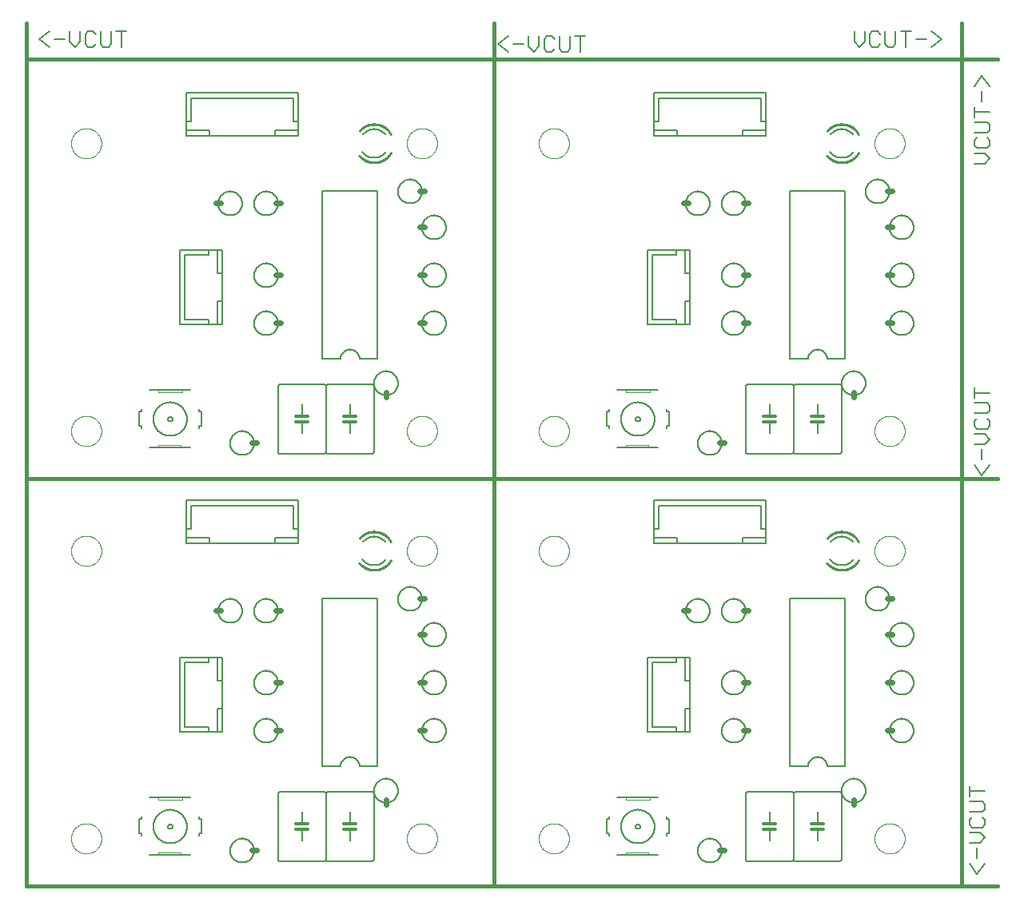
<source format=gbo>
G75*
%MOIN*%
%OFA0B0*%
%FSLAX25Y25*%
%IPPOS*%
%LPD*%
%AMOC8*
5,1,8,0,0,1.08239X$1,22.5*
%
%ADD10C,0.00000*%
%ADD11C,0.01600*%
%ADD12C,0.00600*%
%ADD13C,0.01200*%
%ADD14C,0.02400*%
%ADD15C,0.00200*%
%ADD16C,0.01000*%
D10*
X0020501Y0021800D02*
X0020503Y0021958D01*
X0020509Y0022116D01*
X0020519Y0022274D01*
X0020533Y0022432D01*
X0020551Y0022589D01*
X0020572Y0022746D01*
X0020598Y0022902D01*
X0020628Y0023058D01*
X0020661Y0023213D01*
X0020699Y0023366D01*
X0020740Y0023519D01*
X0020785Y0023671D01*
X0020834Y0023822D01*
X0020887Y0023971D01*
X0020943Y0024119D01*
X0021003Y0024265D01*
X0021067Y0024410D01*
X0021135Y0024553D01*
X0021206Y0024695D01*
X0021280Y0024835D01*
X0021358Y0024972D01*
X0021440Y0025108D01*
X0021524Y0025242D01*
X0021613Y0025373D01*
X0021704Y0025502D01*
X0021799Y0025629D01*
X0021896Y0025754D01*
X0021997Y0025876D01*
X0022101Y0025995D01*
X0022208Y0026112D01*
X0022318Y0026226D01*
X0022431Y0026337D01*
X0022546Y0026446D01*
X0022664Y0026551D01*
X0022785Y0026653D01*
X0022908Y0026753D01*
X0023034Y0026849D01*
X0023162Y0026942D01*
X0023292Y0027032D01*
X0023425Y0027118D01*
X0023560Y0027202D01*
X0023696Y0027281D01*
X0023835Y0027358D01*
X0023976Y0027430D01*
X0024118Y0027500D01*
X0024262Y0027565D01*
X0024408Y0027627D01*
X0024555Y0027685D01*
X0024704Y0027740D01*
X0024854Y0027791D01*
X0025005Y0027838D01*
X0025157Y0027881D01*
X0025310Y0027920D01*
X0025465Y0027956D01*
X0025620Y0027987D01*
X0025776Y0028015D01*
X0025932Y0028039D01*
X0026089Y0028059D01*
X0026247Y0028075D01*
X0026404Y0028087D01*
X0026563Y0028095D01*
X0026721Y0028099D01*
X0026879Y0028099D01*
X0027037Y0028095D01*
X0027196Y0028087D01*
X0027353Y0028075D01*
X0027511Y0028059D01*
X0027668Y0028039D01*
X0027824Y0028015D01*
X0027980Y0027987D01*
X0028135Y0027956D01*
X0028290Y0027920D01*
X0028443Y0027881D01*
X0028595Y0027838D01*
X0028746Y0027791D01*
X0028896Y0027740D01*
X0029045Y0027685D01*
X0029192Y0027627D01*
X0029338Y0027565D01*
X0029482Y0027500D01*
X0029624Y0027430D01*
X0029765Y0027358D01*
X0029904Y0027281D01*
X0030040Y0027202D01*
X0030175Y0027118D01*
X0030308Y0027032D01*
X0030438Y0026942D01*
X0030566Y0026849D01*
X0030692Y0026753D01*
X0030815Y0026653D01*
X0030936Y0026551D01*
X0031054Y0026446D01*
X0031169Y0026337D01*
X0031282Y0026226D01*
X0031392Y0026112D01*
X0031499Y0025995D01*
X0031603Y0025876D01*
X0031704Y0025754D01*
X0031801Y0025629D01*
X0031896Y0025502D01*
X0031987Y0025373D01*
X0032076Y0025242D01*
X0032160Y0025108D01*
X0032242Y0024972D01*
X0032320Y0024835D01*
X0032394Y0024695D01*
X0032465Y0024553D01*
X0032533Y0024410D01*
X0032597Y0024265D01*
X0032657Y0024119D01*
X0032713Y0023971D01*
X0032766Y0023822D01*
X0032815Y0023671D01*
X0032860Y0023519D01*
X0032901Y0023366D01*
X0032939Y0023213D01*
X0032972Y0023058D01*
X0033002Y0022902D01*
X0033028Y0022746D01*
X0033049Y0022589D01*
X0033067Y0022432D01*
X0033081Y0022274D01*
X0033091Y0022116D01*
X0033097Y0021958D01*
X0033099Y0021800D01*
X0033097Y0021642D01*
X0033091Y0021484D01*
X0033081Y0021326D01*
X0033067Y0021168D01*
X0033049Y0021011D01*
X0033028Y0020854D01*
X0033002Y0020698D01*
X0032972Y0020542D01*
X0032939Y0020387D01*
X0032901Y0020234D01*
X0032860Y0020081D01*
X0032815Y0019929D01*
X0032766Y0019778D01*
X0032713Y0019629D01*
X0032657Y0019481D01*
X0032597Y0019335D01*
X0032533Y0019190D01*
X0032465Y0019047D01*
X0032394Y0018905D01*
X0032320Y0018765D01*
X0032242Y0018628D01*
X0032160Y0018492D01*
X0032076Y0018358D01*
X0031987Y0018227D01*
X0031896Y0018098D01*
X0031801Y0017971D01*
X0031704Y0017846D01*
X0031603Y0017724D01*
X0031499Y0017605D01*
X0031392Y0017488D01*
X0031282Y0017374D01*
X0031169Y0017263D01*
X0031054Y0017154D01*
X0030936Y0017049D01*
X0030815Y0016947D01*
X0030692Y0016847D01*
X0030566Y0016751D01*
X0030438Y0016658D01*
X0030308Y0016568D01*
X0030175Y0016482D01*
X0030040Y0016398D01*
X0029904Y0016319D01*
X0029765Y0016242D01*
X0029624Y0016170D01*
X0029482Y0016100D01*
X0029338Y0016035D01*
X0029192Y0015973D01*
X0029045Y0015915D01*
X0028896Y0015860D01*
X0028746Y0015809D01*
X0028595Y0015762D01*
X0028443Y0015719D01*
X0028290Y0015680D01*
X0028135Y0015644D01*
X0027980Y0015613D01*
X0027824Y0015585D01*
X0027668Y0015561D01*
X0027511Y0015541D01*
X0027353Y0015525D01*
X0027196Y0015513D01*
X0027037Y0015505D01*
X0026879Y0015501D01*
X0026721Y0015501D01*
X0026563Y0015505D01*
X0026404Y0015513D01*
X0026247Y0015525D01*
X0026089Y0015541D01*
X0025932Y0015561D01*
X0025776Y0015585D01*
X0025620Y0015613D01*
X0025465Y0015644D01*
X0025310Y0015680D01*
X0025157Y0015719D01*
X0025005Y0015762D01*
X0024854Y0015809D01*
X0024704Y0015860D01*
X0024555Y0015915D01*
X0024408Y0015973D01*
X0024262Y0016035D01*
X0024118Y0016100D01*
X0023976Y0016170D01*
X0023835Y0016242D01*
X0023696Y0016319D01*
X0023560Y0016398D01*
X0023425Y0016482D01*
X0023292Y0016568D01*
X0023162Y0016658D01*
X0023034Y0016751D01*
X0022908Y0016847D01*
X0022785Y0016947D01*
X0022664Y0017049D01*
X0022546Y0017154D01*
X0022431Y0017263D01*
X0022318Y0017374D01*
X0022208Y0017488D01*
X0022101Y0017605D01*
X0021997Y0017724D01*
X0021896Y0017846D01*
X0021799Y0017971D01*
X0021704Y0018098D01*
X0021613Y0018227D01*
X0021524Y0018358D01*
X0021440Y0018492D01*
X0021358Y0018628D01*
X0021280Y0018765D01*
X0021206Y0018905D01*
X0021135Y0019047D01*
X0021067Y0019190D01*
X0021003Y0019335D01*
X0020943Y0019481D01*
X0020887Y0019629D01*
X0020834Y0019778D01*
X0020785Y0019929D01*
X0020740Y0020081D01*
X0020699Y0020234D01*
X0020661Y0020387D01*
X0020628Y0020542D01*
X0020598Y0020698D01*
X0020572Y0020854D01*
X0020551Y0021011D01*
X0020533Y0021168D01*
X0020519Y0021326D01*
X0020509Y0021484D01*
X0020503Y0021642D01*
X0020501Y0021800D01*
X0020501Y0141800D02*
X0020503Y0141958D01*
X0020509Y0142116D01*
X0020519Y0142274D01*
X0020533Y0142432D01*
X0020551Y0142589D01*
X0020572Y0142746D01*
X0020598Y0142902D01*
X0020628Y0143058D01*
X0020661Y0143213D01*
X0020699Y0143366D01*
X0020740Y0143519D01*
X0020785Y0143671D01*
X0020834Y0143822D01*
X0020887Y0143971D01*
X0020943Y0144119D01*
X0021003Y0144265D01*
X0021067Y0144410D01*
X0021135Y0144553D01*
X0021206Y0144695D01*
X0021280Y0144835D01*
X0021358Y0144972D01*
X0021440Y0145108D01*
X0021524Y0145242D01*
X0021613Y0145373D01*
X0021704Y0145502D01*
X0021799Y0145629D01*
X0021896Y0145754D01*
X0021997Y0145876D01*
X0022101Y0145995D01*
X0022208Y0146112D01*
X0022318Y0146226D01*
X0022431Y0146337D01*
X0022546Y0146446D01*
X0022664Y0146551D01*
X0022785Y0146653D01*
X0022908Y0146753D01*
X0023034Y0146849D01*
X0023162Y0146942D01*
X0023292Y0147032D01*
X0023425Y0147118D01*
X0023560Y0147202D01*
X0023696Y0147281D01*
X0023835Y0147358D01*
X0023976Y0147430D01*
X0024118Y0147500D01*
X0024262Y0147565D01*
X0024408Y0147627D01*
X0024555Y0147685D01*
X0024704Y0147740D01*
X0024854Y0147791D01*
X0025005Y0147838D01*
X0025157Y0147881D01*
X0025310Y0147920D01*
X0025465Y0147956D01*
X0025620Y0147987D01*
X0025776Y0148015D01*
X0025932Y0148039D01*
X0026089Y0148059D01*
X0026247Y0148075D01*
X0026404Y0148087D01*
X0026563Y0148095D01*
X0026721Y0148099D01*
X0026879Y0148099D01*
X0027037Y0148095D01*
X0027196Y0148087D01*
X0027353Y0148075D01*
X0027511Y0148059D01*
X0027668Y0148039D01*
X0027824Y0148015D01*
X0027980Y0147987D01*
X0028135Y0147956D01*
X0028290Y0147920D01*
X0028443Y0147881D01*
X0028595Y0147838D01*
X0028746Y0147791D01*
X0028896Y0147740D01*
X0029045Y0147685D01*
X0029192Y0147627D01*
X0029338Y0147565D01*
X0029482Y0147500D01*
X0029624Y0147430D01*
X0029765Y0147358D01*
X0029904Y0147281D01*
X0030040Y0147202D01*
X0030175Y0147118D01*
X0030308Y0147032D01*
X0030438Y0146942D01*
X0030566Y0146849D01*
X0030692Y0146753D01*
X0030815Y0146653D01*
X0030936Y0146551D01*
X0031054Y0146446D01*
X0031169Y0146337D01*
X0031282Y0146226D01*
X0031392Y0146112D01*
X0031499Y0145995D01*
X0031603Y0145876D01*
X0031704Y0145754D01*
X0031801Y0145629D01*
X0031896Y0145502D01*
X0031987Y0145373D01*
X0032076Y0145242D01*
X0032160Y0145108D01*
X0032242Y0144972D01*
X0032320Y0144835D01*
X0032394Y0144695D01*
X0032465Y0144553D01*
X0032533Y0144410D01*
X0032597Y0144265D01*
X0032657Y0144119D01*
X0032713Y0143971D01*
X0032766Y0143822D01*
X0032815Y0143671D01*
X0032860Y0143519D01*
X0032901Y0143366D01*
X0032939Y0143213D01*
X0032972Y0143058D01*
X0033002Y0142902D01*
X0033028Y0142746D01*
X0033049Y0142589D01*
X0033067Y0142432D01*
X0033081Y0142274D01*
X0033091Y0142116D01*
X0033097Y0141958D01*
X0033099Y0141800D01*
X0033097Y0141642D01*
X0033091Y0141484D01*
X0033081Y0141326D01*
X0033067Y0141168D01*
X0033049Y0141011D01*
X0033028Y0140854D01*
X0033002Y0140698D01*
X0032972Y0140542D01*
X0032939Y0140387D01*
X0032901Y0140234D01*
X0032860Y0140081D01*
X0032815Y0139929D01*
X0032766Y0139778D01*
X0032713Y0139629D01*
X0032657Y0139481D01*
X0032597Y0139335D01*
X0032533Y0139190D01*
X0032465Y0139047D01*
X0032394Y0138905D01*
X0032320Y0138765D01*
X0032242Y0138628D01*
X0032160Y0138492D01*
X0032076Y0138358D01*
X0031987Y0138227D01*
X0031896Y0138098D01*
X0031801Y0137971D01*
X0031704Y0137846D01*
X0031603Y0137724D01*
X0031499Y0137605D01*
X0031392Y0137488D01*
X0031282Y0137374D01*
X0031169Y0137263D01*
X0031054Y0137154D01*
X0030936Y0137049D01*
X0030815Y0136947D01*
X0030692Y0136847D01*
X0030566Y0136751D01*
X0030438Y0136658D01*
X0030308Y0136568D01*
X0030175Y0136482D01*
X0030040Y0136398D01*
X0029904Y0136319D01*
X0029765Y0136242D01*
X0029624Y0136170D01*
X0029482Y0136100D01*
X0029338Y0136035D01*
X0029192Y0135973D01*
X0029045Y0135915D01*
X0028896Y0135860D01*
X0028746Y0135809D01*
X0028595Y0135762D01*
X0028443Y0135719D01*
X0028290Y0135680D01*
X0028135Y0135644D01*
X0027980Y0135613D01*
X0027824Y0135585D01*
X0027668Y0135561D01*
X0027511Y0135541D01*
X0027353Y0135525D01*
X0027196Y0135513D01*
X0027037Y0135505D01*
X0026879Y0135501D01*
X0026721Y0135501D01*
X0026563Y0135505D01*
X0026404Y0135513D01*
X0026247Y0135525D01*
X0026089Y0135541D01*
X0025932Y0135561D01*
X0025776Y0135585D01*
X0025620Y0135613D01*
X0025465Y0135644D01*
X0025310Y0135680D01*
X0025157Y0135719D01*
X0025005Y0135762D01*
X0024854Y0135809D01*
X0024704Y0135860D01*
X0024555Y0135915D01*
X0024408Y0135973D01*
X0024262Y0136035D01*
X0024118Y0136100D01*
X0023976Y0136170D01*
X0023835Y0136242D01*
X0023696Y0136319D01*
X0023560Y0136398D01*
X0023425Y0136482D01*
X0023292Y0136568D01*
X0023162Y0136658D01*
X0023034Y0136751D01*
X0022908Y0136847D01*
X0022785Y0136947D01*
X0022664Y0137049D01*
X0022546Y0137154D01*
X0022431Y0137263D01*
X0022318Y0137374D01*
X0022208Y0137488D01*
X0022101Y0137605D01*
X0021997Y0137724D01*
X0021896Y0137846D01*
X0021799Y0137971D01*
X0021704Y0138098D01*
X0021613Y0138227D01*
X0021524Y0138358D01*
X0021440Y0138492D01*
X0021358Y0138628D01*
X0021280Y0138765D01*
X0021206Y0138905D01*
X0021135Y0139047D01*
X0021067Y0139190D01*
X0021003Y0139335D01*
X0020943Y0139481D01*
X0020887Y0139629D01*
X0020834Y0139778D01*
X0020785Y0139929D01*
X0020740Y0140081D01*
X0020699Y0140234D01*
X0020661Y0140387D01*
X0020628Y0140542D01*
X0020598Y0140698D01*
X0020572Y0140854D01*
X0020551Y0141011D01*
X0020533Y0141168D01*
X0020519Y0141326D01*
X0020509Y0141484D01*
X0020503Y0141642D01*
X0020501Y0141800D01*
X0001800Y0171761D02*
X0195501Y0171761D01*
X0196800Y0171761D02*
X0390501Y0171761D01*
X0355501Y0191800D02*
X0355503Y0191958D01*
X0355509Y0192116D01*
X0355519Y0192274D01*
X0355533Y0192432D01*
X0355551Y0192589D01*
X0355572Y0192746D01*
X0355598Y0192902D01*
X0355628Y0193058D01*
X0355661Y0193213D01*
X0355699Y0193366D01*
X0355740Y0193519D01*
X0355785Y0193671D01*
X0355834Y0193822D01*
X0355887Y0193971D01*
X0355943Y0194119D01*
X0356003Y0194265D01*
X0356067Y0194410D01*
X0356135Y0194553D01*
X0356206Y0194695D01*
X0356280Y0194835D01*
X0356358Y0194972D01*
X0356440Y0195108D01*
X0356524Y0195242D01*
X0356613Y0195373D01*
X0356704Y0195502D01*
X0356799Y0195629D01*
X0356896Y0195754D01*
X0356997Y0195876D01*
X0357101Y0195995D01*
X0357208Y0196112D01*
X0357318Y0196226D01*
X0357431Y0196337D01*
X0357546Y0196446D01*
X0357664Y0196551D01*
X0357785Y0196653D01*
X0357908Y0196753D01*
X0358034Y0196849D01*
X0358162Y0196942D01*
X0358292Y0197032D01*
X0358425Y0197118D01*
X0358560Y0197202D01*
X0358696Y0197281D01*
X0358835Y0197358D01*
X0358976Y0197430D01*
X0359118Y0197500D01*
X0359262Y0197565D01*
X0359408Y0197627D01*
X0359555Y0197685D01*
X0359704Y0197740D01*
X0359854Y0197791D01*
X0360005Y0197838D01*
X0360157Y0197881D01*
X0360310Y0197920D01*
X0360465Y0197956D01*
X0360620Y0197987D01*
X0360776Y0198015D01*
X0360932Y0198039D01*
X0361089Y0198059D01*
X0361247Y0198075D01*
X0361404Y0198087D01*
X0361563Y0198095D01*
X0361721Y0198099D01*
X0361879Y0198099D01*
X0362037Y0198095D01*
X0362196Y0198087D01*
X0362353Y0198075D01*
X0362511Y0198059D01*
X0362668Y0198039D01*
X0362824Y0198015D01*
X0362980Y0197987D01*
X0363135Y0197956D01*
X0363290Y0197920D01*
X0363443Y0197881D01*
X0363595Y0197838D01*
X0363746Y0197791D01*
X0363896Y0197740D01*
X0364045Y0197685D01*
X0364192Y0197627D01*
X0364338Y0197565D01*
X0364482Y0197500D01*
X0364624Y0197430D01*
X0364765Y0197358D01*
X0364904Y0197281D01*
X0365040Y0197202D01*
X0365175Y0197118D01*
X0365308Y0197032D01*
X0365438Y0196942D01*
X0365566Y0196849D01*
X0365692Y0196753D01*
X0365815Y0196653D01*
X0365936Y0196551D01*
X0366054Y0196446D01*
X0366169Y0196337D01*
X0366282Y0196226D01*
X0366392Y0196112D01*
X0366499Y0195995D01*
X0366603Y0195876D01*
X0366704Y0195754D01*
X0366801Y0195629D01*
X0366896Y0195502D01*
X0366987Y0195373D01*
X0367076Y0195242D01*
X0367160Y0195108D01*
X0367242Y0194972D01*
X0367320Y0194835D01*
X0367394Y0194695D01*
X0367465Y0194553D01*
X0367533Y0194410D01*
X0367597Y0194265D01*
X0367657Y0194119D01*
X0367713Y0193971D01*
X0367766Y0193822D01*
X0367815Y0193671D01*
X0367860Y0193519D01*
X0367901Y0193366D01*
X0367939Y0193213D01*
X0367972Y0193058D01*
X0368002Y0192902D01*
X0368028Y0192746D01*
X0368049Y0192589D01*
X0368067Y0192432D01*
X0368081Y0192274D01*
X0368091Y0192116D01*
X0368097Y0191958D01*
X0368099Y0191800D01*
X0368097Y0191642D01*
X0368091Y0191484D01*
X0368081Y0191326D01*
X0368067Y0191168D01*
X0368049Y0191011D01*
X0368028Y0190854D01*
X0368002Y0190698D01*
X0367972Y0190542D01*
X0367939Y0190387D01*
X0367901Y0190234D01*
X0367860Y0190081D01*
X0367815Y0189929D01*
X0367766Y0189778D01*
X0367713Y0189629D01*
X0367657Y0189481D01*
X0367597Y0189335D01*
X0367533Y0189190D01*
X0367465Y0189047D01*
X0367394Y0188905D01*
X0367320Y0188765D01*
X0367242Y0188628D01*
X0367160Y0188492D01*
X0367076Y0188358D01*
X0366987Y0188227D01*
X0366896Y0188098D01*
X0366801Y0187971D01*
X0366704Y0187846D01*
X0366603Y0187724D01*
X0366499Y0187605D01*
X0366392Y0187488D01*
X0366282Y0187374D01*
X0366169Y0187263D01*
X0366054Y0187154D01*
X0365936Y0187049D01*
X0365815Y0186947D01*
X0365692Y0186847D01*
X0365566Y0186751D01*
X0365438Y0186658D01*
X0365308Y0186568D01*
X0365175Y0186482D01*
X0365040Y0186398D01*
X0364904Y0186319D01*
X0364765Y0186242D01*
X0364624Y0186170D01*
X0364482Y0186100D01*
X0364338Y0186035D01*
X0364192Y0185973D01*
X0364045Y0185915D01*
X0363896Y0185860D01*
X0363746Y0185809D01*
X0363595Y0185762D01*
X0363443Y0185719D01*
X0363290Y0185680D01*
X0363135Y0185644D01*
X0362980Y0185613D01*
X0362824Y0185585D01*
X0362668Y0185561D01*
X0362511Y0185541D01*
X0362353Y0185525D01*
X0362196Y0185513D01*
X0362037Y0185505D01*
X0361879Y0185501D01*
X0361721Y0185501D01*
X0361563Y0185505D01*
X0361404Y0185513D01*
X0361247Y0185525D01*
X0361089Y0185541D01*
X0360932Y0185561D01*
X0360776Y0185585D01*
X0360620Y0185613D01*
X0360465Y0185644D01*
X0360310Y0185680D01*
X0360157Y0185719D01*
X0360005Y0185762D01*
X0359854Y0185809D01*
X0359704Y0185860D01*
X0359555Y0185915D01*
X0359408Y0185973D01*
X0359262Y0186035D01*
X0359118Y0186100D01*
X0358976Y0186170D01*
X0358835Y0186242D01*
X0358696Y0186319D01*
X0358560Y0186398D01*
X0358425Y0186482D01*
X0358292Y0186568D01*
X0358162Y0186658D01*
X0358034Y0186751D01*
X0357908Y0186847D01*
X0357785Y0186947D01*
X0357664Y0187049D01*
X0357546Y0187154D01*
X0357431Y0187263D01*
X0357318Y0187374D01*
X0357208Y0187488D01*
X0357101Y0187605D01*
X0356997Y0187724D01*
X0356896Y0187846D01*
X0356799Y0187971D01*
X0356704Y0188098D01*
X0356613Y0188227D01*
X0356524Y0188358D01*
X0356440Y0188492D01*
X0356358Y0188628D01*
X0356280Y0188765D01*
X0356206Y0188905D01*
X0356135Y0189047D01*
X0356067Y0189190D01*
X0356003Y0189335D01*
X0355943Y0189481D01*
X0355887Y0189629D01*
X0355834Y0189778D01*
X0355785Y0189929D01*
X0355740Y0190081D01*
X0355699Y0190234D01*
X0355661Y0190387D01*
X0355628Y0190542D01*
X0355598Y0190698D01*
X0355572Y0190854D01*
X0355551Y0191011D01*
X0355533Y0191168D01*
X0355519Y0191326D01*
X0355509Y0191484D01*
X0355503Y0191642D01*
X0355501Y0191800D01*
X0355501Y0141800D02*
X0355503Y0141958D01*
X0355509Y0142116D01*
X0355519Y0142274D01*
X0355533Y0142432D01*
X0355551Y0142589D01*
X0355572Y0142746D01*
X0355598Y0142902D01*
X0355628Y0143058D01*
X0355661Y0143213D01*
X0355699Y0143366D01*
X0355740Y0143519D01*
X0355785Y0143671D01*
X0355834Y0143822D01*
X0355887Y0143971D01*
X0355943Y0144119D01*
X0356003Y0144265D01*
X0356067Y0144410D01*
X0356135Y0144553D01*
X0356206Y0144695D01*
X0356280Y0144835D01*
X0356358Y0144972D01*
X0356440Y0145108D01*
X0356524Y0145242D01*
X0356613Y0145373D01*
X0356704Y0145502D01*
X0356799Y0145629D01*
X0356896Y0145754D01*
X0356997Y0145876D01*
X0357101Y0145995D01*
X0357208Y0146112D01*
X0357318Y0146226D01*
X0357431Y0146337D01*
X0357546Y0146446D01*
X0357664Y0146551D01*
X0357785Y0146653D01*
X0357908Y0146753D01*
X0358034Y0146849D01*
X0358162Y0146942D01*
X0358292Y0147032D01*
X0358425Y0147118D01*
X0358560Y0147202D01*
X0358696Y0147281D01*
X0358835Y0147358D01*
X0358976Y0147430D01*
X0359118Y0147500D01*
X0359262Y0147565D01*
X0359408Y0147627D01*
X0359555Y0147685D01*
X0359704Y0147740D01*
X0359854Y0147791D01*
X0360005Y0147838D01*
X0360157Y0147881D01*
X0360310Y0147920D01*
X0360465Y0147956D01*
X0360620Y0147987D01*
X0360776Y0148015D01*
X0360932Y0148039D01*
X0361089Y0148059D01*
X0361247Y0148075D01*
X0361404Y0148087D01*
X0361563Y0148095D01*
X0361721Y0148099D01*
X0361879Y0148099D01*
X0362037Y0148095D01*
X0362196Y0148087D01*
X0362353Y0148075D01*
X0362511Y0148059D01*
X0362668Y0148039D01*
X0362824Y0148015D01*
X0362980Y0147987D01*
X0363135Y0147956D01*
X0363290Y0147920D01*
X0363443Y0147881D01*
X0363595Y0147838D01*
X0363746Y0147791D01*
X0363896Y0147740D01*
X0364045Y0147685D01*
X0364192Y0147627D01*
X0364338Y0147565D01*
X0364482Y0147500D01*
X0364624Y0147430D01*
X0364765Y0147358D01*
X0364904Y0147281D01*
X0365040Y0147202D01*
X0365175Y0147118D01*
X0365308Y0147032D01*
X0365438Y0146942D01*
X0365566Y0146849D01*
X0365692Y0146753D01*
X0365815Y0146653D01*
X0365936Y0146551D01*
X0366054Y0146446D01*
X0366169Y0146337D01*
X0366282Y0146226D01*
X0366392Y0146112D01*
X0366499Y0145995D01*
X0366603Y0145876D01*
X0366704Y0145754D01*
X0366801Y0145629D01*
X0366896Y0145502D01*
X0366987Y0145373D01*
X0367076Y0145242D01*
X0367160Y0145108D01*
X0367242Y0144972D01*
X0367320Y0144835D01*
X0367394Y0144695D01*
X0367465Y0144553D01*
X0367533Y0144410D01*
X0367597Y0144265D01*
X0367657Y0144119D01*
X0367713Y0143971D01*
X0367766Y0143822D01*
X0367815Y0143671D01*
X0367860Y0143519D01*
X0367901Y0143366D01*
X0367939Y0143213D01*
X0367972Y0143058D01*
X0368002Y0142902D01*
X0368028Y0142746D01*
X0368049Y0142589D01*
X0368067Y0142432D01*
X0368081Y0142274D01*
X0368091Y0142116D01*
X0368097Y0141958D01*
X0368099Y0141800D01*
X0368097Y0141642D01*
X0368091Y0141484D01*
X0368081Y0141326D01*
X0368067Y0141168D01*
X0368049Y0141011D01*
X0368028Y0140854D01*
X0368002Y0140698D01*
X0367972Y0140542D01*
X0367939Y0140387D01*
X0367901Y0140234D01*
X0367860Y0140081D01*
X0367815Y0139929D01*
X0367766Y0139778D01*
X0367713Y0139629D01*
X0367657Y0139481D01*
X0367597Y0139335D01*
X0367533Y0139190D01*
X0367465Y0139047D01*
X0367394Y0138905D01*
X0367320Y0138765D01*
X0367242Y0138628D01*
X0367160Y0138492D01*
X0367076Y0138358D01*
X0366987Y0138227D01*
X0366896Y0138098D01*
X0366801Y0137971D01*
X0366704Y0137846D01*
X0366603Y0137724D01*
X0366499Y0137605D01*
X0366392Y0137488D01*
X0366282Y0137374D01*
X0366169Y0137263D01*
X0366054Y0137154D01*
X0365936Y0137049D01*
X0365815Y0136947D01*
X0365692Y0136847D01*
X0365566Y0136751D01*
X0365438Y0136658D01*
X0365308Y0136568D01*
X0365175Y0136482D01*
X0365040Y0136398D01*
X0364904Y0136319D01*
X0364765Y0136242D01*
X0364624Y0136170D01*
X0364482Y0136100D01*
X0364338Y0136035D01*
X0364192Y0135973D01*
X0364045Y0135915D01*
X0363896Y0135860D01*
X0363746Y0135809D01*
X0363595Y0135762D01*
X0363443Y0135719D01*
X0363290Y0135680D01*
X0363135Y0135644D01*
X0362980Y0135613D01*
X0362824Y0135585D01*
X0362668Y0135561D01*
X0362511Y0135541D01*
X0362353Y0135525D01*
X0362196Y0135513D01*
X0362037Y0135505D01*
X0361879Y0135501D01*
X0361721Y0135501D01*
X0361563Y0135505D01*
X0361404Y0135513D01*
X0361247Y0135525D01*
X0361089Y0135541D01*
X0360932Y0135561D01*
X0360776Y0135585D01*
X0360620Y0135613D01*
X0360465Y0135644D01*
X0360310Y0135680D01*
X0360157Y0135719D01*
X0360005Y0135762D01*
X0359854Y0135809D01*
X0359704Y0135860D01*
X0359555Y0135915D01*
X0359408Y0135973D01*
X0359262Y0136035D01*
X0359118Y0136100D01*
X0358976Y0136170D01*
X0358835Y0136242D01*
X0358696Y0136319D01*
X0358560Y0136398D01*
X0358425Y0136482D01*
X0358292Y0136568D01*
X0358162Y0136658D01*
X0358034Y0136751D01*
X0357908Y0136847D01*
X0357785Y0136947D01*
X0357664Y0137049D01*
X0357546Y0137154D01*
X0357431Y0137263D01*
X0357318Y0137374D01*
X0357208Y0137488D01*
X0357101Y0137605D01*
X0356997Y0137724D01*
X0356896Y0137846D01*
X0356799Y0137971D01*
X0356704Y0138098D01*
X0356613Y0138227D01*
X0356524Y0138358D01*
X0356440Y0138492D01*
X0356358Y0138628D01*
X0356280Y0138765D01*
X0356206Y0138905D01*
X0356135Y0139047D01*
X0356067Y0139190D01*
X0356003Y0139335D01*
X0355943Y0139481D01*
X0355887Y0139629D01*
X0355834Y0139778D01*
X0355785Y0139929D01*
X0355740Y0140081D01*
X0355699Y0140234D01*
X0355661Y0140387D01*
X0355628Y0140542D01*
X0355598Y0140698D01*
X0355572Y0140854D01*
X0355551Y0141011D01*
X0355533Y0141168D01*
X0355519Y0141326D01*
X0355509Y0141484D01*
X0355503Y0141642D01*
X0355501Y0141800D01*
X0355501Y0021800D02*
X0355503Y0021958D01*
X0355509Y0022116D01*
X0355519Y0022274D01*
X0355533Y0022432D01*
X0355551Y0022589D01*
X0355572Y0022746D01*
X0355598Y0022902D01*
X0355628Y0023058D01*
X0355661Y0023213D01*
X0355699Y0023366D01*
X0355740Y0023519D01*
X0355785Y0023671D01*
X0355834Y0023822D01*
X0355887Y0023971D01*
X0355943Y0024119D01*
X0356003Y0024265D01*
X0356067Y0024410D01*
X0356135Y0024553D01*
X0356206Y0024695D01*
X0356280Y0024835D01*
X0356358Y0024972D01*
X0356440Y0025108D01*
X0356524Y0025242D01*
X0356613Y0025373D01*
X0356704Y0025502D01*
X0356799Y0025629D01*
X0356896Y0025754D01*
X0356997Y0025876D01*
X0357101Y0025995D01*
X0357208Y0026112D01*
X0357318Y0026226D01*
X0357431Y0026337D01*
X0357546Y0026446D01*
X0357664Y0026551D01*
X0357785Y0026653D01*
X0357908Y0026753D01*
X0358034Y0026849D01*
X0358162Y0026942D01*
X0358292Y0027032D01*
X0358425Y0027118D01*
X0358560Y0027202D01*
X0358696Y0027281D01*
X0358835Y0027358D01*
X0358976Y0027430D01*
X0359118Y0027500D01*
X0359262Y0027565D01*
X0359408Y0027627D01*
X0359555Y0027685D01*
X0359704Y0027740D01*
X0359854Y0027791D01*
X0360005Y0027838D01*
X0360157Y0027881D01*
X0360310Y0027920D01*
X0360465Y0027956D01*
X0360620Y0027987D01*
X0360776Y0028015D01*
X0360932Y0028039D01*
X0361089Y0028059D01*
X0361247Y0028075D01*
X0361404Y0028087D01*
X0361563Y0028095D01*
X0361721Y0028099D01*
X0361879Y0028099D01*
X0362037Y0028095D01*
X0362196Y0028087D01*
X0362353Y0028075D01*
X0362511Y0028059D01*
X0362668Y0028039D01*
X0362824Y0028015D01*
X0362980Y0027987D01*
X0363135Y0027956D01*
X0363290Y0027920D01*
X0363443Y0027881D01*
X0363595Y0027838D01*
X0363746Y0027791D01*
X0363896Y0027740D01*
X0364045Y0027685D01*
X0364192Y0027627D01*
X0364338Y0027565D01*
X0364482Y0027500D01*
X0364624Y0027430D01*
X0364765Y0027358D01*
X0364904Y0027281D01*
X0365040Y0027202D01*
X0365175Y0027118D01*
X0365308Y0027032D01*
X0365438Y0026942D01*
X0365566Y0026849D01*
X0365692Y0026753D01*
X0365815Y0026653D01*
X0365936Y0026551D01*
X0366054Y0026446D01*
X0366169Y0026337D01*
X0366282Y0026226D01*
X0366392Y0026112D01*
X0366499Y0025995D01*
X0366603Y0025876D01*
X0366704Y0025754D01*
X0366801Y0025629D01*
X0366896Y0025502D01*
X0366987Y0025373D01*
X0367076Y0025242D01*
X0367160Y0025108D01*
X0367242Y0024972D01*
X0367320Y0024835D01*
X0367394Y0024695D01*
X0367465Y0024553D01*
X0367533Y0024410D01*
X0367597Y0024265D01*
X0367657Y0024119D01*
X0367713Y0023971D01*
X0367766Y0023822D01*
X0367815Y0023671D01*
X0367860Y0023519D01*
X0367901Y0023366D01*
X0367939Y0023213D01*
X0367972Y0023058D01*
X0368002Y0022902D01*
X0368028Y0022746D01*
X0368049Y0022589D01*
X0368067Y0022432D01*
X0368081Y0022274D01*
X0368091Y0022116D01*
X0368097Y0021958D01*
X0368099Y0021800D01*
X0368097Y0021642D01*
X0368091Y0021484D01*
X0368081Y0021326D01*
X0368067Y0021168D01*
X0368049Y0021011D01*
X0368028Y0020854D01*
X0368002Y0020698D01*
X0367972Y0020542D01*
X0367939Y0020387D01*
X0367901Y0020234D01*
X0367860Y0020081D01*
X0367815Y0019929D01*
X0367766Y0019778D01*
X0367713Y0019629D01*
X0367657Y0019481D01*
X0367597Y0019335D01*
X0367533Y0019190D01*
X0367465Y0019047D01*
X0367394Y0018905D01*
X0367320Y0018765D01*
X0367242Y0018628D01*
X0367160Y0018492D01*
X0367076Y0018358D01*
X0366987Y0018227D01*
X0366896Y0018098D01*
X0366801Y0017971D01*
X0366704Y0017846D01*
X0366603Y0017724D01*
X0366499Y0017605D01*
X0366392Y0017488D01*
X0366282Y0017374D01*
X0366169Y0017263D01*
X0366054Y0017154D01*
X0365936Y0017049D01*
X0365815Y0016947D01*
X0365692Y0016847D01*
X0365566Y0016751D01*
X0365438Y0016658D01*
X0365308Y0016568D01*
X0365175Y0016482D01*
X0365040Y0016398D01*
X0364904Y0016319D01*
X0364765Y0016242D01*
X0364624Y0016170D01*
X0364482Y0016100D01*
X0364338Y0016035D01*
X0364192Y0015973D01*
X0364045Y0015915D01*
X0363896Y0015860D01*
X0363746Y0015809D01*
X0363595Y0015762D01*
X0363443Y0015719D01*
X0363290Y0015680D01*
X0363135Y0015644D01*
X0362980Y0015613D01*
X0362824Y0015585D01*
X0362668Y0015561D01*
X0362511Y0015541D01*
X0362353Y0015525D01*
X0362196Y0015513D01*
X0362037Y0015505D01*
X0361879Y0015501D01*
X0361721Y0015501D01*
X0361563Y0015505D01*
X0361404Y0015513D01*
X0361247Y0015525D01*
X0361089Y0015541D01*
X0360932Y0015561D01*
X0360776Y0015585D01*
X0360620Y0015613D01*
X0360465Y0015644D01*
X0360310Y0015680D01*
X0360157Y0015719D01*
X0360005Y0015762D01*
X0359854Y0015809D01*
X0359704Y0015860D01*
X0359555Y0015915D01*
X0359408Y0015973D01*
X0359262Y0016035D01*
X0359118Y0016100D01*
X0358976Y0016170D01*
X0358835Y0016242D01*
X0358696Y0016319D01*
X0358560Y0016398D01*
X0358425Y0016482D01*
X0358292Y0016568D01*
X0358162Y0016658D01*
X0358034Y0016751D01*
X0357908Y0016847D01*
X0357785Y0016947D01*
X0357664Y0017049D01*
X0357546Y0017154D01*
X0357431Y0017263D01*
X0357318Y0017374D01*
X0357208Y0017488D01*
X0357101Y0017605D01*
X0356997Y0017724D01*
X0356896Y0017846D01*
X0356799Y0017971D01*
X0356704Y0018098D01*
X0356613Y0018227D01*
X0356524Y0018358D01*
X0356440Y0018492D01*
X0356358Y0018628D01*
X0356280Y0018765D01*
X0356206Y0018905D01*
X0356135Y0019047D01*
X0356067Y0019190D01*
X0356003Y0019335D01*
X0355943Y0019481D01*
X0355887Y0019629D01*
X0355834Y0019778D01*
X0355785Y0019929D01*
X0355740Y0020081D01*
X0355699Y0020234D01*
X0355661Y0020387D01*
X0355628Y0020542D01*
X0355598Y0020698D01*
X0355572Y0020854D01*
X0355551Y0021011D01*
X0355533Y0021168D01*
X0355519Y0021326D01*
X0355509Y0021484D01*
X0355503Y0021642D01*
X0355501Y0021800D01*
X0215501Y0021800D02*
X0215503Y0021958D01*
X0215509Y0022116D01*
X0215519Y0022274D01*
X0215533Y0022432D01*
X0215551Y0022589D01*
X0215572Y0022746D01*
X0215598Y0022902D01*
X0215628Y0023058D01*
X0215661Y0023213D01*
X0215699Y0023366D01*
X0215740Y0023519D01*
X0215785Y0023671D01*
X0215834Y0023822D01*
X0215887Y0023971D01*
X0215943Y0024119D01*
X0216003Y0024265D01*
X0216067Y0024410D01*
X0216135Y0024553D01*
X0216206Y0024695D01*
X0216280Y0024835D01*
X0216358Y0024972D01*
X0216440Y0025108D01*
X0216524Y0025242D01*
X0216613Y0025373D01*
X0216704Y0025502D01*
X0216799Y0025629D01*
X0216896Y0025754D01*
X0216997Y0025876D01*
X0217101Y0025995D01*
X0217208Y0026112D01*
X0217318Y0026226D01*
X0217431Y0026337D01*
X0217546Y0026446D01*
X0217664Y0026551D01*
X0217785Y0026653D01*
X0217908Y0026753D01*
X0218034Y0026849D01*
X0218162Y0026942D01*
X0218292Y0027032D01*
X0218425Y0027118D01*
X0218560Y0027202D01*
X0218696Y0027281D01*
X0218835Y0027358D01*
X0218976Y0027430D01*
X0219118Y0027500D01*
X0219262Y0027565D01*
X0219408Y0027627D01*
X0219555Y0027685D01*
X0219704Y0027740D01*
X0219854Y0027791D01*
X0220005Y0027838D01*
X0220157Y0027881D01*
X0220310Y0027920D01*
X0220465Y0027956D01*
X0220620Y0027987D01*
X0220776Y0028015D01*
X0220932Y0028039D01*
X0221089Y0028059D01*
X0221247Y0028075D01*
X0221404Y0028087D01*
X0221563Y0028095D01*
X0221721Y0028099D01*
X0221879Y0028099D01*
X0222037Y0028095D01*
X0222196Y0028087D01*
X0222353Y0028075D01*
X0222511Y0028059D01*
X0222668Y0028039D01*
X0222824Y0028015D01*
X0222980Y0027987D01*
X0223135Y0027956D01*
X0223290Y0027920D01*
X0223443Y0027881D01*
X0223595Y0027838D01*
X0223746Y0027791D01*
X0223896Y0027740D01*
X0224045Y0027685D01*
X0224192Y0027627D01*
X0224338Y0027565D01*
X0224482Y0027500D01*
X0224624Y0027430D01*
X0224765Y0027358D01*
X0224904Y0027281D01*
X0225040Y0027202D01*
X0225175Y0027118D01*
X0225308Y0027032D01*
X0225438Y0026942D01*
X0225566Y0026849D01*
X0225692Y0026753D01*
X0225815Y0026653D01*
X0225936Y0026551D01*
X0226054Y0026446D01*
X0226169Y0026337D01*
X0226282Y0026226D01*
X0226392Y0026112D01*
X0226499Y0025995D01*
X0226603Y0025876D01*
X0226704Y0025754D01*
X0226801Y0025629D01*
X0226896Y0025502D01*
X0226987Y0025373D01*
X0227076Y0025242D01*
X0227160Y0025108D01*
X0227242Y0024972D01*
X0227320Y0024835D01*
X0227394Y0024695D01*
X0227465Y0024553D01*
X0227533Y0024410D01*
X0227597Y0024265D01*
X0227657Y0024119D01*
X0227713Y0023971D01*
X0227766Y0023822D01*
X0227815Y0023671D01*
X0227860Y0023519D01*
X0227901Y0023366D01*
X0227939Y0023213D01*
X0227972Y0023058D01*
X0228002Y0022902D01*
X0228028Y0022746D01*
X0228049Y0022589D01*
X0228067Y0022432D01*
X0228081Y0022274D01*
X0228091Y0022116D01*
X0228097Y0021958D01*
X0228099Y0021800D01*
X0228097Y0021642D01*
X0228091Y0021484D01*
X0228081Y0021326D01*
X0228067Y0021168D01*
X0228049Y0021011D01*
X0228028Y0020854D01*
X0228002Y0020698D01*
X0227972Y0020542D01*
X0227939Y0020387D01*
X0227901Y0020234D01*
X0227860Y0020081D01*
X0227815Y0019929D01*
X0227766Y0019778D01*
X0227713Y0019629D01*
X0227657Y0019481D01*
X0227597Y0019335D01*
X0227533Y0019190D01*
X0227465Y0019047D01*
X0227394Y0018905D01*
X0227320Y0018765D01*
X0227242Y0018628D01*
X0227160Y0018492D01*
X0227076Y0018358D01*
X0226987Y0018227D01*
X0226896Y0018098D01*
X0226801Y0017971D01*
X0226704Y0017846D01*
X0226603Y0017724D01*
X0226499Y0017605D01*
X0226392Y0017488D01*
X0226282Y0017374D01*
X0226169Y0017263D01*
X0226054Y0017154D01*
X0225936Y0017049D01*
X0225815Y0016947D01*
X0225692Y0016847D01*
X0225566Y0016751D01*
X0225438Y0016658D01*
X0225308Y0016568D01*
X0225175Y0016482D01*
X0225040Y0016398D01*
X0224904Y0016319D01*
X0224765Y0016242D01*
X0224624Y0016170D01*
X0224482Y0016100D01*
X0224338Y0016035D01*
X0224192Y0015973D01*
X0224045Y0015915D01*
X0223896Y0015860D01*
X0223746Y0015809D01*
X0223595Y0015762D01*
X0223443Y0015719D01*
X0223290Y0015680D01*
X0223135Y0015644D01*
X0222980Y0015613D01*
X0222824Y0015585D01*
X0222668Y0015561D01*
X0222511Y0015541D01*
X0222353Y0015525D01*
X0222196Y0015513D01*
X0222037Y0015505D01*
X0221879Y0015501D01*
X0221721Y0015501D01*
X0221563Y0015505D01*
X0221404Y0015513D01*
X0221247Y0015525D01*
X0221089Y0015541D01*
X0220932Y0015561D01*
X0220776Y0015585D01*
X0220620Y0015613D01*
X0220465Y0015644D01*
X0220310Y0015680D01*
X0220157Y0015719D01*
X0220005Y0015762D01*
X0219854Y0015809D01*
X0219704Y0015860D01*
X0219555Y0015915D01*
X0219408Y0015973D01*
X0219262Y0016035D01*
X0219118Y0016100D01*
X0218976Y0016170D01*
X0218835Y0016242D01*
X0218696Y0016319D01*
X0218560Y0016398D01*
X0218425Y0016482D01*
X0218292Y0016568D01*
X0218162Y0016658D01*
X0218034Y0016751D01*
X0217908Y0016847D01*
X0217785Y0016947D01*
X0217664Y0017049D01*
X0217546Y0017154D01*
X0217431Y0017263D01*
X0217318Y0017374D01*
X0217208Y0017488D01*
X0217101Y0017605D01*
X0216997Y0017724D01*
X0216896Y0017846D01*
X0216799Y0017971D01*
X0216704Y0018098D01*
X0216613Y0018227D01*
X0216524Y0018358D01*
X0216440Y0018492D01*
X0216358Y0018628D01*
X0216280Y0018765D01*
X0216206Y0018905D01*
X0216135Y0019047D01*
X0216067Y0019190D01*
X0216003Y0019335D01*
X0215943Y0019481D01*
X0215887Y0019629D01*
X0215834Y0019778D01*
X0215785Y0019929D01*
X0215740Y0020081D01*
X0215699Y0020234D01*
X0215661Y0020387D01*
X0215628Y0020542D01*
X0215598Y0020698D01*
X0215572Y0020854D01*
X0215551Y0021011D01*
X0215533Y0021168D01*
X0215519Y0021326D01*
X0215509Y0021484D01*
X0215503Y0021642D01*
X0215501Y0021800D01*
X0160501Y0021800D02*
X0160503Y0021958D01*
X0160509Y0022116D01*
X0160519Y0022274D01*
X0160533Y0022432D01*
X0160551Y0022589D01*
X0160572Y0022746D01*
X0160598Y0022902D01*
X0160628Y0023058D01*
X0160661Y0023213D01*
X0160699Y0023366D01*
X0160740Y0023519D01*
X0160785Y0023671D01*
X0160834Y0023822D01*
X0160887Y0023971D01*
X0160943Y0024119D01*
X0161003Y0024265D01*
X0161067Y0024410D01*
X0161135Y0024553D01*
X0161206Y0024695D01*
X0161280Y0024835D01*
X0161358Y0024972D01*
X0161440Y0025108D01*
X0161524Y0025242D01*
X0161613Y0025373D01*
X0161704Y0025502D01*
X0161799Y0025629D01*
X0161896Y0025754D01*
X0161997Y0025876D01*
X0162101Y0025995D01*
X0162208Y0026112D01*
X0162318Y0026226D01*
X0162431Y0026337D01*
X0162546Y0026446D01*
X0162664Y0026551D01*
X0162785Y0026653D01*
X0162908Y0026753D01*
X0163034Y0026849D01*
X0163162Y0026942D01*
X0163292Y0027032D01*
X0163425Y0027118D01*
X0163560Y0027202D01*
X0163696Y0027281D01*
X0163835Y0027358D01*
X0163976Y0027430D01*
X0164118Y0027500D01*
X0164262Y0027565D01*
X0164408Y0027627D01*
X0164555Y0027685D01*
X0164704Y0027740D01*
X0164854Y0027791D01*
X0165005Y0027838D01*
X0165157Y0027881D01*
X0165310Y0027920D01*
X0165465Y0027956D01*
X0165620Y0027987D01*
X0165776Y0028015D01*
X0165932Y0028039D01*
X0166089Y0028059D01*
X0166247Y0028075D01*
X0166404Y0028087D01*
X0166563Y0028095D01*
X0166721Y0028099D01*
X0166879Y0028099D01*
X0167037Y0028095D01*
X0167196Y0028087D01*
X0167353Y0028075D01*
X0167511Y0028059D01*
X0167668Y0028039D01*
X0167824Y0028015D01*
X0167980Y0027987D01*
X0168135Y0027956D01*
X0168290Y0027920D01*
X0168443Y0027881D01*
X0168595Y0027838D01*
X0168746Y0027791D01*
X0168896Y0027740D01*
X0169045Y0027685D01*
X0169192Y0027627D01*
X0169338Y0027565D01*
X0169482Y0027500D01*
X0169624Y0027430D01*
X0169765Y0027358D01*
X0169904Y0027281D01*
X0170040Y0027202D01*
X0170175Y0027118D01*
X0170308Y0027032D01*
X0170438Y0026942D01*
X0170566Y0026849D01*
X0170692Y0026753D01*
X0170815Y0026653D01*
X0170936Y0026551D01*
X0171054Y0026446D01*
X0171169Y0026337D01*
X0171282Y0026226D01*
X0171392Y0026112D01*
X0171499Y0025995D01*
X0171603Y0025876D01*
X0171704Y0025754D01*
X0171801Y0025629D01*
X0171896Y0025502D01*
X0171987Y0025373D01*
X0172076Y0025242D01*
X0172160Y0025108D01*
X0172242Y0024972D01*
X0172320Y0024835D01*
X0172394Y0024695D01*
X0172465Y0024553D01*
X0172533Y0024410D01*
X0172597Y0024265D01*
X0172657Y0024119D01*
X0172713Y0023971D01*
X0172766Y0023822D01*
X0172815Y0023671D01*
X0172860Y0023519D01*
X0172901Y0023366D01*
X0172939Y0023213D01*
X0172972Y0023058D01*
X0173002Y0022902D01*
X0173028Y0022746D01*
X0173049Y0022589D01*
X0173067Y0022432D01*
X0173081Y0022274D01*
X0173091Y0022116D01*
X0173097Y0021958D01*
X0173099Y0021800D01*
X0173097Y0021642D01*
X0173091Y0021484D01*
X0173081Y0021326D01*
X0173067Y0021168D01*
X0173049Y0021011D01*
X0173028Y0020854D01*
X0173002Y0020698D01*
X0172972Y0020542D01*
X0172939Y0020387D01*
X0172901Y0020234D01*
X0172860Y0020081D01*
X0172815Y0019929D01*
X0172766Y0019778D01*
X0172713Y0019629D01*
X0172657Y0019481D01*
X0172597Y0019335D01*
X0172533Y0019190D01*
X0172465Y0019047D01*
X0172394Y0018905D01*
X0172320Y0018765D01*
X0172242Y0018628D01*
X0172160Y0018492D01*
X0172076Y0018358D01*
X0171987Y0018227D01*
X0171896Y0018098D01*
X0171801Y0017971D01*
X0171704Y0017846D01*
X0171603Y0017724D01*
X0171499Y0017605D01*
X0171392Y0017488D01*
X0171282Y0017374D01*
X0171169Y0017263D01*
X0171054Y0017154D01*
X0170936Y0017049D01*
X0170815Y0016947D01*
X0170692Y0016847D01*
X0170566Y0016751D01*
X0170438Y0016658D01*
X0170308Y0016568D01*
X0170175Y0016482D01*
X0170040Y0016398D01*
X0169904Y0016319D01*
X0169765Y0016242D01*
X0169624Y0016170D01*
X0169482Y0016100D01*
X0169338Y0016035D01*
X0169192Y0015973D01*
X0169045Y0015915D01*
X0168896Y0015860D01*
X0168746Y0015809D01*
X0168595Y0015762D01*
X0168443Y0015719D01*
X0168290Y0015680D01*
X0168135Y0015644D01*
X0167980Y0015613D01*
X0167824Y0015585D01*
X0167668Y0015561D01*
X0167511Y0015541D01*
X0167353Y0015525D01*
X0167196Y0015513D01*
X0167037Y0015505D01*
X0166879Y0015501D01*
X0166721Y0015501D01*
X0166563Y0015505D01*
X0166404Y0015513D01*
X0166247Y0015525D01*
X0166089Y0015541D01*
X0165932Y0015561D01*
X0165776Y0015585D01*
X0165620Y0015613D01*
X0165465Y0015644D01*
X0165310Y0015680D01*
X0165157Y0015719D01*
X0165005Y0015762D01*
X0164854Y0015809D01*
X0164704Y0015860D01*
X0164555Y0015915D01*
X0164408Y0015973D01*
X0164262Y0016035D01*
X0164118Y0016100D01*
X0163976Y0016170D01*
X0163835Y0016242D01*
X0163696Y0016319D01*
X0163560Y0016398D01*
X0163425Y0016482D01*
X0163292Y0016568D01*
X0163162Y0016658D01*
X0163034Y0016751D01*
X0162908Y0016847D01*
X0162785Y0016947D01*
X0162664Y0017049D01*
X0162546Y0017154D01*
X0162431Y0017263D01*
X0162318Y0017374D01*
X0162208Y0017488D01*
X0162101Y0017605D01*
X0161997Y0017724D01*
X0161896Y0017846D01*
X0161799Y0017971D01*
X0161704Y0018098D01*
X0161613Y0018227D01*
X0161524Y0018358D01*
X0161440Y0018492D01*
X0161358Y0018628D01*
X0161280Y0018765D01*
X0161206Y0018905D01*
X0161135Y0019047D01*
X0161067Y0019190D01*
X0161003Y0019335D01*
X0160943Y0019481D01*
X0160887Y0019629D01*
X0160834Y0019778D01*
X0160785Y0019929D01*
X0160740Y0020081D01*
X0160699Y0020234D01*
X0160661Y0020387D01*
X0160628Y0020542D01*
X0160598Y0020698D01*
X0160572Y0020854D01*
X0160551Y0021011D01*
X0160533Y0021168D01*
X0160519Y0021326D01*
X0160509Y0021484D01*
X0160503Y0021642D01*
X0160501Y0021800D01*
X0160501Y0141800D02*
X0160503Y0141958D01*
X0160509Y0142116D01*
X0160519Y0142274D01*
X0160533Y0142432D01*
X0160551Y0142589D01*
X0160572Y0142746D01*
X0160598Y0142902D01*
X0160628Y0143058D01*
X0160661Y0143213D01*
X0160699Y0143366D01*
X0160740Y0143519D01*
X0160785Y0143671D01*
X0160834Y0143822D01*
X0160887Y0143971D01*
X0160943Y0144119D01*
X0161003Y0144265D01*
X0161067Y0144410D01*
X0161135Y0144553D01*
X0161206Y0144695D01*
X0161280Y0144835D01*
X0161358Y0144972D01*
X0161440Y0145108D01*
X0161524Y0145242D01*
X0161613Y0145373D01*
X0161704Y0145502D01*
X0161799Y0145629D01*
X0161896Y0145754D01*
X0161997Y0145876D01*
X0162101Y0145995D01*
X0162208Y0146112D01*
X0162318Y0146226D01*
X0162431Y0146337D01*
X0162546Y0146446D01*
X0162664Y0146551D01*
X0162785Y0146653D01*
X0162908Y0146753D01*
X0163034Y0146849D01*
X0163162Y0146942D01*
X0163292Y0147032D01*
X0163425Y0147118D01*
X0163560Y0147202D01*
X0163696Y0147281D01*
X0163835Y0147358D01*
X0163976Y0147430D01*
X0164118Y0147500D01*
X0164262Y0147565D01*
X0164408Y0147627D01*
X0164555Y0147685D01*
X0164704Y0147740D01*
X0164854Y0147791D01*
X0165005Y0147838D01*
X0165157Y0147881D01*
X0165310Y0147920D01*
X0165465Y0147956D01*
X0165620Y0147987D01*
X0165776Y0148015D01*
X0165932Y0148039D01*
X0166089Y0148059D01*
X0166247Y0148075D01*
X0166404Y0148087D01*
X0166563Y0148095D01*
X0166721Y0148099D01*
X0166879Y0148099D01*
X0167037Y0148095D01*
X0167196Y0148087D01*
X0167353Y0148075D01*
X0167511Y0148059D01*
X0167668Y0148039D01*
X0167824Y0148015D01*
X0167980Y0147987D01*
X0168135Y0147956D01*
X0168290Y0147920D01*
X0168443Y0147881D01*
X0168595Y0147838D01*
X0168746Y0147791D01*
X0168896Y0147740D01*
X0169045Y0147685D01*
X0169192Y0147627D01*
X0169338Y0147565D01*
X0169482Y0147500D01*
X0169624Y0147430D01*
X0169765Y0147358D01*
X0169904Y0147281D01*
X0170040Y0147202D01*
X0170175Y0147118D01*
X0170308Y0147032D01*
X0170438Y0146942D01*
X0170566Y0146849D01*
X0170692Y0146753D01*
X0170815Y0146653D01*
X0170936Y0146551D01*
X0171054Y0146446D01*
X0171169Y0146337D01*
X0171282Y0146226D01*
X0171392Y0146112D01*
X0171499Y0145995D01*
X0171603Y0145876D01*
X0171704Y0145754D01*
X0171801Y0145629D01*
X0171896Y0145502D01*
X0171987Y0145373D01*
X0172076Y0145242D01*
X0172160Y0145108D01*
X0172242Y0144972D01*
X0172320Y0144835D01*
X0172394Y0144695D01*
X0172465Y0144553D01*
X0172533Y0144410D01*
X0172597Y0144265D01*
X0172657Y0144119D01*
X0172713Y0143971D01*
X0172766Y0143822D01*
X0172815Y0143671D01*
X0172860Y0143519D01*
X0172901Y0143366D01*
X0172939Y0143213D01*
X0172972Y0143058D01*
X0173002Y0142902D01*
X0173028Y0142746D01*
X0173049Y0142589D01*
X0173067Y0142432D01*
X0173081Y0142274D01*
X0173091Y0142116D01*
X0173097Y0141958D01*
X0173099Y0141800D01*
X0173097Y0141642D01*
X0173091Y0141484D01*
X0173081Y0141326D01*
X0173067Y0141168D01*
X0173049Y0141011D01*
X0173028Y0140854D01*
X0173002Y0140698D01*
X0172972Y0140542D01*
X0172939Y0140387D01*
X0172901Y0140234D01*
X0172860Y0140081D01*
X0172815Y0139929D01*
X0172766Y0139778D01*
X0172713Y0139629D01*
X0172657Y0139481D01*
X0172597Y0139335D01*
X0172533Y0139190D01*
X0172465Y0139047D01*
X0172394Y0138905D01*
X0172320Y0138765D01*
X0172242Y0138628D01*
X0172160Y0138492D01*
X0172076Y0138358D01*
X0171987Y0138227D01*
X0171896Y0138098D01*
X0171801Y0137971D01*
X0171704Y0137846D01*
X0171603Y0137724D01*
X0171499Y0137605D01*
X0171392Y0137488D01*
X0171282Y0137374D01*
X0171169Y0137263D01*
X0171054Y0137154D01*
X0170936Y0137049D01*
X0170815Y0136947D01*
X0170692Y0136847D01*
X0170566Y0136751D01*
X0170438Y0136658D01*
X0170308Y0136568D01*
X0170175Y0136482D01*
X0170040Y0136398D01*
X0169904Y0136319D01*
X0169765Y0136242D01*
X0169624Y0136170D01*
X0169482Y0136100D01*
X0169338Y0136035D01*
X0169192Y0135973D01*
X0169045Y0135915D01*
X0168896Y0135860D01*
X0168746Y0135809D01*
X0168595Y0135762D01*
X0168443Y0135719D01*
X0168290Y0135680D01*
X0168135Y0135644D01*
X0167980Y0135613D01*
X0167824Y0135585D01*
X0167668Y0135561D01*
X0167511Y0135541D01*
X0167353Y0135525D01*
X0167196Y0135513D01*
X0167037Y0135505D01*
X0166879Y0135501D01*
X0166721Y0135501D01*
X0166563Y0135505D01*
X0166404Y0135513D01*
X0166247Y0135525D01*
X0166089Y0135541D01*
X0165932Y0135561D01*
X0165776Y0135585D01*
X0165620Y0135613D01*
X0165465Y0135644D01*
X0165310Y0135680D01*
X0165157Y0135719D01*
X0165005Y0135762D01*
X0164854Y0135809D01*
X0164704Y0135860D01*
X0164555Y0135915D01*
X0164408Y0135973D01*
X0164262Y0136035D01*
X0164118Y0136100D01*
X0163976Y0136170D01*
X0163835Y0136242D01*
X0163696Y0136319D01*
X0163560Y0136398D01*
X0163425Y0136482D01*
X0163292Y0136568D01*
X0163162Y0136658D01*
X0163034Y0136751D01*
X0162908Y0136847D01*
X0162785Y0136947D01*
X0162664Y0137049D01*
X0162546Y0137154D01*
X0162431Y0137263D01*
X0162318Y0137374D01*
X0162208Y0137488D01*
X0162101Y0137605D01*
X0161997Y0137724D01*
X0161896Y0137846D01*
X0161799Y0137971D01*
X0161704Y0138098D01*
X0161613Y0138227D01*
X0161524Y0138358D01*
X0161440Y0138492D01*
X0161358Y0138628D01*
X0161280Y0138765D01*
X0161206Y0138905D01*
X0161135Y0139047D01*
X0161067Y0139190D01*
X0161003Y0139335D01*
X0160943Y0139481D01*
X0160887Y0139629D01*
X0160834Y0139778D01*
X0160785Y0139929D01*
X0160740Y0140081D01*
X0160699Y0140234D01*
X0160661Y0140387D01*
X0160628Y0140542D01*
X0160598Y0140698D01*
X0160572Y0140854D01*
X0160551Y0141011D01*
X0160533Y0141168D01*
X0160519Y0141326D01*
X0160509Y0141484D01*
X0160503Y0141642D01*
X0160501Y0141800D01*
X0196800Y0161800D02*
X0196800Y0171761D01*
X0196800Y0341761D01*
X0195501Y0346761D02*
X0001800Y0346761D01*
X0001800Y0341761D02*
X0001800Y0171761D01*
X0020501Y0191800D02*
X0020503Y0191958D01*
X0020509Y0192116D01*
X0020519Y0192274D01*
X0020533Y0192432D01*
X0020551Y0192589D01*
X0020572Y0192746D01*
X0020598Y0192902D01*
X0020628Y0193058D01*
X0020661Y0193213D01*
X0020699Y0193366D01*
X0020740Y0193519D01*
X0020785Y0193671D01*
X0020834Y0193822D01*
X0020887Y0193971D01*
X0020943Y0194119D01*
X0021003Y0194265D01*
X0021067Y0194410D01*
X0021135Y0194553D01*
X0021206Y0194695D01*
X0021280Y0194835D01*
X0021358Y0194972D01*
X0021440Y0195108D01*
X0021524Y0195242D01*
X0021613Y0195373D01*
X0021704Y0195502D01*
X0021799Y0195629D01*
X0021896Y0195754D01*
X0021997Y0195876D01*
X0022101Y0195995D01*
X0022208Y0196112D01*
X0022318Y0196226D01*
X0022431Y0196337D01*
X0022546Y0196446D01*
X0022664Y0196551D01*
X0022785Y0196653D01*
X0022908Y0196753D01*
X0023034Y0196849D01*
X0023162Y0196942D01*
X0023292Y0197032D01*
X0023425Y0197118D01*
X0023560Y0197202D01*
X0023696Y0197281D01*
X0023835Y0197358D01*
X0023976Y0197430D01*
X0024118Y0197500D01*
X0024262Y0197565D01*
X0024408Y0197627D01*
X0024555Y0197685D01*
X0024704Y0197740D01*
X0024854Y0197791D01*
X0025005Y0197838D01*
X0025157Y0197881D01*
X0025310Y0197920D01*
X0025465Y0197956D01*
X0025620Y0197987D01*
X0025776Y0198015D01*
X0025932Y0198039D01*
X0026089Y0198059D01*
X0026247Y0198075D01*
X0026404Y0198087D01*
X0026563Y0198095D01*
X0026721Y0198099D01*
X0026879Y0198099D01*
X0027037Y0198095D01*
X0027196Y0198087D01*
X0027353Y0198075D01*
X0027511Y0198059D01*
X0027668Y0198039D01*
X0027824Y0198015D01*
X0027980Y0197987D01*
X0028135Y0197956D01*
X0028290Y0197920D01*
X0028443Y0197881D01*
X0028595Y0197838D01*
X0028746Y0197791D01*
X0028896Y0197740D01*
X0029045Y0197685D01*
X0029192Y0197627D01*
X0029338Y0197565D01*
X0029482Y0197500D01*
X0029624Y0197430D01*
X0029765Y0197358D01*
X0029904Y0197281D01*
X0030040Y0197202D01*
X0030175Y0197118D01*
X0030308Y0197032D01*
X0030438Y0196942D01*
X0030566Y0196849D01*
X0030692Y0196753D01*
X0030815Y0196653D01*
X0030936Y0196551D01*
X0031054Y0196446D01*
X0031169Y0196337D01*
X0031282Y0196226D01*
X0031392Y0196112D01*
X0031499Y0195995D01*
X0031603Y0195876D01*
X0031704Y0195754D01*
X0031801Y0195629D01*
X0031896Y0195502D01*
X0031987Y0195373D01*
X0032076Y0195242D01*
X0032160Y0195108D01*
X0032242Y0194972D01*
X0032320Y0194835D01*
X0032394Y0194695D01*
X0032465Y0194553D01*
X0032533Y0194410D01*
X0032597Y0194265D01*
X0032657Y0194119D01*
X0032713Y0193971D01*
X0032766Y0193822D01*
X0032815Y0193671D01*
X0032860Y0193519D01*
X0032901Y0193366D01*
X0032939Y0193213D01*
X0032972Y0193058D01*
X0033002Y0192902D01*
X0033028Y0192746D01*
X0033049Y0192589D01*
X0033067Y0192432D01*
X0033081Y0192274D01*
X0033091Y0192116D01*
X0033097Y0191958D01*
X0033099Y0191800D01*
X0033097Y0191642D01*
X0033091Y0191484D01*
X0033081Y0191326D01*
X0033067Y0191168D01*
X0033049Y0191011D01*
X0033028Y0190854D01*
X0033002Y0190698D01*
X0032972Y0190542D01*
X0032939Y0190387D01*
X0032901Y0190234D01*
X0032860Y0190081D01*
X0032815Y0189929D01*
X0032766Y0189778D01*
X0032713Y0189629D01*
X0032657Y0189481D01*
X0032597Y0189335D01*
X0032533Y0189190D01*
X0032465Y0189047D01*
X0032394Y0188905D01*
X0032320Y0188765D01*
X0032242Y0188628D01*
X0032160Y0188492D01*
X0032076Y0188358D01*
X0031987Y0188227D01*
X0031896Y0188098D01*
X0031801Y0187971D01*
X0031704Y0187846D01*
X0031603Y0187724D01*
X0031499Y0187605D01*
X0031392Y0187488D01*
X0031282Y0187374D01*
X0031169Y0187263D01*
X0031054Y0187154D01*
X0030936Y0187049D01*
X0030815Y0186947D01*
X0030692Y0186847D01*
X0030566Y0186751D01*
X0030438Y0186658D01*
X0030308Y0186568D01*
X0030175Y0186482D01*
X0030040Y0186398D01*
X0029904Y0186319D01*
X0029765Y0186242D01*
X0029624Y0186170D01*
X0029482Y0186100D01*
X0029338Y0186035D01*
X0029192Y0185973D01*
X0029045Y0185915D01*
X0028896Y0185860D01*
X0028746Y0185809D01*
X0028595Y0185762D01*
X0028443Y0185719D01*
X0028290Y0185680D01*
X0028135Y0185644D01*
X0027980Y0185613D01*
X0027824Y0185585D01*
X0027668Y0185561D01*
X0027511Y0185541D01*
X0027353Y0185525D01*
X0027196Y0185513D01*
X0027037Y0185505D01*
X0026879Y0185501D01*
X0026721Y0185501D01*
X0026563Y0185505D01*
X0026404Y0185513D01*
X0026247Y0185525D01*
X0026089Y0185541D01*
X0025932Y0185561D01*
X0025776Y0185585D01*
X0025620Y0185613D01*
X0025465Y0185644D01*
X0025310Y0185680D01*
X0025157Y0185719D01*
X0025005Y0185762D01*
X0024854Y0185809D01*
X0024704Y0185860D01*
X0024555Y0185915D01*
X0024408Y0185973D01*
X0024262Y0186035D01*
X0024118Y0186100D01*
X0023976Y0186170D01*
X0023835Y0186242D01*
X0023696Y0186319D01*
X0023560Y0186398D01*
X0023425Y0186482D01*
X0023292Y0186568D01*
X0023162Y0186658D01*
X0023034Y0186751D01*
X0022908Y0186847D01*
X0022785Y0186947D01*
X0022664Y0187049D01*
X0022546Y0187154D01*
X0022431Y0187263D01*
X0022318Y0187374D01*
X0022208Y0187488D01*
X0022101Y0187605D01*
X0021997Y0187724D01*
X0021896Y0187846D01*
X0021799Y0187971D01*
X0021704Y0188098D01*
X0021613Y0188227D01*
X0021524Y0188358D01*
X0021440Y0188492D01*
X0021358Y0188628D01*
X0021280Y0188765D01*
X0021206Y0188905D01*
X0021135Y0189047D01*
X0021067Y0189190D01*
X0021003Y0189335D01*
X0020943Y0189481D01*
X0020887Y0189629D01*
X0020834Y0189778D01*
X0020785Y0189929D01*
X0020740Y0190081D01*
X0020699Y0190234D01*
X0020661Y0190387D01*
X0020628Y0190542D01*
X0020598Y0190698D01*
X0020572Y0190854D01*
X0020551Y0191011D01*
X0020533Y0191168D01*
X0020519Y0191326D01*
X0020509Y0191484D01*
X0020503Y0191642D01*
X0020501Y0191800D01*
X0020501Y0311800D02*
X0020503Y0311958D01*
X0020509Y0312116D01*
X0020519Y0312274D01*
X0020533Y0312432D01*
X0020551Y0312589D01*
X0020572Y0312746D01*
X0020598Y0312902D01*
X0020628Y0313058D01*
X0020661Y0313213D01*
X0020699Y0313366D01*
X0020740Y0313519D01*
X0020785Y0313671D01*
X0020834Y0313822D01*
X0020887Y0313971D01*
X0020943Y0314119D01*
X0021003Y0314265D01*
X0021067Y0314410D01*
X0021135Y0314553D01*
X0021206Y0314695D01*
X0021280Y0314835D01*
X0021358Y0314972D01*
X0021440Y0315108D01*
X0021524Y0315242D01*
X0021613Y0315373D01*
X0021704Y0315502D01*
X0021799Y0315629D01*
X0021896Y0315754D01*
X0021997Y0315876D01*
X0022101Y0315995D01*
X0022208Y0316112D01*
X0022318Y0316226D01*
X0022431Y0316337D01*
X0022546Y0316446D01*
X0022664Y0316551D01*
X0022785Y0316653D01*
X0022908Y0316753D01*
X0023034Y0316849D01*
X0023162Y0316942D01*
X0023292Y0317032D01*
X0023425Y0317118D01*
X0023560Y0317202D01*
X0023696Y0317281D01*
X0023835Y0317358D01*
X0023976Y0317430D01*
X0024118Y0317500D01*
X0024262Y0317565D01*
X0024408Y0317627D01*
X0024555Y0317685D01*
X0024704Y0317740D01*
X0024854Y0317791D01*
X0025005Y0317838D01*
X0025157Y0317881D01*
X0025310Y0317920D01*
X0025465Y0317956D01*
X0025620Y0317987D01*
X0025776Y0318015D01*
X0025932Y0318039D01*
X0026089Y0318059D01*
X0026247Y0318075D01*
X0026404Y0318087D01*
X0026563Y0318095D01*
X0026721Y0318099D01*
X0026879Y0318099D01*
X0027037Y0318095D01*
X0027196Y0318087D01*
X0027353Y0318075D01*
X0027511Y0318059D01*
X0027668Y0318039D01*
X0027824Y0318015D01*
X0027980Y0317987D01*
X0028135Y0317956D01*
X0028290Y0317920D01*
X0028443Y0317881D01*
X0028595Y0317838D01*
X0028746Y0317791D01*
X0028896Y0317740D01*
X0029045Y0317685D01*
X0029192Y0317627D01*
X0029338Y0317565D01*
X0029482Y0317500D01*
X0029624Y0317430D01*
X0029765Y0317358D01*
X0029904Y0317281D01*
X0030040Y0317202D01*
X0030175Y0317118D01*
X0030308Y0317032D01*
X0030438Y0316942D01*
X0030566Y0316849D01*
X0030692Y0316753D01*
X0030815Y0316653D01*
X0030936Y0316551D01*
X0031054Y0316446D01*
X0031169Y0316337D01*
X0031282Y0316226D01*
X0031392Y0316112D01*
X0031499Y0315995D01*
X0031603Y0315876D01*
X0031704Y0315754D01*
X0031801Y0315629D01*
X0031896Y0315502D01*
X0031987Y0315373D01*
X0032076Y0315242D01*
X0032160Y0315108D01*
X0032242Y0314972D01*
X0032320Y0314835D01*
X0032394Y0314695D01*
X0032465Y0314553D01*
X0032533Y0314410D01*
X0032597Y0314265D01*
X0032657Y0314119D01*
X0032713Y0313971D01*
X0032766Y0313822D01*
X0032815Y0313671D01*
X0032860Y0313519D01*
X0032901Y0313366D01*
X0032939Y0313213D01*
X0032972Y0313058D01*
X0033002Y0312902D01*
X0033028Y0312746D01*
X0033049Y0312589D01*
X0033067Y0312432D01*
X0033081Y0312274D01*
X0033091Y0312116D01*
X0033097Y0311958D01*
X0033099Y0311800D01*
X0033097Y0311642D01*
X0033091Y0311484D01*
X0033081Y0311326D01*
X0033067Y0311168D01*
X0033049Y0311011D01*
X0033028Y0310854D01*
X0033002Y0310698D01*
X0032972Y0310542D01*
X0032939Y0310387D01*
X0032901Y0310234D01*
X0032860Y0310081D01*
X0032815Y0309929D01*
X0032766Y0309778D01*
X0032713Y0309629D01*
X0032657Y0309481D01*
X0032597Y0309335D01*
X0032533Y0309190D01*
X0032465Y0309047D01*
X0032394Y0308905D01*
X0032320Y0308765D01*
X0032242Y0308628D01*
X0032160Y0308492D01*
X0032076Y0308358D01*
X0031987Y0308227D01*
X0031896Y0308098D01*
X0031801Y0307971D01*
X0031704Y0307846D01*
X0031603Y0307724D01*
X0031499Y0307605D01*
X0031392Y0307488D01*
X0031282Y0307374D01*
X0031169Y0307263D01*
X0031054Y0307154D01*
X0030936Y0307049D01*
X0030815Y0306947D01*
X0030692Y0306847D01*
X0030566Y0306751D01*
X0030438Y0306658D01*
X0030308Y0306568D01*
X0030175Y0306482D01*
X0030040Y0306398D01*
X0029904Y0306319D01*
X0029765Y0306242D01*
X0029624Y0306170D01*
X0029482Y0306100D01*
X0029338Y0306035D01*
X0029192Y0305973D01*
X0029045Y0305915D01*
X0028896Y0305860D01*
X0028746Y0305809D01*
X0028595Y0305762D01*
X0028443Y0305719D01*
X0028290Y0305680D01*
X0028135Y0305644D01*
X0027980Y0305613D01*
X0027824Y0305585D01*
X0027668Y0305561D01*
X0027511Y0305541D01*
X0027353Y0305525D01*
X0027196Y0305513D01*
X0027037Y0305505D01*
X0026879Y0305501D01*
X0026721Y0305501D01*
X0026563Y0305505D01*
X0026404Y0305513D01*
X0026247Y0305525D01*
X0026089Y0305541D01*
X0025932Y0305561D01*
X0025776Y0305585D01*
X0025620Y0305613D01*
X0025465Y0305644D01*
X0025310Y0305680D01*
X0025157Y0305719D01*
X0025005Y0305762D01*
X0024854Y0305809D01*
X0024704Y0305860D01*
X0024555Y0305915D01*
X0024408Y0305973D01*
X0024262Y0306035D01*
X0024118Y0306100D01*
X0023976Y0306170D01*
X0023835Y0306242D01*
X0023696Y0306319D01*
X0023560Y0306398D01*
X0023425Y0306482D01*
X0023292Y0306568D01*
X0023162Y0306658D01*
X0023034Y0306751D01*
X0022908Y0306847D01*
X0022785Y0306947D01*
X0022664Y0307049D01*
X0022546Y0307154D01*
X0022431Y0307263D01*
X0022318Y0307374D01*
X0022208Y0307488D01*
X0022101Y0307605D01*
X0021997Y0307724D01*
X0021896Y0307846D01*
X0021799Y0307971D01*
X0021704Y0308098D01*
X0021613Y0308227D01*
X0021524Y0308358D01*
X0021440Y0308492D01*
X0021358Y0308628D01*
X0021280Y0308765D01*
X0021206Y0308905D01*
X0021135Y0309047D01*
X0021067Y0309190D01*
X0021003Y0309335D01*
X0020943Y0309481D01*
X0020887Y0309629D01*
X0020834Y0309778D01*
X0020785Y0309929D01*
X0020740Y0310081D01*
X0020699Y0310234D01*
X0020661Y0310387D01*
X0020628Y0310542D01*
X0020598Y0310698D01*
X0020572Y0310854D01*
X0020551Y0311011D01*
X0020533Y0311168D01*
X0020519Y0311326D01*
X0020509Y0311484D01*
X0020503Y0311642D01*
X0020501Y0311800D01*
X0160501Y0311800D02*
X0160503Y0311958D01*
X0160509Y0312116D01*
X0160519Y0312274D01*
X0160533Y0312432D01*
X0160551Y0312589D01*
X0160572Y0312746D01*
X0160598Y0312902D01*
X0160628Y0313058D01*
X0160661Y0313213D01*
X0160699Y0313366D01*
X0160740Y0313519D01*
X0160785Y0313671D01*
X0160834Y0313822D01*
X0160887Y0313971D01*
X0160943Y0314119D01*
X0161003Y0314265D01*
X0161067Y0314410D01*
X0161135Y0314553D01*
X0161206Y0314695D01*
X0161280Y0314835D01*
X0161358Y0314972D01*
X0161440Y0315108D01*
X0161524Y0315242D01*
X0161613Y0315373D01*
X0161704Y0315502D01*
X0161799Y0315629D01*
X0161896Y0315754D01*
X0161997Y0315876D01*
X0162101Y0315995D01*
X0162208Y0316112D01*
X0162318Y0316226D01*
X0162431Y0316337D01*
X0162546Y0316446D01*
X0162664Y0316551D01*
X0162785Y0316653D01*
X0162908Y0316753D01*
X0163034Y0316849D01*
X0163162Y0316942D01*
X0163292Y0317032D01*
X0163425Y0317118D01*
X0163560Y0317202D01*
X0163696Y0317281D01*
X0163835Y0317358D01*
X0163976Y0317430D01*
X0164118Y0317500D01*
X0164262Y0317565D01*
X0164408Y0317627D01*
X0164555Y0317685D01*
X0164704Y0317740D01*
X0164854Y0317791D01*
X0165005Y0317838D01*
X0165157Y0317881D01*
X0165310Y0317920D01*
X0165465Y0317956D01*
X0165620Y0317987D01*
X0165776Y0318015D01*
X0165932Y0318039D01*
X0166089Y0318059D01*
X0166247Y0318075D01*
X0166404Y0318087D01*
X0166563Y0318095D01*
X0166721Y0318099D01*
X0166879Y0318099D01*
X0167037Y0318095D01*
X0167196Y0318087D01*
X0167353Y0318075D01*
X0167511Y0318059D01*
X0167668Y0318039D01*
X0167824Y0318015D01*
X0167980Y0317987D01*
X0168135Y0317956D01*
X0168290Y0317920D01*
X0168443Y0317881D01*
X0168595Y0317838D01*
X0168746Y0317791D01*
X0168896Y0317740D01*
X0169045Y0317685D01*
X0169192Y0317627D01*
X0169338Y0317565D01*
X0169482Y0317500D01*
X0169624Y0317430D01*
X0169765Y0317358D01*
X0169904Y0317281D01*
X0170040Y0317202D01*
X0170175Y0317118D01*
X0170308Y0317032D01*
X0170438Y0316942D01*
X0170566Y0316849D01*
X0170692Y0316753D01*
X0170815Y0316653D01*
X0170936Y0316551D01*
X0171054Y0316446D01*
X0171169Y0316337D01*
X0171282Y0316226D01*
X0171392Y0316112D01*
X0171499Y0315995D01*
X0171603Y0315876D01*
X0171704Y0315754D01*
X0171801Y0315629D01*
X0171896Y0315502D01*
X0171987Y0315373D01*
X0172076Y0315242D01*
X0172160Y0315108D01*
X0172242Y0314972D01*
X0172320Y0314835D01*
X0172394Y0314695D01*
X0172465Y0314553D01*
X0172533Y0314410D01*
X0172597Y0314265D01*
X0172657Y0314119D01*
X0172713Y0313971D01*
X0172766Y0313822D01*
X0172815Y0313671D01*
X0172860Y0313519D01*
X0172901Y0313366D01*
X0172939Y0313213D01*
X0172972Y0313058D01*
X0173002Y0312902D01*
X0173028Y0312746D01*
X0173049Y0312589D01*
X0173067Y0312432D01*
X0173081Y0312274D01*
X0173091Y0312116D01*
X0173097Y0311958D01*
X0173099Y0311800D01*
X0173097Y0311642D01*
X0173091Y0311484D01*
X0173081Y0311326D01*
X0173067Y0311168D01*
X0173049Y0311011D01*
X0173028Y0310854D01*
X0173002Y0310698D01*
X0172972Y0310542D01*
X0172939Y0310387D01*
X0172901Y0310234D01*
X0172860Y0310081D01*
X0172815Y0309929D01*
X0172766Y0309778D01*
X0172713Y0309629D01*
X0172657Y0309481D01*
X0172597Y0309335D01*
X0172533Y0309190D01*
X0172465Y0309047D01*
X0172394Y0308905D01*
X0172320Y0308765D01*
X0172242Y0308628D01*
X0172160Y0308492D01*
X0172076Y0308358D01*
X0171987Y0308227D01*
X0171896Y0308098D01*
X0171801Y0307971D01*
X0171704Y0307846D01*
X0171603Y0307724D01*
X0171499Y0307605D01*
X0171392Y0307488D01*
X0171282Y0307374D01*
X0171169Y0307263D01*
X0171054Y0307154D01*
X0170936Y0307049D01*
X0170815Y0306947D01*
X0170692Y0306847D01*
X0170566Y0306751D01*
X0170438Y0306658D01*
X0170308Y0306568D01*
X0170175Y0306482D01*
X0170040Y0306398D01*
X0169904Y0306319D01*
X0169765Y0306242D01*
X0169624Y0306170D01*
X0169482Y0306100D01*
X0169338Y0306035D01*
X0169192Y0305973D01*
X0169045Y0305915D01*
X0168896Y0305860D01*
X0168746Y0305809D01*
X0168595Y0305762D01*
X0168443Y0305719D01*
X0168290Y0305680D01*
X0168135Y0305644D01*
X0167980Y0305613D01*
X0167824Y0305585D01*
X0167668Y0305561D01*
X0167511Y0305541D01*
X0167353Y0305525D01*
X0167196Y0305513D01*
X0167037Y0305505D01*
X0166879Y0305501D01*
X0166721Y0305501D01*
X0166563Y0305505D01*
X0166404Y0305513D01*
X0166247Y0305525D01*
X0166089Y0305541D01*
X0165932Y0305561D01*
X0165776Y0305585D01*
X0165620Y0305613D01*
X0165465Y0305644D01*
X0165310Y0305680D01*
X0165157Y0305719D01*
X0165005Y0305762D01*
X0164854Y0305809D01*
X0164704Y0305860D01*
X0164555Y0305915D01*
X0164408Y0305973D01*
X0164262Y0306035D01*
X0164118Y0306100D01*
X0163976Y0306170D01*
X0163835Y0306242D01*
X0163696Y0306319D01*
X0163560Y0306398D01*
X0163425Y0306482D01*
X0163292Y0306568D01*
X0163162Y0306658D01*
X0163034Y0306751D01*
X0162908Y0306847D01*
X0162785Y0306947D01*
X0162664Y0307049D01*
X0162546Y0307154D01*
X0162431Y0307263D01*
X0162318Y0307374D01*
X0162208Y0307488D01*
X0162101Y0307605D01*
X0161997Y0307724D01*
X0161896Y0307846D01*
X0161799Y0307971D01*
X0161704Y0308098D01*
X0161613Y0308227D01*
X0161524Y0308358D01*
X0161440Y0308492D01*
X0161358Y0308628D01*
X0161280Y0308765D01*
X0161206Y0308905D01*
X0161135Y0309047D01*
X0161067Y0309190D01*
X0161003Y0309335D01*
X0160943Y0309481D01*
X0160887Y0309629D01*
X0160834Y0309778D01*
X0160785Y0309929D01*
X0160740Y0310081D01*
X0160699Y0310234D01*
X0160661Y0310387D01*
X0160628Y0310542D01*
X0160598Y0310698D01*
X0160572Y0310854D01*
X0160551Y0311011D01*
X0160533Y0311168D01*
X0160519Y0311326D01*
X0160509Y0311484D01*
X0160503Y0311642D01*
X0160501Y0311800D01*
X0215501Y0311800D02*
X0215503Y0311958D01*
X0215509Y0312116D01*
X0215519Y0312274D01*
X0215533Y0312432D01*
X0215551Y0312589D01*
X0215572Y0312746D01*
X0215598Y0312902D01*
X0215628Y0313058D01*
X0215661Y0313213D01*
X0215699Y0313366D01*
X0215740Y0313519D01*
X0215785Y0313671D01*
X0215834Y0313822D01*
X0215887Y0313971D01*
X0215943Y0314119D01*
X0216003Y0314265D01*
X0216067Y0314410D01*
X0216135Y0314553D01*
X0216206Y0314695D01*
X0216280Y0314835D01*
X0216358Y0314972D01*
X0216440Y0315108D01*
X0216524Y0315242D01*
X0216613Y0315373D01*
X0216704Y0315502D01*
X0216799Y0315629D01*
X0216896Y0315754D01*
X0216997Y0315876D01*
X0217101Y0315995D01*
X0217208Y0316112D01*
X0217318Y0316226D01*
X0217431Y0316337D01*
X0217546Y0316446D01*
X0217664Y0316551D01*
X0217785Y0316653D01*
X0217908Y0316753D01*
X0218034Y0316849D01*
X0218162Y0316942D01*
X0218292Y0317032D01*
X0218425Y0317118D01*
X0218560Y0317202D01*
X0218696Y0317281D01*
X0218835Y0317358D01*
X0218976Y0317430D01*
X0219118Y0317500D01*
X0219262Y0317565D01*
X0219408Y0317627D01*
X0219555Y0317685D01*
X0219704Y0317740D01*
X0219854Y0317791D01*
X0220005Y0317838D01*
X0220157Y0317881D01*
X0220310Y0317920D01*
X0220465Y0317956D01*
X0220620Y0317987D01*
X0220776Y0318015D01*
X0220932Y0318039D01*
X0221089Y0318059D01*
X0221247Y0318075D01*
X0221404Y0318087D01*
X0221563Y0318095D01*
X0221721Y0318099D01*
X0221879Y0318099D01*
X0222037Y0318095D01*
X0222196Y0318087D01*
X0222353Y0318075D01*
X0222511Y0318059D01*
X0222668Y0318039D01*
X0222824Y0318015D01*
X0222980Y0317987D01*
X0223135Y0317956D01*
X0223290Y0317920D01*
X0223443Y0317881D01*
X0223595Y0317838D01*
X0223746Y0317791D01*
X0223896Y0317740D01*
X0224045Y0317685D01*
X0224192Y0317627D01*
X0224338Y0317565D01*
X0224482Y0317500D01*
X0224624Y0317430D01*
X0224765Y0317358D01*
X0224904Y0317281D01*
X0225040Y0317202D01*
X0225175Y0317118D01*
X0225308Y0317032D01*
X0225438Y0316942D01*
X0225566Y0316849D01*
X0225692Y0316753D01*
X0225815Y0316653D01*
X0225936Y0316551D01*
X0226054Y0316446D01*
X0226169Y0316337D01*
X0226282Y0316226D01*
X0226392Y0316112D01*
X0226499Y0315995D01*
X0226603Y0315876D01*
X0226704Y0315754D01*
X0226801Y0315629D01*
X0226896Y0315502D01*
X0226987Y0315373D01*
X0227076Y0315242D01*
X0227160Y0315108D01*
X0227242Y0314972D01*
X0227320Y0314835D01*
X0227394Y0314695D01*
X0227465Y0314553D01*
X0227533Y0314410D01*
X0227597Y0314265D01*
X0227657Y0314119D01*
X0227713Y0313971D01*
X0227766Y0313822D01*
X0227815Y0313671D01*
X0227860Y0313519D01*
X0227901Y0313366D01*
X0227939Y0313213D01*
X0227972Y0313058D01*
X0228002Y0312902D01*
X0228028Y0312746D01*
X0228049Y0312589D01*
X0228067Y0312432D01*
X0228081Y0312274D01*
X0228091Y0312116D01*
X0228097Y0311958D01*
X0228099Y0311800D01*
X0228097Y0311642D01*
X0228091Y0311484D01*
X0228081Y0311326D01*
X0228067Y0311168D01*
X0228049Y0311011D01*
X0228028Y0310854D01*
X0228002Y0310698D01*
X0227972Y0310542D01*
X0227939Y0310387D01*
X0227901Y0310234D01*
X0227860Y0310081D01*
X0227815Y0309929D01*
X0227766Y0309778D01*
X0227713Y0309629D01*
X0227657Y0309481D01*
X0227597Y0309335D01*
X0227533Y0309190D01*
X0227465Y0309047D01*
X0227394Y0308905D01*
X0227320Y0308765D01*
X0227242Y0308628D01*
X0227160Y0308492D01*
X0227076Y0308358D01*
X0226987Y0308227D01*
X0226896Y0308098D01*
X0226801Y0307971D01*
X0226704Y0307846D01*
X0226603Y0307724D01*
X0226499Y0307605D01*
X0226392Y0307488D01*
X0226282Y0307374D01*
X0226169Y0307263D01*
X0226054Y0307154D01*
X0225936Y0307049D01*
X0225815Y0306947D01*
X0225692Y0306847D01*
X0225566Y0306751D01*
X0225438Y0306658D01*
X0225308Y0306568D01*
X0225175Y0306482D01*
X0225040Y0306398D01*
X0224904Y0306319D01*
X0224765Y0306242D01*
X0224624Y0306170D01*
X0224482Y0306100D01*
X0224338Y0306035D01*
X0224192Y0305973D01*
X0224045Y0305915D01*
X0223896Y0305860D01*
X0223746Y0305809D01*
X0223595Y0305762D01*
X0223443Y0305719D01*
X0223290Y0305680D01*
X0223135Y0305644D01*
X0222980Y0305613D01*
X0222824Y0305585D01*
X0222668Y0305561D01*
X0222511Y0305541D01*
X0222353Y0305525D01*
X0222196Y0305513D01*
X0222037Y0305505D01*
X0221879Y0305501D01*
X0221721Y0305501D01*
X0221563Y0305505D01*
X0221404Y0305513D01*
X0221247Y0305525D01*
X0221089Y0305541D01*
X0220932Y0305561D01*
X0220776Y0305585D01*
X0220620Y0305613D01*
X0220465Y0305644D01*
X0220310Y0305680D01*
X0220157Y0305719D01*
X0220005Y0305762D01*
X0219854Y0305809D01*
X0219704Y0305860D01*
X0219555Y0305915D01*
X0219408Y0305973D01*
X0219262Y0306035D01*
X0219118Y0306100D01*
X0218976Y0306170D01*
X0218835Y0306242D01*
X0218696Y0306319D01*
X0218560Y0306398D01*
X0218425Y0306482D01*
X0218292Y0306568D01*
X0218162Y0306658D01*
X0218034Y0306751D01*
X0217908Y0306847D01*
X0217785Y0306947D01*
X0217664Y0307049D01*
X0217546Y0307154D01*
X0217431Y0307263D01*
X0217318Y0307374D01*
X0217208Y0307488D01*
X0217101Y0307605D01*
X0216997Y0307724D01*
X0216896Y0307846D01*
X0216799Y0307971D01*
X0216704Y0308098D01*
X0216613Y0308227D01*
X0216524Y0308358D01*
X0216440Y0308492D01*
X0216358Y0308628D01*
X0216280Y0308765D01*
X0216206Y0308905D01*
X0216135Y0309047D01*
X0216067Y0309190D01*
X0216003Y0309335D01*
X0215943Y0309481D01*
X0215887Y0309629D01*
X0215834Y0309778D01*
X0215785Y0309929D01*
X0215740Y0310081D01*
X0215699Y0310234D01*
X0215661Y0310387D01*
X0215628Y0310542D01*
X0215598Y0310698D01*
X0215572Y0310854D01*
X0215551Y0311011D01*
X0215533Y0311168D01*
X0215519Y0311326D01*
X0215509Y0311484D01*
X0215503Y0311642D01*
X0215501Y0311800D01*
X0215501Y0191800D02*
X0215503Y0191958D01*
X0215509Y0192116D01*
X0215519Y0192274D01*
X0215533Y0192432D01*
X0215551Y0192589D01*
X0215572Y0192746D01*
X0215598Y0192902D01*
X0215628Y0193058D01*
X0215661Y0193213D01*
X0215699Y0193366D01*
X0215740Y0193519D01*
X0215785Y0193671D01*
X0215834Y0193822D01*
X0215887Y0193971D01*
X0215943Y0194119D01*
X0216003Y0194265D01*
X0216067Y0194410D01*
X0216135Y0194553D01*
X0216206Y0194695D01*
X0216280Y0194835D01*
X0216358Y0194972D01*
X0216440Y0195108D01*
X0216524Y0195242D01*
X0216613Y0195373D01*
X0216704Y0195502D01*
X0216799Y0195629D01*
X0216896Y0195754D01*
X0216997Y0195876D01*
X0217101Y0195995D01*
X0217208Y0196112D01*
X0217318Y0196226D01*
X0217431Y0196337D01*
X0217546Y0196446D01*
X0217664Y0196551D01*
X0217785Y0196653D01*
X0217908Y0196753D01*
X0218034Y0196849D01*
X0218162Y0196942D01*
X0218292Y0197032D01*
X0218425Y0197118D01*
X0218560Y0197202D01*
X0218696Y0197281D01*
X0218835Y0197358D01*
X0218976Y0197430D01*
X0219118Y0197500D01*
X0219262Y0197565D01*
X0219408Y0197627D01*
X0219555Y0197685D01*
X0219704Y0197740D01*
X0219854Y0197791D01*
X0220005Y0197838D01*
X0220157Y0197881D01*
X0220310Y0197920D01*
X0220465Y0197956D01*
X0220620Y0197987D01*
X0220776Y0198015D01*
X0220932Y0198039D01*
X0221089Y0198059D01*
X0221247Y0198075D01*
X0221404Y0198087D01*
X0221563Y0198095D01*
X0221721Y0198099D01*
X0221879Y0198099D01*
X0222037Y0198095D01*
X0222196Y0198087D01*
X0222353Y0198075D01*
X0222511Y0198059D01*
X0222668Y0198039D01*
X0222824Y0198015D01*
X0222980Y0197987D01*
X0223135Y0197956D01*
X0223290Y0197920D01*
X0223443Y0197881D01*
X0223595Y0197838D01*
X0223746Y0197791D01*
X0223896Y0197740D01*
X0224045Y0197685D01*
X0224192Y0197627D01*
X0224338Y0197565D01*
X0224482Y0197500D01*
X0224624Y0197430D01*
X0224765Y0197358D01*
X0224904Y0197281D01*
X0225040Y0197202D01*
X0225175Y0197118D01*
X0225308Y0197032D01*
X0225438Y0196942D01*
X0225566Y0196849D01*
X0225692Y0196753D01*
X0225815Y0196653D01*
X0225936Y0196551D01*
X0226054Y0196446D01*
X0226169Y0196337D01*
X0226282Y0196226D01*
X0226392Y0196112D01*
X0226499Y0195995D01*
X0226603Y0195876D01*
X0226704Y0195754D01*
X0226801Y0195629D01*
X0226896Y0195502D01*
X0226987Y0195373D01*
X0227076Y0195242D01*
X0227160Y0195108D01*
X0227242Y0194972D01*
X0227320Y0194835D01*
X0227394Y0194695D01*
X0227465Y0194553D01*
X0227533Y0194410D01*
X0227597Y0194265D01*
X0227657Y0194119D01*
X0227713Y0193971D01*
X0227766Y0193822D01*
X0227815Y0193671D01*
X0227860Y0193519D01*
X0227901Y0193366D01*
X0227939Y0193213D01*
X0227972Y0193058D01*
X0228002Y0192902D01*
X0228028Y0192746D01*
X0228049Y0192589D01*
X0228067Y0192432D01*
X0228081Y0192274D01*
X0228091Y0192116D01*
X0228097Y0191958D01*
X0228099Y0191800D01*
X0228097Y0191642D01*
X0228091Y0191484D01*
X0228081Y0191326D01*
X0228067Y0191168D01*
X0228049Y0191011D01*
X0228028Y0190854D01*
X0228002Y0190698D01*
X0227972Y0190542D01*
X0227939Y0190387D01*
X0227901Y0190234D01*
X0227860Y0190081D01*
X0227815Y0189929D01*
X0227766Y0189778D01*
X0227713Y0189629D01*
X0227657Y0189481D01*
X0227597Y0189335D01*
X0227533Y0189190D01*
X0227465Y0189047D01*
X0227394Y0188905D01*
X0227320Y0188765D01*
X0227242Y0188628D01*
X0227160Y0188492D01*
X0227076Y0188358D01*
X0226987Y0188227D01*
X0226896Y0188098D01*
X0226801Y0187971D01*
X0226704Y0187846D01*
X0226603Y0187724D01*
X0226499Y0187605D01*
X0226392Y0187488D01*
X0226282Y0187374D01*
X0226169Y0187263D01*
X0226054Y0187154D01*
X0225936Y0187049D01*
X0225815Y0186947D01*
X0225692Y0186847D01*
X0225566Y0186751D01*
X0225438Y0186658D01*
X0225308Y0186568D01*
X0225175Y0186482D01*
X0225040Y0186398D01*
X0224904Y0186319D01*
X0224765Y0186242D01*
X0224624Y0186170D01*
X0224482Y0186100D01*
X0224338Y0186035D01*
X0224192Y0185973D01*
X0224045Y0185915D01*
X0223896Y0185860D01*
X0223746Y0185809D01*
X0223595Y0185762D01*
X0223443Y0185719D01*
X0223290Y0185680D01*
X0223135Y0185644D01*
X0222980Y0185613D01*
X0222824Y0185585D01*
X0222668Y0185561D01*
X0222511Y0185541D01*
X0222353Y0185525D01*
X0222196Y0185513D01*
X0222037Y0185505D01*
X0221879Y0185501D01*
X0221721Y0185501D01*
X0221563Y0185505D01*
X0221404Y0185513D01*
X0221247Y0185525D01*
X0221089Y0185541D01*
X0220932Y0185561D01*
X0220776Y0185585D01*
X0220620Y0185613D01*
X0220465Y0185644D01*
X0220310Y0185680D01*
X0220157Y0185719D01*
X0220005Y0185762D01*
X0219854Y0185809D01*
X0219704Y0185860D01*
X0219555Y0185915D01*
X0219408Y0185973D01*
X0219262Y0186035D01*
X0219118Y0186100D01*
X0218976Y0186170D01*
X0218835Y0186242D01*
X0218696Y0186319D01*
X0218560Y0186398D01*
X0218425Y0186482D01*
X0218292Y0186568D01*
X0218162Y0186658D01*
X0218034Y0186751D01*
X0217908Y0186847D01*
X0217785Y0186947D01*
X0217664Y0187049D01*
X0217546Y0187154D01*
X0217431Y0187263D01*
X0217318Y0187374D01*
X0217208Y0187488D01*
X0217101Y0187605D01*
X0216997Y0187724D01*
X0216896Y0187846D01*
X0216799Y0187971D01*
X0216704Y0188098D01*
X0216613Y0188227D01*
X0216524Y0188358D01*
X0216440Y0188492D01*
X0216358Y0188628D01*
X0216280Y0188765D01*
X0216206Y0188905D01*
X0216135Y0189047D01*
X0216067Y0189190D01*
X0216003Y0189335D01*
X0215943Y0189481D01*
X0215887Y0189629D01*
X0215834Y0189778D01*
X0215785Y0189929D01*
X0215740Y0190081D01*
X0215699Y0190234D01*
X0215661Y0190387D01*
X0215628Y0190542D01*
X0215598Y0190698D01*
X0215572Y0190854D01*
X0215551Y0191011D01*
X0215533Y0191168D01*
X0215519Y0191326D01*
X0215509Y0191484D01*
X0215503Y0191642D01*
X0215501Y0191800D01*
X0160501Y0191800D02*
X0160503Y0191958D01*
X0160509Y0192116D01*
X0160519Y0192274D01*
X0160533Y0192432D01*
X0160551Y0192589D01*
X0160572Y0192746D01*
X0160598Y0192902D01*
X0160628Y0193058D01*
X0160661Y0193213D01*
X0160699Y0193366D01*
X0160740Y0193519D01*
X0160785Y0193671D01*
X0160834Y0193822D01*
X0160887Y0193971D01*
X0160943Y0194119D01*
X0161003Y0194265D01*
X0161067Y0194410D01*
X0161135Y0194553D01*
X0161206Y0194695D01*
X0161280Y0194835D01*
X0161358Y0194972D01*
X0161440Y0195108D01*
X0161524Y0195242D01*
X0161613Y0195373D01*
X0161704Y0195502D01*
X0161799Y0195629D01*
X0161896Y0195754D01*
X0161997Y0195876D01*
X0162101Y0195995D01*
X0162208Y0196112D01*
X0162318Y0196226D01*
X0162431Y0196337D01*
X0162546Y0196446D01*
X0162664Y0196551D01*
X0162785Y0196653D01*
X0162908Y0196753D01*
X0163034Y0196849D01*
X0163162Y0196942D01*
X0163292Y0197032D01*
X0163425Y0197118D01*
X0163560Y0197202D01*
X0163696Y0197281D01*
X0163835Y0197358D01*
X0163976Y0197430D01*
X0164118Y0197500D01*
X0164262Y0197565D01*
X0164408Y0197627D01*
X0164555Y0197685D01*
X0164704Y0197740D01*
X0164854Y0197791D01*
X0165005Y0197838D01*
X0165157Y0197881D01*
X0165310Y0197920D01*
X0165465Y0197956D01*
X0165620Y0197987D01*
X0165776Y0198015D01*
X0165932Y0198039D01*
X0166089Y0198059D01*
X0166247Y0198075D01*
X0166404Y0198087D01*
X0166563Y0198095D01*
X0166721Y0198099D01*
X0166879Y0198099D01*
X0167037Y0198095D01*
X0167196Y0198087D01*
X0167353Y0198075D01*
X0167511Y0198059D01*
X0167668Y0198039D01*
X0167824Y0198015D01*
X0167980Y0197987D01*
X0168135Y0197956D01*
X0168290Y0197920D01*
X0168443Y0197881D01*
X0168595Y0197838D01*
X0168746Y0197791D01*
X0168896Y0197740D01*
X0169045Y0197685D01*
X0169192Y0197627D01*
X0169338Y0197565D01*
X0169482Y0197500D01*
X0169624Y0197430D01*
X0169765Y0197358D01*
X0169904Y0197281D01*
X0170040Y0197202D01*
X0170175Y0197118D01*
X0170308Y0197032D01*
X0170438Y0196942D01*
X0170566Y0196849D01*
X0170692Y0196753D01*
X0170815Y0196653D01*
X0170936Y0196551D01*
X0171054Y0196446D01*
X0171169Y0196337D01*
X0171282Y0196226D01*
X0171392Y0196112D01*
X0171499Y0195995D01*
X0171603Y0195876D01*
X0171704Y0195754D01*
X0171801Y0195629D01*
X0171896Y0195502D01*
X0171987Y0195373D01*
X0172076Y0195242D01*
X0172160Y0195108D01*
X0172242Y0194972D01*
X0172320Y0194835D01*
X0172394Y0194695D01*
X0172465Y0194553D01*
X0172533Y0194410D01*
X0172597Y0194265D01*
X0172657Y0194119D01*
X0172713Y0193971D01*
X0172766Y0193822D01*
X0172815Y0193671D01*
X0172860Y0193519D01*
X0172901Y0193366D01*
X0172939Y0193213D01*
X0172972Y0193058D01*
X0173002Y0192902D01*
X0173028Y0192746D01*
X0173049Y0192589D01*
X0173067Y0192432D01*
X0173081Y0192274D01*
X0173091Y0192116D01*
X0173097Y0191958D01*
X0173099Y0191800D01*
X0173097Y0191642D01*
X0173091Y0191484D01*
X0173081Y0191326D01*
X0173067Y0191168D01*
X0173049Y0191011D01*
X0173028Y0190854D01*
X0173002Y0190698D01*
X0172972Y0190542D01*
X0172939Y0190387D01*
X0172901Y0190234D01*
X0172860Y0190081D01*
X0172815Y0189929D01*
X0172766Y0189778D01*
X0172713Y0189629D01*
X0172657Y0189481D01*
X0172597Y0189335D01*
X0172533Y0189190D01*
X0172465Y0189047D01*
X0172394Y0188905D01*
X0172320Y0188765D01*
X0172242Y0188628D01*
X0172160Y0188492D01*
X0172076Y0188358D01*
X0171987Y0188227D01*
X0171896Y0188098D01*
X0171801Y0187971D01*
X0171704Y0187846D01*
X0171603Y0187724D01*
X0171499Y0187605D01*
X0171392Y0187488D01*
X0171282Y0187374D01*
X0171169Y0187263D01*
X0171054Y0187154D01*
X0170936Y0187049D01*
X0170815Y0186947D01*
X0170692Y0186847D01*
X0170566Y0186751D01*
X0170438Y0186658D01*
X0170308Y0186568D01*
X0170175Y0186482D01*
X0170040Y0186398D01*
X0169904Y0186319D01*
X0169765Y0186242D01*
X0169624Y0186170D01*
X0169482Y0186100D01*
X0169338Y0186035D01*
X0169192Y0185973D01*
X0169045Y0185915D01*
X0168896Y0185860D01*
X0168746Y0185809D01*
X0168595Y0185762D01*
X0168443Y0185719D01*
X0168290Y0185680D01*
X0168135Y0185644D01*
X0167980Y0185613D01*
X0167824Y0185585D01*
X0167668Y0185561D01*
X0167511Y0185541D01*
X0167353Y0185525D01*
X0167196Y0185513D01*
X0167037Y0185505D01*
X0166879Y0185501D01*
X0166721Y0185501D01*
X0166563Y0185505D01*
X0166404Y0185513D01*
X0166247Y0185525D01*
X0166089Y0185541D01*
X0165932Y0185561D01*
X0165776Y0185585D01*
X0165620Y0185613D01*
X0165465Y0185644D01*
X0165310Y0185680D01*
X0165157Y0185719D01*
X0165005Y0185762D01*
X0164854Y0185809D01*
X0164704Y0185860D01*
X0164555Y0185915D01*
X0164408Y0185973D01*
X0164262Y0186035D01*
X0164118Y0186100D01*
X0163976Y0186170D01*
X0163835Y0186242D01*
X0163696Y0186319D01*
X0163560Y0186398D01*
X0163425Y0186482D01*
X0163292Y0186568D01*
X0163162Y0186658D01*
X0163034Y0186751D01*
X0162908Y0186847D01*
X0162785Y0186947D01*
X0162664Y0187049D01*
X0162546Y0187154D01*
X0162431Y0187263D01*
X0162318Y0187374D01*
X0162208Y0187488D01*
X0162101Y0187605D01*
X0161997Y0187724D01*
X0161896Y0187846D01*
X0161799Y0187971D01*
X0161704Y0188098D01*
X0161613Y0188227D01*
X0161524Y0188358D01*
X0161440Y0188492D01*
X0161358Y0188628D01*
X0161280Y0188765D01*
X0161206Y0188905D01*
X0161135Y0189047D01*
X0161067Y0189190D01*
X0161003Y0189335D01*
X0160943Y0189481D01*
X0160887Y0189629D01*
X0160834Y0189778D01*
X0160785Y0189929D01*
X0160740Y0190081D01*
X0160699Y0190234D01*
X0160661Y0190387D01*
X0160628Y0190542D01*
X0160598Y0190698D01*
X0160572Y0190854D01*
X0160551Y0191011D01*
X0160533Y0191168D01*
X0160519Y0191326D01*
X0160509Y0191484D01*
X0160503Y0191642D01*
X0160501Y0191800D01*
X0215501Y0141800D02*
X0215503Y0141958D01*
X0215509Y0142116D01*
X0215519Y0142274D01*
X0215533Y0142432D01*
X0215551Y0142589D01*
X0215572Y0142746D01*
X0215598Y0142902D01*
X0215628Y0143058D01*
X0215661Y0143213D01*
X0215699Y0143366D01*
X0215740Y0143519D01*
X0215785Y0143671D01*
X0215834Y0143822D01*
X0215887Y0143971D01*
X0215943Y0144119D01*
X0216003Y0144265D01*
X0216067Y0144410D01*
X0216135Y0144553D01*
X0216206Y0144695D01*
X0216280Y0144835D01*
X0216358Y0144972D01*
X0216440Y0145108D01*
X0216524Y0145242D01*
X0216613Y0145373D01*
X0216704Y0145502D01*
X0216799Y0145629D01*
X0216896Y0145754D01*
X0216997Y0145876D01*
X0217101Y0145995D01*
X0217208Y0146112D01*
X0217318Y0146226D01*
X0217431Y0146337D01*
X0217546Y0146446D01*
X0217664Y0146551D01*
X0217785Y0146653D01*
X0217908Y0146753D01*
X0218034Y0146849D01*
X0218162Y0146942D01*
X0218292Y0147032D01*
X0218425Y0147118D01*
X0218560Y0147202D01*
X0218696Y0147281D01*
X0218835Y0147358D01*
X0218976Y0147430D01*
X0219118Y0147500D01*
X0219262Y0147565D01*
X0219408Y0147627D01*
X0219555Y0147685D01*
X0219704Y0147740D01*
X0219854Y0147791D01*
X0220005Y0147838D01*
X0220157Y0147881D01*
X0220310Y0147920D01*
X0220465Y0147956D01*
X0220620Y0147987D01*
X0220776Y0148015D01*
X0220932Y0148039D01*
X0221089Y0148059D01*
X0221247Y0148075D01*
X0221404Y0148087D01*
X0221563Y0148095D01*
X0221721Y0148099D01*
X0221879Y0148099D01*
X0222037Y0148095D01*
X0222196Y0148087D01*
X0222353Y0148075D01*
X0222511Y0148059D01*
X0222668Y0148039D01*
X0222824Y0148015D01*
X0222980Y0147987D01*
X0223135Y0147956D01*
X0223290Y0147920D01*
X0223443Y0147881D01*
X0223595Y0147838D01*
X0223746Y0147791D01*
X0223896Y0147740D01*
X0224045Y0147685D01*
X0224192Y0147627D01*
X0224338Y0147565D01*
X0224482Y0147500D01*
X0224624Y0147430D01*
X0224765Y0147358D01*
X0224904Y0147281D01*
X0225040Y0147202D01*
X0225175Y0147118D01*
X0225308Y0147032D01*
X0225438Y0146942D01*
X0225566Y0146849D01*
X0225692Y0146753D01*
X0225815Y0146653D01*
X0225936Y0146551D01*
X0226054Y0146446D01*
X0226169Y0146337D01*
X0226282Y0146226D01*
X0226392Y0146112D01*
X0226499Y0145995D01*
X0226603Y0145876D01*
X0226704Y0145754D01*
X0226801Y0145629D01*
X0226896Y0145502D01*
X0226987Y0145373D01*
X0227076Y0145242D01*
X0227160Y0145108D01*
X0227242Y0144972D01*
X0227320Y0144835D01*
X0227394Y0144695D01*
X0227465Y0144553D01*
X0227533Y0144410D01*
X0227597Y0144265D01*
X0227657Y0144119D01*
X0227713Y0143971D01*
X0227766Y0143822D01*
X0227815Y0143671D01*
X0227860Y0143519D01*
X0227901Y0143366D01*
X0227939Y0143213D01*
X0227972Y0143058D01*
X0228002Y0142902D01*
X0228028Y0142746D01*
X0228049Y0142589D01*
X0228067Y0142432D01*
X0228081Y0142274D01*
X0228091Y0142116D01*
X0228097Y0141958D01*
X0228099Y0141800D01*
X0228097Y0141642D01*
X0228091Y0141484D01*
X0228081Y0141326D01*
X0228067Y0141168D01*
X0228049Y0141011D01*
X0228028Y0140854D01*
X0228002Y0140698D01*
X0227972Y0140542D01*
X0227939Y0140387D01*
X0227901Y0140234D01*
X0227860Y0140081D01*
X0227815Y0139929D01*
X0227766Y0139778D01*
X0227713Y0139629D01*
X0227657Y0139481D01*
X0227597Y0139335D01*
X0227533Y0139190D01*
X0227465Y0139047D01*
X0227394Y0138905D01*
X0227320Y0138765D01*
X0227242Y0138628D01*
X0227160Y0138492D01*
X0227076Y0138358D01*
X0226987Y0138227D01*
X0226896Y0138098D01*
X0226801Y0137971D01*
X0226704Y0137846D01*
X0226603Y0137724D01*
X0226499Y0137605D01*
X0226392Y0137488D01*
X0226282Y0137374D01*
X0226169Y0137263D01*
X0226054Y0137154D01*
X0225936Y0137049D01*
X0225815Y0136947D01*
X0225692Y0136847D01*
X0225566Y0136751D01*
X0225438Y0136658D01*
X0225308Y0136568D01*
X0225175Y0136482D01*
X0225040Y0136398D01*
X0224904Y0136319D01*
X0224765Y0136242D01*
X0224624Y0136170D01*
X0224482Y0136100D01*
X0224338Y0136035D01*
X0224192Y0135973D01*
X0224045Y0135915D01*
X0223896Y0135860D01*
X0223746Y0135809D01*
X0223595Y0135762D01*
X0223443Y0135719D01*
X0223290Y0135680D01*
X0223135Y0135644D01*
X0222980Y0135613D01*
X0222824Y0135585D01*
X0222668Y0135561D01*
X0222511Y0135541D01*
X0222353Y0135525D01*
X0222196Y0135513D01*
X0222037Y0135505D01*
X0221879Y0135501D01*
X0221721Y0135501D01*
X0221563Y0135505D01*
X0221404Y0135513D01*
X0221247Y0135525D01*
X0221089Y0135541D01*
X0220932Y0135561D01*
X0220776Y0135585D01*
X0220620Y0135613D01*
X0220465Y0135644D01*
X0220310Y0135680D01*
X0220157Y0135719D01*
X0220005Y0135762D01*
X0219854Y0135809D01*
X0219704Y0135860D01*
X0219555Y0135915D01*
X0219408Y0135973D01*
X0219262Y0136035D01*
X0219118Y0136100D01*
X0218976Y0136170D01*
X0218835Y0136242D01*
X0218696Y0136319D01*
X0218560Y0136398D01*
X0218425Y0136482D01*
X0218292Y0136568D01*
X0218162Y0136658D01*
X0218034Y0136751D01*
X0217908Y0136847D01*
X0217785Y0136947D01*
X0217664Y0137049D01*
X0217546Y0137154D01*
X0217431Y0137263D01*
X0217318Y0137374D01*
X0217208Y0137488D01*
X0217101Y0137605D01*
X0216997Y0137724D01*
X0216896Y0137846D01*
X0216799Y0137971D01*
X0216704Y0138098D01*
X0216613Y0138227D01*
X0216524Y0138358D01*
X0216440Y0138492D01*
X0216358Y0138628D01*
X0216280Y0138765D01*
X0216206Y0138905D01*
X0216135Y0139047D01*
X0216067Y0139190D01*
X0216003Y0139335D01*
X0215943Y0139481D01*
X0215887Y0139629D01*
X0215834Y0139778D01*
X0215785Y0139929D01*
X0215740Y0140081D01*
X0215699Y0140234D01*
X0215661Y0140387D01*
X0215628Y0140542D01*
X0215598Y0140698D01*
X0215572Y0140854D01*
X0215551Y0141011D01*
X0215533Y0141168D01*
X0215519Y0141326D01*
X0215509Y0141484D01*
X0215503Y0141642D01*
X0215501Y0141800D01*
X0355501Y0311800D02*
X0355503Y0311958D01*
X0355509Y0312116D01*
X0355519Y0312274D01*
X0355533Y0312432D01*
X0355551Y0312589D01*
X0355572Y0312746D01*
X0355598Y0312902D01*
X0355628Y0313058D01*
X0355661Y0313213D01*
X0355699Y0313366D01*
X0355740Y0313519D01*
X0355785Y0313671D01*
X0355834Y0313822D01*
X0355887Y0313971D01*
X0355943Y0314119D01*
X0356003Y0314265D01*
X0356067Y0314410D01*
X0356135Y0314553D01*
X0356206Y0314695D01*
X0356280Y0314835D01*
X0356358Y0314972D01*
X0356440Y0315108D01*
X0356524Y0315242D01*
X0356613Y0315373D01*
X0356704Y0315502D01*
X0356799Y0315629D01*
X0356896Y0315754D01*
X0356997Y0315876D01*
X0357101Y0315995D01*
X0357208Y0316112D01*
X0357318Y0316226D01*
X0357431Y0316337D01*
X0357546Y0316446D01*
X0357664Y0316551D01*
X0357785Y0316653D01*
X0357908Y0316753D01*
X0358034Y0316849D01*
X0358162Y0316942D01*
X0358292Y0317032D01*
X0358425Y0317118D01*
X0358560Y0317202D01*
X0358696Y0317281D01*
X0358835Y0317358D01*
X0358976Y0317430D01*
X0359118Y0317500D01*
X0359262Y0317565D01*
X0359408Y0317627D01*
X0359555Y0317685D01*
X0359704Y0317740D01*
X0359854Y0317791D01*
X0360005Y0317838D01*
X0360157Y0317881D01*
X0360310Y0317920D01*
X0360465Y0317956D01*
X0360620Y0317987D01*
X0360776Y0318015D01*
X0360932Y0318039D01*
X0361089Y0318059D01*
X0361247Y0318075D01*
X0361404Y0318087D01*
X0361563Y0318095D01*
X0361721Y0318099D01*
X0361879Y0318099D01*
X0362037Y0318095D01*
X0362196Y0318087D01*
X0362353Y0318075D01*
X0362511Y0318059D01*
X0362668Y0318039D01*
X0362824Y0318015D01*
X0362980Y0317987D01*
X0363135Y0317956D01*
X0363290Y0317920D01*
X0363443Y0317881D01*
X0363595Y0317838D01*
X0363746Y0317791D01*
X0363896Y0317740D01*
X0364045Y0317685D01*
X0364192Y0317627D01*
X0364338Y0317565D01*
X0364482Y0317500D01*
X0364624Y0317430D01*
X0364765Y0317358D01*
X0364904Y0317281D01*
X0365040Y0317202D01*
X0365175Y0317118D01*
X0365308Y0317032D01*
X0365438Y0316942D01*
X0365566Y0316849D01*
X0365692Y0316753D01*
X0365815Y0316653D01*
X0365936Y0316551D01*
X0366054Y0316446D01*
X0366169Y0316337D01*
X0366282Y0316226D01*
X0366392Y0316112D01*
X0366499Y0315995D01*
X0366603Y0315876D01*
X0366704Y0315754D01*
X0366801Y0315629D01*
X0366896Y0315502D01*
X0366987Y0315373D01*
X0367076Y0315242D01*
X0367160Y0315108D01*
X0367242Y0314972D01*
X0367320Y0314835D01*
X0367394Y0314695D01*
X0367465Y0314553D01*
X0367533Y0314410D01*
X0367597Y0314265D01*
X0367657Y0314119D01*
X0367713Y0313971D01*
X0367766Y0313822D01*
X0367815Y0313671D01*
X0367860Y0313519D01*
X0367901Y0313366D01*
X0367939Y0313213D01*
X0367972Y0313058D01*
X0368002Y0312902D01*
X0368028Y0312746D01*
X0368049Y0312589D01*
X0368067Y0312432D01*
X0368081Y0312274D01*
X0368091Y0312116D01*
X0368097Y0311958D01*
X0368099Y0311800D01*
X0368097Y0311642D01*
X0368091Y0311484D01*
X0368081Y0311326D01*
X0368067Y0311168D01*
X0368049Y0311011D01*
X0368028Y0310854D01*
X0368002Y0310698D01*
X0367972Y0310542D01*
X0367939Y0310387D01*
X0367901Y0310234D01*
X0367860Y0310081D01*
X0367815Y0309929D01*
X0367766Y0309778D01*
X0367713Y0309629D01*
X0367657Y0309481D01*
X0367597Y0309335D01*
X0367533Y0309190D01*
X0367465Y0309047D01*
X0367394Y0308905D01*
X0367320Y0308765D01*
X0367242Y0308628D01*
X0367160Y0308492D01*
X0367076Y0308358D01*
X0366987Y0308227D01*
X0366896Y0308098D01*
X0366801Y0307971D01*
X0366704Y0307846D01*
X0366603Y0307724D01*
X0366499Y0307605D01*
X0366392Y0307488D01*
X0366282Y0307374D01*
X0366169Y0307263D01*
X0366054Y0307154D01*
X0365936Y0307049D01*
X0365815Y0306947D01*
X0365692Y0306847D01*
X0365566Y0306751D01*
X0365438Y0306658D01*
X0365308Y0306568D01*
X0365175Y0306482D01*
X0365040Y0306398D01*
X0364904Y0306319D01*
X0364765Y0306242D01*
X0364624Y0306170D01*
X0364482Y0306100D01*
X0364338Y0306035D01*
X0364192Y0305973D01*
X0364045Y0305915D01*
X0363896Y0305860D01*
X0363746Y0305809D01*
X0363595Y0305762D01*
X0363443Y0305719D01*
X0363290Y0305680D01*
X0363135Y0305644D01*
X0362980Y0305613D01*
X0362824Y0305585D01*
X0362668Y0305561D01*
X0362511Y0305541D01*
X0362353Y0305525D01*
X0362196Y0305513D01*
X0362037Y0305505D01*
X0361879Y0305501D01*
X0361721Y0305501D01*
X0361563Y0305505D01*
X0361404Y0305513D01*
X0361247Y0305525D01*
X0361089Y0305541D01*
X0360932Y0305561D01*
X0360776Y0305585D01*
X0360620Y0305613D01*
X0360465Y0305644D01*
X0360310Y0305680D01*
X0360157Y0305719D01*
X0360005Y0305762D01*
X0359854Y0305809D01*
X0359704Y0305860D01*
X0359555Y0305915D01*
X0359408Y0305973D01*
X0359262Y0306035D01*
X0359118Y0306100D01*
X0358976Y0306170D01*
X0358835Y0306242D01*
X0358696Y0306319D01*
X0358560Y0306398D01*
X0358425Y0306482D01*
X0358292Y0306568D01*
X0358162Y0306658D01*
X0358034Y0306751D01*
X0357908Y0306847D01*
X0357785Y0306947D01*
X0357664Y0307049D01*
X0357546Y0307154D01*
X0357431Y0307263D01*
X0357318Y0307374D01*
X0357208Y0307488D01*
X0357101Y0307605D01*
X0356997Y0307724D01*
X0356896Y0307846D01*
X0356799Y0307971D01*
X0356704Y0308098D01*
X0356613Y0308227D01*
X0356524Y0308358D01*
X0356440Y0308492D01*
X0356358Y0308628D01*
X0356280Y0308765D01*
X0356206Y0308905D01*
X0356135Y0309047D01*
X0356067Y0309190D01*
X0356003Y0309335D01*
X0355943Y0309481D01*
X0355887Y0309629D01*
X0355834Y0309778D01*
X0355785Y0309929D01*
X0355740Y0310081D01*
X0355699Y0310234D01*
X0355661Y0310387D01*
X0355628Y0310542D01*
X0355598Y0310698D01*
X0355572Y0310854D01*
X0355551Y0311011D01*
X0355533Y0311168D01*
X0355519Y0311326D01*
X0355509Y0311484D01*
X0355503Y0311642D01*
X0355501Y0311800D01*
D11*
X0196800Y0001800D02*
X0001800Y0001800D01*
X0001800Y0161800D01*
X0001800Y0171761D01*
X0001800Y0171800D01*
X0406800Y0171800D01*
X0406800Y0001800D02*
X0391800Y0001800D01*
X0196800Y0001800D01*
X0196800Y0171761D01*
X0196800Y0361800D01*
X0391800Y0361800D02*
X0391800Y0001800D01*
X0406800Y0346800D02*
X0001800Y0346800D01*
X0001800Y0361800D01*
X0001800Y0346800D02*
X0001800Y0171800D01*
D12*
X0048800Y0193800D02*
X0049800Y0193800D01*
X0049800Y0192800D01*
X0048800Y0193800D02*
X0048800Y0199800D01*
X0049800Y0199800D01*
X0049800Y0200800D01*
X0053300Y0208800D02*
X0056800Y0208800D01*
X0066800Y0208800D01*
X0070300Y0208800D01*
X0073800Y0200800D02*
X0073800Y0199800D01*
X0074800Y0199800D01*
X0074800Y0193800D01*
X0073800Y0193800D01*
X0073800Y0192800D01*
X0070300Y0184800D02*
X0066300Y0184800D01*
X0056800Y0184800D01*
X0053300Y0184800D01*
X0060800Y0196800D02*
X0060802Y0196863D01*
X0060808Y0196925D01*
X0060818Y0196987D01*
X0060831Y0197049D01*
X0060849Y0197109D01*
X0060870Y0197168D01*
X0060895Y0197226D01*
X0060924Y0197282D01*
X0060956Y0197336D01*
X0060991Y0197388D01*
X0061029Y0197437D01*
X0061071Y0197485D01*
X0061115Y0197529D01*
X0061163Y0197571D01*
X0061212Y0197609D01*
X0061264Y0197644D01*
X0061318Y0197676D01*
X0061374Y0197705D01*
X0061432Y0197730D01*
X0061491Y0197751D01*
X0061551Y0197769D01*
X0061613Y0197782D01*
X0061675Y0197792D01*
X0061737Y0197798D01*
X0061800Y0197800D01*
X0061863Y0197798D01*
X0061925Y0197792D01*
X0061987Y0197782D01*
X0062049Y0197769D01*
X0062109Y0197751D01*
X0062168Y0197730D01*
X0062226Y0197705D01*
X0062282Y0197676D01*
X0062336Y0197644D01*
X0062388Y0197609D01*
X0062437Y0197571D01*
X0062485Y0197529D01*
X0062529Y0197485D01*
X0062571Y0197437D01*
X0062609Y0197388D01*
X0062644Y0197336D01*
X0062676Y0197282D01*
X0062705Y0197226D01*
X0062730Y0197168D01*
X0062751Y0197109D01*
X0062769Y0197049D01*
X0062782Y0196987D01*
X0062792Y0196925D01*
X0062798Y0196863D01*
X0062800Y0196800D01*
X0062798Y0196737D01*
X0062792Y0196675D01*
X0062782Y0196613D01*
X0062769Y0196551D01*
X0062751Y0196491D01*
X0062730Y0196432D01*
X0062705Y0196374D01*
X0062676Y0196318D01*
X0062644Y0196264D01*
X0062609Y0196212D01*
X0062571Y0196163D01*
X0062529Y0196115D01*
X0062485Y0196071D01*
X0062437Y0196029D01*
X0062388Y0195991D01*
X0062336Y0195956D01*
X0062282Y0195924D01*
X0062226Y0195895D01*
X0062168Y0195870D01*
X0062109Y0195849D01*
X0062049Y0195831D01*
X0061987Y0195818D01*
X0061925Y0195808D01*
X0061863Y0195802D01*
X0061800Y0195800D01*
X0061737Y0195802D01*
X0061675Y0195808D01*
X0061613Y0195818D01*
X0061551Y0195831D01*
X0061491Y0195849D01*
X0061432Y0195870D01*
X0061374Y0195895D01*
X0061318Y0195924D01*
X0061264Y0195956D01*
X0061212Y0195991D01*
X0061163Y0196029D01*
X0061115Y0196071D01*
X0061071Y0196115D01*
X0061029Y0196163D01*
X0060991Y0196212D01*
X0060956Y0196264D01*
X0060924Y0196318D01*
X0060895Y0196374D01*
X0060870Y0196432D01*
X0060849Y0196491D01*
X0060831Y0196551D01*
X0060818Y0196613D01*
X0060808Y0196675D01*
X0060802Y0196737D01*
X0060800Y0196800D01*
X0054800Y0196800D02*
X0054802Y0196972D01*
X0054808Y0197143D01*
X0054819Y0197315D01*
X0054834Y0197486D01*
X0054853Y0197657D01*
X0054876Y0197827D01*
X0054903Y0197997D01*
X0054935Y0198166D01*
X0054970Y0198334D01*
X0055010Y0198501D01*
X0055054Y0198667D01*
X0055101Y0198832D01*
X0055153Y0198996D01*
X0055209Y0199158D01*
X0055269Y0199319D01*
X0055333Y0199479D01*
X0055401Y0199637D01*
X0055472Y0199793D01*
X0055547Y0199947D01*
X0055627Y0200100D01*
X0055709Y0200250D01*
X0055796Y0200399D01*
X0055886Y0200545D01*
X0055980Y0200689D01*
X0056077Y0200831D01*
X0056178Y0200970D01*
X0056282Y0201107D01*
X0056389Y0201241D01*
X0056500Y0201372D01*
X0056613Y0201501D01*
X0056730Y0201627D01*
X0056850Y0201750D01*
X0056973Y0201870D01*
X0057099Y0201987D01*
X0057228Y0202100D01*
X0057359Y0202211D01*
X0057493Y0202318D01*
X0057630Y0202422D01*
X0057769Y0202523D01*
X0057911Y0202620D01*
X0058055Y0202714D01*
X0058201Y0202804D01*
X0058350Y0202891D01*
X0058500Y0202973D01*
X0058653Y0203053D01*
X0058807Y0203128D01*
X0058963Y0203199D01*
X0059121Y0203267D01*
X0059281Y0203331D01*
X0059442Y0203391D01*
X0059604Y0203447D01*
X0059768Y0203499D01*
X0059933Y0203546D01*
X0060099Y0203590D01*
X0060266Y0203630D01*
X0060434Y0203665D01*
X0060603Y0203697D01*
X0060773Y0203724D01*
X0060943Y0203747D01*
X0061114Y0203766D01*
X0061285Y0203781D01*
X0061457Y0203792D01*
X0061628Y0203798D01*
X0061800Y0203800D01*
X0061972Y0203798D01*
X0062143Y0203792D01*
X0062315Y0203781D01*
X0062486Y0203766D01*
X0062657Y0203747D01*
X0062827Y0203724D01*
X0062997Y0203697D01*
X0063166Y0203665D01*
X0063334Y0203630D01*
X0063501Y0203590D01*
X0063667Y0203546D01*
X0063832Y0203499D01*
X0063996Y0203447D01*
X0064158Y0203391D01*
X0064319Y0203331D01*
X0064479Y0203267D01*
X0064637Y0203199D01*
X0064793Y0203128D01*
X0064947Y0203053D01*
X0065100Y0202973D01*
X0065250Y0202891D01*
X0065399Y0202804D01*
X0065545Y0202714D01*
X0065689Y0202620D01*
X0065831Y0202523D01*
X0065970Y0202422D01*
X0066107Y0202318D01*
X0066241Y0202211D01*
X0066372Y0202100D01*
X0066501Y0201987D01*
X0066627Y0201870D01*
X0066750Y0201750D01*
X0066870Y0201627D01*
X0066987Y0201501D01*
X0067100Y0201372D01*
X0067211Y0201241D01*
X0067318Y0201107D01*
X0067422Y0200970D01*
X0067523Y0200831D01*
X0067620Y0200689D01*
X0067714Y0200545D01*
X0067804Y0200399D01*
X0067891Y0200250D01*
X0067973Y0200100D01*
X0068053Y0199947D01*
X0068128Y0199793D01*
X0068199Y0199637D01*
X0068267Y0199479D01*
X0068331Y0199319D01*
X0068391Y0199158D01*
X0068447Y0198996D01*
X0068499Y0198832D01*
X0068546Y0198667D01*
X0068590Y0198501D01*
X0068630Y0198334D01*
X0068665Y0198166D01*
X0068697Y0197997D01*
X0068724Y0197827D01*
X0068747Y0197657D01*
X0068766Y0197486D01*
X0068781Y0197315D01*
X0068792Y0197143D01*
X0068798Y0196972D01*
X0068800Y0196800D01*
X0068798Y0196628D01*
X0068792Y0196457D01*
X0068781Y0196285D01*
X0068766Y0196114D01*
X0068747Y0195943D01*
X0068724Y0195773D01*
X0068697Y0195603D01*
X0068665Y0195434D01*
X0068630Y0195266D01*
X0068590Y0195099D01*
X0068546Y0194933D01*
X0068499Y0194768D01*
X0068447Y0194604D01*
X0068391Y0194442D01*
X0068331Y0194281D01*
X0068267Y0194121D01*
X0068199Y0193963D01*
X0068128Y0193807D01*
X0068053Y0193653D01*
X0067973Y0193500D01*
X0067891Y0193350D01*
X0067804Y0193201D01*
X0067714Y0193055D01*
X0067620Y0192911D01*
X0067523Y0192769D01*
X0067422Y0192630D01*
X0067318Y0192493D01*
X0067211Y0192359D01*
X0067100Y0192228D01*
X0066987Y0192099D01*
X0066870Y0191973D01*
X0066750Y0191850D01*
X0066627Y0191730D01*
X0066501Y0191613D01*
X0066372Y0191500D01*
X0066241Y0191389D01*
X0066107Y0191282D01*
X0065970Y0191178D01*
X0065831Y0191077D01*
X0065689Y0190980D01*
X0065545Y0190886D01*
X0065399Y0190796D01*
X0065250Y0190709D01*
X0065100Y0190627D01*
X0064947Y0190547D01*
X0064793Y0190472D01*
X0064637Y0190401D01*
X0064479Y0190333D01*
X0064319Y0190269D01*
X0064158Y0190209D01*
X0063996Y0190153D01*
X0063832Y0190101D01*
X0063667Y0190054D01*
X0063501Y0190010D01*
X0063334Y0189970D01*
X0063166Y0189935D01*
X0062997Y0189903D01*
X0062827Y0189876D01*
X0062657Y0189853D01*
X0062486Y0189834D01*
X0062315Y0189819D01*
X0062143Y0189808D01*
X0061972Y0189802D01*
X0061800Y0189800D01*
X0061628Y0189802D01*
X0061457Y0189808D01*
X0061285Y0189819D01*
X0061114Y0189834D01*
X0060943Y0189853D01*
X0060773Y0189876D01*
X0060603Y0189903D01*
X0060434Y0189935D01*
X0060266Y0189970D01*
X0060099Y0190010D01*
X0059933Y0190054D01*
X0059768Y0190101D01*
X0059604Y0190153D01*
X0059442Y0190209D01*
X0059281Y0190269D01*
X0059121Y0190333D01*
X0058963Y0190401D01*
X0058807Y0190472D01*
X0058653Y0190547D01*
X0058500Y0190627D01*
X0058350Y0190709D01*
X0058201Y0190796D01*
X0058055Y0190886D01*
X0057911Y0190980D01*
X0057769Y0191077D01*
X0057630Y0191178D01*
X0057493Y0191282D01*
X0057359Y0191389D01*
X0057228Y0191500D01*
X0057099Y0191613D01*
X0056973Y0191730D01*
X0056850Y0191850D01*
X0056730Y0191973D01*
X0056613Y0192099D01*
X0056500Y0192228D01*
X0056389Y0192359D01*
X0056282Y0192493D01*
X0056178Y0192630D01*
X0056077Y0192769D01*
X0055980Y0192911D01*
X0055886Y0193055D01*
X0055796Y0193201D01*
X0055709Y0193350D01*
X0055627Y0193500D01*
X0055547Y0193653D01*
X0055472Y0193807D01*
X0055401Y0193963D01*
X0055333Y0194121D01*
X0055269Y0194281D01*
X0055209Y0194442D01*
X0055153Y0194604D01*
X0055101Y0194768D01*
X0055054Y0194933D01*
X0055010Y0195099D01*
X0054970Y0195266D01*
X0054935Y0195434D01*
X0054903Y0195603D01*
X0054876Y0195773D01*
X0054853Y0195943D01*
X0054834Y0196114D01*
X0054819Y0196285D01*
X0054808Y0196457D01*
X0054802Y0196628D01*
X0054800Y0196800D01*
X0086800Y0186800D02*
X0086802Y0186941D01*
X0086808Y0187082D01*
X0086818Y0187222D01*
X0086832Y0187362D01*
X0086850Y0187502D01*
X0086871Y0187641D01*
X0086897Y0187780D01*
X0086926Y0187918D01*
X0086960Y0188054D01*
X0086997Y0188190D01*
X0087038Y0188325D01*
X0087083Y0188459D01*
X0087132Y0188591D01*
X0087184Y0188722D01*
X0087240Y0188851D01*
X0087300Y0188978D01*
X0087363Y0189104D01*
X0087429Y0189228D01*
X0087500Y0189351D01*
X0087573Y0189471D01*
X0087650Y0189589D01*
X0087730Y0189705D01*
X0087814Y0189818D01*
X0087900Y0189929D01*
X0087990Y0190038D01*
X0088083Y0190144D01*
X0088178Y0190247D01*
X0088277Y0190348D01*
X0088378Y0190446D01*
X0088482Y0190541D01*
X0088589Y0190633D01*
X0088698Y0190722D01*
X0088810Y0190807D01*
X0088924Y0190890D01*
X0089040Y0190970D01*
X0089159Y0191046D01*
X0089280Y0191118D01*
X0089402Y0191188D01*
X0089527Y0191253D01*
X0089653Y0191316D01*
X0089781Y0191374D01*
X0089911Y0191429D01*
X0090042Y0191481D01*
X0090175Y0191528D01*
X0090309Y0191572D01*
X0090444Y0191613D01*
X0090580Y0191649D01*
X0090717Y0191681D01*
X0090855Y0191710D01*
X0090993Y0191735D01*
X0091133Y0191755D01*
X0091273Y0191772D01*
X0091413Y0191785D01*
X0091554Y0191794D01*
X0091694Y0191799D01*
X0091835Y0191800D01*
X0091976Y0191797D01*
X0092117Y0191790D01*
X0092257Y0191779D01*
X0092397Y0191764D01*
X0092537Y0191745D01*
X0092676Y0191723D01*
X0092814Y0191696D01*
X0092952Y0191666D01*
X0093088Y0191631D01*
X0093224Y0191593D01*
X0093358Y0191551D01*
X0093492Y0191505D01*
X0093624Y0191456D01*
X0093754Y0191402D01*
X0093883Y0191345D01*
X0094010Y0191285D01*
X0094136Y0191221D01*
X0094259Y0191153D01*
X0094381Y0191082D01*
X0094501Y0191008D01*
X0094618Y0190930D01*
X0094733Y0190849D01*
X0094846Y0190765D01*
X0094957Y0190678D01*
X0095065Y0190587D01*
X0095170Y0190494D01*
X0095273Y0190397D01*
X0095373Y0190298D01*
X0095470Y0190196D01*
X0095564Y0190091D01*
X0095655Y0189984D01*
X0095743Y0189874D01*
X0095828Y0189762D01*
X0095910Y0189647D01*
X0095989Y0189530D01*
X0096064Y0189411D01*
X0096136Y0189290D01*
X0096204Y0189167D01*
X0096269Y0189042D01*
X0096331Y0188915D01*
X0096388Y0188786D01*
X0096443Y0188656D01*
X0096493Y0188525D01*
X0096540Y0188392D01*
X0096583Y0188258D01*
X0096622Y0188122D01*
X0096657Y0187986D01*
X0096689Y0187849D01*
X0096716Y0187711D01*
X0096740Y0187572D01*
X0096760Y0187432D01*
X0096776Y0187292D01*
X0096788Y0187152D01*
X0096796Y0187011D01*
X0096800Y0186870D01*
X0096800Y0186730D01*
X0096796Y0186589D01*
X0096788Y0186448D01*
X0096776Y0186308D01*
X0096760Y0186168D01*
X0096740Y0186028D01*
X0096716Y0185889D01*
X0096689Y0185751D01*
X0096657Y0185614D01*
X0096622Y0185478D01*
X0096583Y0185342D01*
X0096540Y0185208D01*
X0096493Y0185075D01*
X0096443Y0184944D01*
X0096388Y0184814D01*
X0096331Y0184685D01*
X0096269Y0184558D01*
X0096204Y0184433D01*
X0096136Y0184310D01*
X0096064Y0184189D01*
X0095989Y0184070D01*
X0095910Y0183953D01*
X0095828Y0183838D01*
X0095743Y0183726D01*
X0095655Y0183616D01*
X0095564Y0183509D01*
X0095470Y0183404D01*
X0095373Y0183302D01*
X0095273Y0183203D01*
X0095170Y0183106D01*
X0095065Y0183013D01*
X0094957Y0182922D01*
X0094846Y0182835D01*
X0094733Y0182751D01*
X0094618Y0182670D01*
X0094501Y0182592D01*
X0094381Y0182518D01*
X0094259Y0182447D01*
X0094136Y0182379D01*
X0094010Y0182315D01*
X0093883Y0182255D01*
X0093754Y0182198D01*
X0093624Y0182144D01*
X0093492Y0182095D01*
X0093358Y0182049D01*
X0093224Y0182007D01*
X0093088Y0181969D01*
X0092952Y0181934D01*
X0092814Y0181904D01*
X0092676Y0181877D01*
X0092537Y0181855D01*
X0092397Y0181836D01*
X0092257Y0181821D01*
X0092117Y0181810D01*
X0091976Y0181803D01*
X0091835Y0181800D01*
X0091694Y0181801D01*
X0091554Y0181806D01*
X0091413Y0181815D01*
X0091273Y0181828D01*
X0091133Y0181845D01*
X0090993Y0181865D01*
X0090855Y0181890D01*
X0090717Y0181919D01*
X0090580Y0181951D01*
X0090444Y0181987D01*
X0090309Y0182028D01*
X0090175Y0182072D01*
X0090042Y0182119D01*
X0089911Y0182171D01*
X0089781Y0182226D01*
X0089653Y0182284D01*
X0089527Y0182347D01*
X0089402Y0182412D01*
X0089280Y0182482D01*
X0089159Y0182554D01*
X0089040Y0182630D01*
X0088924Y0182710D01*
X0088810Y0182793D01*
X0088698Y0182878D01*
X0088589Y0182967D01*
X0088482Y0183059D01*
X0088378Y0183154D01*
X0088277Y0183252D01*
X0088178Y0183353D01*
X0088083Y0183456D01*
X0087990Y0183562D01*
X0087900Y0183671D01*
X0087814Y0183782D01*
X0087730Y0183895D01*
X0087650Y0184011D01*
X0087573Y0184129D01*
X0087500Y0184249D01*
X0087429Y0184372D01*
X0087363Y0184496D01*
X0087300Y0184622D01*
X0087240Y0184749D01*
X0087184Y0184878D01*
X0087132Y0185009D01*
X0087083Y0185141D01*
X0087038Y0185275D01*
X0086997Y0185410D01*
X0086960Y0185546D01*
X0086926Y0185682D01*
X0086897Y0185820D01*
X0086871Y0185959D01*
X0086850Y0186098D01*
X0086832Y0186238D01*
X0086818Y0186378D01*
X0086808Y0186518D01*
X0086802Y0186659D01*
X0086800Y0186800D01*
X0106800Y0183300D02*
X0106800Y0210300D01*
X0106802Y0210360D01*
X0106807Y0210421D01*
X0106816Y0210480D01*
X0106829Y0210539D01*
X0106845Y0210598D01*
X0106865Y0210655D01*
X0106888Y0210710D01*
X0106915Y0210765D01*
X0106944Y0210817D01*
X0106977Y0210868D01*
X0107013Y0210917D01*
X0107051Y0210963D01*
X0107093Y0211007D01*
X0107137Y0211049D01*
X0107183Y0211087D01*
X0107232Y0211123D01*
X0107283Y0211156D01*
X0107335Y0211185D01*
X0107390Y0211212D01*
X0107445Y0211235D01*
X0107502Y0211255D01*
X0107561Y0211271D01*
X0107620Y0211284D01*
X0107679Y0211293D01*
X0107740Y0211298D01*
X0107800Y0211300D01*
X0125800Y0211300D01*
X0125860Y0211298D01*
X0125921Y0211293D01*
X0125980Y0211284D01*
X0126039Y0211271D01*
X0126098Y0211255D01*
X0126155Y0211235D01*
X0126210Y0211212D01*
X0126265Y0211185D01*
X0126317Y0211156D01*
X0126368Y0211123D01*
X0126417Y0211087D01*
X0126463Y0211049D01*
X0126507Y0211007D01*
X0126549Y0210963D01*
X0126587Y0210917D01*
X0126623Y0210868D01*
X0126656Y0210817D01*
X0126685Y0210765D01*
X0126712Y0210710D01*
X0126735Y0210655D01*
X0126755Y0210598D01*
X0126771Y0210539D01*
X0126784Y0210480D01*
X0126793Y0210421D01*
X0126798Y0210360D01*
X0126800Y0210300D01*
X0126800Y0183300D01*
X0126800Y0210300D01*
X0126802Y0210360D01*
X0126807Y0210421D01*
X0126816Y0210480D01*
X0126829Y0210539D01*
X0126845Y0210598D01*
X0126865Y0210655D01*
X0126888Y0210710D01*
X0126915Y0210765D01*
X0126944Y0210817D01*
X0126977Y0210868D01*
X0127013Y0210917D01*
X0127051Y0210963D01*
X0127093Y0211007D01*
X0127137Y0211049D01*
X0127183Y0211087D01*
X0127232Y0211123D01*
X0127283Y0211156D01*
X0127335Y0211185D01*
X0127390Y0211212D01*
X0127445Y0211235D01*
X0127502Y0211255D01*
X0127561Y0211271D01*
X0127620Y0211284D01*
X0127679Y0211293D01*
X0127740Y0211298D01*
X0127800Y0211300D01*
X0145800Y0211300D01*
X0145860Y0211298D01*
X0145921Y0211293D01*
X0145980Y0211284D01*
X0146039Y0211271D01*
X0146098Y0211255D01*
X0146155Y0211235D01*
X0146210Y0211212D01*
X0146265Y0211185D01*
X0146317Y0211156D01*
X0146368Y0211123D01*
X0146417Y0211087D01*
X0146463Y0211049D01*
X0146507Y0211007D01*
X0146549Y0210963D01*
X0146587Y0210917D01*
X0146623Y0210868D01*
X0146656Y0210817D01*
X0146685Y0210765D01*
X0146712Y0210710D01*
X0146735Y0210655D01*
X0146755Y0210598D01*
X0146771Y0210539D01*
X0146784Y0210480D01*
X0146793Y0210421D01*
X0146798Y0210360D01*
X0146800Y0210300D01*
X0146800Y0183300D01*
X0146798Y0183240D01*
X0146793Y0183179D01*
X0146784Y0183120D01*
X0146771Y0183061D01*
X0146755Y0183002D01*
X0146735Y0182945D01*
X0146712Y0182890D01*
X0146685Y0182835D01*
X0146656Y0182783D01*
X0146623Y0182732D01*
X0146587Y0182683D01*
X0146549Y0182637D01*
X0146507Y0182593D01*
X0146463Y0182551D01*
X0146417Y0182513D01*
X0146368Y0182477D01*
X0146317Y0182444D01*
X0146265Y0182415D01*
X0146210Y0182388D01*
X0146155Y0182365D01*
X0146098Y0182345D01*
X0146039Y0182329D01*
X0145980Y0182316D01*
X0145921Y0182307D01*
X0145860Y0182302D01*
X0145800Y0182300D01*
X0127800Y0182300D01*
X0127740Y0182302D01*
X0127679Y0182307D01*
X0127620Y0182316D01*
X0127561Y0182329D01*
X0127502Y0182345D01*
X0127445Y0182365D01*
X0127390Y0182388D01*
X0127335Y0182415D01*
X0127283Y0182444D01*
X0127232Y0182477D01*
X0127183Y0182513D01*
X0127137Y0182551D01*
X0127093Y0182593D01*
X0127051Y0182637D01*
X0127013Y0182683D01*
X0126977Y0182732D01*
X0126944Y0182783D01*
X0126915Y0182835D01*
X0126888Y0182890D01*
X0126865Y0182945D01*
X0126845Y0183002D01*
X0126829Y0183061D01*
X0126816Y0183120D01*
X0126807Y0183179D01*
X0126802Y0183240D01*
X0126800Y0183300D01*
X0126798Y0183240D01*
X0126793Y0183179D01*
X0126784Y0183120D01*
X0126771Y0183061D01*
X0126755Y0183002D01*
X0126735Y0182945D01*
X0126712Y0182890D01*
X0126685Y0182835D01*
X0126656Y0182783D01*
X0126623Y0182732D01*
X0126587Y0182683D01*
X0126549Y0182637D01*
X0126507Y0182593D01*
X0126463Y0182551D01*
X0126417Y0182513D01*
X0126368Y0182477D01*
X0126317Y0182444D01*
X0126265Y0182415D01*
X0126210Y0182388D01*
X0126155Y0182365D01*
X0126098Y0182345D01*
X0126039Y0182329D01*
X0125980Y0182316D01*
X0125921Y0182307D01*
X0125860Y0182302D01*
X0125800Y0182300D01*
X0107800Y0182300D01*
X0107740Y0182302D01*
X0107679Y0182307D01*
X0107620Y0182316D01*
X0107561Y0182329D01*
X0107502Y0182345D01*
X0107445Y0182365D01*
X0107390Y0182388D01*
X0107335Y0182415D01*
X0107283Y0182444D01*
X0107232Y0182477D01*
X0107183Y0182513D01*
X0107137Y0182551D01*
X0107093Y0182593D01*
X0107051Y0182637D01*
X0107013Y0182683D01*
X0106977Y0182732D01*
X0106944Y0182783D01*
X0106915Y0182835D01*
X0106888Y0182890D01*
X0106865Y0182945D01*
X0106845Y0183002D01*
X0106829Y0183061D01*
X0106816Y0183120D01*
X0106807Y0183179D01*
X0106802Y0183240D01*
X0106800Y0183300D01*
X0116800Y0190800D02*
X0116800Y0195600D01*
X0116800Y0198100D02*
X0116800Y0202800D01*
X0136800Y0202800D02*
X0136800Y0198100D01*
X0136800Y0195600D02*
X0136800Y0190800D01*
X0146800Y0211800D02*
X0146802Y0211941D01*
X0146808Y0212082D01*
X0146818Y0212222D01*
X0146832Y0212362D01*
X0146850Y0212502D01*
X0146871Y0212641D01*
X0146897Y0212780D01*
X0146926Y0212918D01*
X0146960Y0213054D01*
X0146997Y0213190D01*
X0147038Y0213325D01*
X0147083Y0213459D01*
X0147132Y0213591D01*
X0147184Y0213722D01*
X0147240Y0213851D01*
X0147300Y0213978D01*
X0147363Y0214104D01*
X0147429Y0214228D01*
X0147500Y0214351D01*
X0147573Y0214471D01*
X0147650Y0214589D01*
X0147730Y0214705D01*
X0147814Y0214818D01*
X0147900Y0214929D01*
X0147990Y0215038D01*
X0148083Y0215144D01*
X0148178Y0215247D01*
X0148277Y0215348D01*
X0148378Y0215446D01*
X0148482Y0215541D01*
X0148589Y0215633D01*
X0148698Y0215722D01*
X0148810Y0215807D01*
X0148924Y0215890D01*
X0149040Y0215970D01*
X0149159Y0216046D01*
X0149280Y0216118D01*
X0149402Y0216188D01*
X0149527Y0216253D01*
X0149653Y0216316D01*
X0149781Y0216374D01*
X0149911Y0216429D01*
X0150042Y0216481D01*
X0150175Y0216528D01*
X0150309Y0216572D01*
X0150444Y0216613D01*
X0150580Y0216649D01*
X0150717Y0216681D01*
X0150855Y0216710D01*
X0150993Y0216735D01*
X0151133Y0216755D01*
X0151273Y0216772D01*
X0151413Y0216785D01*
X0151554Y0216794D01*
X0151694Y0216799D01*
X0151835Y0216800D01*
X0151976Y0216797D01*
X0152117Y0216790D01*
X0152257Y0216779D01*
X0152397Y0216764D01*
X0152537Y0216745D01*
X0152676Y0216723D01*
X0152814Y0216696D01*
X0152952Y0216666D01*
X0153088Y0216631D01*
X0153224Y0216593D01*
X0153358Y0216551D01*
X0153492Y0216505D01*
X0153624Y0216456D01*
X0153754Y0216402D01*
X0153883Y0216345D01*
X0154010Y0216285D01*
X0154136Y0216221D01*
X0154259Y0216153D01*
X0154381Y0216082D01*
X0154501Y0216008D01*
X0154618Y0215930D01*
X0154733Y0215849D01*
X0154846Y0215765D01*
X0154957Y0215678D01*
X0155065Y0215587D01*
X0155170Y0215494D01*
X0155273Y0215397D01*
X0155373Y0215298D01*
X0155470Y0215196D01*
X0155564Y0215091D01*
X0155655Y0214984D01*
X0155743Y0214874D01*
X0155828Y0214762D01*
X0155910Y0214647D01*
X0155989Y0214530D01*
X0156064Y0214411D01*
X0156136Y0214290D01*
X0156204Y0214167D01*
X0156269Y0214042D01*
X0156331Y0213915D01*
X0156388Y0213786D01*
X0156443Y0213656D01*
X0156493Y0213525D01*
X0156540Y0213392D01*
X0156583Y0213258D01*
X0156622Y0213122D01*
X0156657Y0212986D01*
X0156689Y0212849D01*
X0156716Y0212711D01*
X0156740Y0212572D01*
X0156760Y0212432D01*
X0156776Y0212292D01*
X0156788Y0212152D01*
X0156796Y0212011D01*
X0156800Y0211870D01*
X0156800Y0211730D01*
X0156796Y0211589D01*
X0156788Y0211448D01*
X0156776Y0211308D01*
X0156760Y0211168D01*
X0156740Y0211028D01*
X0156716Y0210889D01*
X0156689Y0210751D01*
X0156657Y0210614D01*
X0156622Y0210478D01*
X0156583Y0210342D01*
X0156540Y0210208D01*
X0156493Y0210075D01*
X0156443Y0209944D01*
X0156388Y0209814D01*
X0156331Y0209685D01*
X0156269Y0209558D01*
X0156204Y0209433D01*
X0156136Y0209310D01*
X0156064Y0209189D01*
X0155989Y0209070D01*
X0155910Y0208953D01*
X0155828Y0208838D01*
X0155743Y0208726D01*
X0155655Y0208616D01*
X0155564Y0208509D01*
X0155470Y0208404D01*
X0155373Y0208302D01*
X0155273Y0208203D01*
X0155170Y0208106D01*
X0155065Y0208013D01*
X0154957Y0207922D01*
X0154846Y0207835D01*
X0154733Y0207751D01*
X0154618Y0207670D01*
X0154501Y0207592D01*
X0154381Y0207518D01*
X0154259Y0207447D01*
X0154136Y0207379D01*
X0154010Y0207315D01*
X0153883Y0207255D01*
X0153754Y0207198D01*
X0153624Y0207144D01*
X0153492Y0207095D01*
X0153358Y0207049D01*
X0153224Y0207007D01*
X0153088Y0206969D01*
X0152952Y0206934D01*
X0152814Y0206904D01*
X0152676Y0206877D01*
X0152537Y0206855D01*
X0152397Y0206836D01*
X0152257Y0206821D01*
X0152117Y0206810D01*
X0151976Y0206803D01*
X0151835Y0206800D01*
X0151694Y0206801D01*
X0151554Y0206806D01*
X0151413Y0206815D01*
X0151273Y0206828D01*
X0151133Y0206845D01*
X0150993Y0206865D01*
X0150855Y0206890D01*
X0150717Y0206919D01*
X0150580Y0206951D01*
X0150444Y0206987D01*
X0150309Y0207028D01*
X0150175Y0207072D01*
X0150042Y0207119D01*
X0149911Y0207171D01*
X0149781Y0207226D01*
X0149653Y0207284D01*
X0149527Y0207347D01*
X0149402Y0207412D01*
X0149280Y0207482D01*
X0149159Y0207554D01*
X0149040Y0207630D01*
X0148924Y0207710D01*
X0148810Y0207793D01*
X0148698Y0207878D01*
X0148589Y0207967D01*
X0148482Y0208059D01*
X0148378Y0208154D01*
X0148277Y0208252D01*
X0148178Y0208353D01*
X0148083Y0208456D01*
X0147990Y0208562D01*
X0147900Y0208671D01*
X0147814Y0208782D01*
X0147730Y0208895D01*
X0147650Y0209011D01*
X0147573Y0209129D01*
X0147500Y0209249D01*
X0147429Y0209372D01*
X0147363Y0209496D01*
X0147300Y0209622D01*
X0147240Y0209749D01*
X0147184Y0209878D01*
X0147132Y0210009D01*
X0147083Y0210141D01*
X0147038Y0210275D01*
X0146997Y0210410D01*
X0146960Y0210546D01*
X0146926Y0210682D01*
X0146897Y0210820D01*
X0146871Y0210959D01*
X0146850Y0211098D01*
X0146832Y0211238D01*
X0146818Y0211378D01*
X0146808Y0211518D01*
X0146802Y0211659D01*
X0146800Y0211800D01*
X0148300Y0221800D02*
X0140800Y0221800D01*
X0140798Y0221926D01*
X0140792Y0222051D01*
X0140782Y0222176D01*
X0140768Y0222301D01*
X0140751Y0222426D01*
X0140729Y0222550D01*
X0140704Y0222673D01*
X0140674Y0222795D01*
X0140641Y0222916D01*
X0140604Y0223036D01*
X0140564Y0223155D01*
X0140519Y0223272D01*
X0140471Y0223389D01*
X0140419Y0223503D01*
X0140364Y0223616D01*
X0140305Y0223727D01*
X0140243Y0223836D01*
X0140177Y0223943D01*
X0140108Y0224048D01*
X0140036Y0224151D01*
X0139961Y0224252D01*
X0139882Y0224350D01*
X0139800Y0224445D01*
X0139716Y0224538D01*
X0139628Y0224628D01*
X0139538Y0224716D01*
X0139445Y0224800D01*
X0139350Y0224882D01*
X0139252Y0224961D01*
X0139151Y0225036D01*
X0139048Y0225108D01*
X0138943Y0225177D01*
X0138836Y0225243D01*
X0138727Y0225305D01*
X0138616Y0225364D01*
X0138503Y0225419D01*
X0138389Y0225471D01*
X0138272Y0225519D01*
X0138155Y0225564D01*
X0138036Y0225604D01*
X0137916Y0225641D01*
X0137795Y0225674D01*
X0137673Y0225704D01*
X0137550Y0225729D01*
X0137426Y0225751D01*
X0137301Y0225768D01*
X0137176Y0225782D01*
X0137051Y0225792D01*
X0136926Y0225798D01*
X0136800Y0225800D01*
X0136674Y0225798D01*
X0136549Y0225792D01*
X0136424Y0225782D01*
X0136299Y0225768D01*
X0136174Y0225751D01*
X0136050Y0225729D01*
X0135927Y0225704D01*
X0135805Y0225674D01*
X0135684Y0225641D01*
X0135564Y0225604D01*
X0135445Y0225564D01*
X0135328Y0225519D01*
X0135211Y0225471D01*
X0135097Y0225419D01*
X0134984Y0225364D01*
X0134873Y0225305D01*
X0134764Y0225243D01*
X0134657Y0225177D01*
X0134552Y0225108D01*
X0134449Y0225036D01*
X0134348Y0224961D01*
X0134250Y0224882D01*
X0134155Y0224800D01*
X0134062Y0224716D01*
X0133972Y0224628D01*
X0133884Y0224538D01*
X0133800Y0224445D01*
X0133718Y0224350D01*
X0133639Y0224252D01*
X0133564Y0224151D01*
X0133492Y0224048D01*
X0133423Y0223943D01*
X0133357Y0223836D01*
X0133295Y0223727D01*
X0133236Y0223616D01*
X0133181Y0223503D01*
X0133129Y0223389D01*
X0133081Y0223272D01*
X0133036Y0223155D01*
X0132996Y0223036D01*
X0132959Y0222916D01*
X0132926Y0222795D01*
X0132896Y0222673D01*
X0132871Y0222550D01*
X0132849Y0222426D01*
X0132832Y0222301D01*
X0132818Y0222176D01*
X0132808Y0222051D01*
X0132802Y0221926D01*
X0132800Y0221800D01*
X0125300Y0221800D01*
X0125300Y0291800D01*
X0148300Y0291800D01*
X0148300Y0221800D01*
X0166800Y0236800D02*
X0166802Y0236941D01*
X0166808Y0237082D01*
X0166818Y0237222D01*
X0166832Y0237362D01*
X0166850Y0237502D01*
X0166871Y0237641D01*
X0166897Y0237780D01*
X0166926Y0237918D01*
X0166960Y0238054D01*
X0166997Y0238190D01*
X0167038Y0238325D01*
X0167083Y0238459D01*
X0167132Y0238591D01*
X0167184Y0238722D01*
X0167240Y0238851D01*
X0167300Y0238978D01*
X0167363Y0239104D01*
X0167429Y0239228D01*
X0167500Y0239351D01*
X0167573Y0239471D01*
X0167650Y0239589D01*
X0167730Y0239705D01*
X0167814Y0239818D01*
X0167900Y0239929D01*
X0167990Y0240038D01*
X0168083Y0240144D01*
X0168178Y0240247D01*
X0168277Y0240348D01*
X0168378Y0240446D01*
X0168482Y0240541D01*
X0168589Y0240633D01*
X0168698Y0240722D01*
X0168810Y0240807D01*
X0168924Y0240890D01*
X0169040Y0240970D01*
X0169159Y0241046D01*
X0169280Y0241118D01*
X0169402Y0241188D01*
X0169527Y0241253D01*
X0169653Y0241316D01*
X0169781Y0241374D01*
X0169911Y0241429D01*
X0170042Y0241481D01*
X0170175Y0241528D01*
X0170309Y0241572D01*
X0170444Y0241613D01*
X0170580Y0241649D01*
X0170717Y0241681D01*
X0170855Y0241710D01*
X0170993Y0241735D01*
X0171133Y0241755D01*
X0171273Y0241772D01*
X0171413Y0241785D01*
X0171554Y0241794D01*
X0171694Y0241799D01*
X0171835Y0241800D01*
X0171976Y0241797D01*
X0172117Y0241790D01*
X0172257Y0241779D01*
X0172397Y0241764D01*
X0172537Y0241745D01*
X0172676Y0241723D01*
X0172814Y0241696D01*
X0172952Y0241666D01*
X0173088Y0241631D01*
X0173224Y0241593D01*
X0173358Y0241551D01*
X0173492Y0241505D01*
X0173624Y0241456D01*
X0173754Y0241402D01*
X0173883Y0241345D01*
X0174010Y0241285D01*
X0174136Y0241221D01*
X0174259Y0241153D01*
X0174381Y0241082D01*
X0174501Y0241008D01*
X0174618Y0240930D01*
X0174733Y0240849D01*
X0174846Y0240765D01*
X0174957Y0240678D01*
X0175065Y0240587D01*
X0175170Y0240494D01*
X0175273Y0240397D01*
X0175373Y0240298D01*
X0175470Y0240196D01*
X0175564Y0240091D01*
X0175655Y0239984D01*
X0175743Y0239874D01*
X0175828Y0239762D01*
X0175910Y0239647D01*
X0175989Y0239530D01*
X0176064Y0239411D01*
X0176136Y0239290D01*
X0176204Y0239167D01*
X0176269Y0239042D01*
X0176331Y0238915D01*
X0176388Y0238786D01*
X0176443Y0238656D01*
X0176493Y0238525D01*
X0176540Y0238392D01*
X0176583Y0238258D01*
X0176622Y0238122D01*
X0176657Y0237986D01*
X0176689Y0237849D01*
X0176716Y0237711D01*
X0176740Y0237572D01*
X0176760Y0237432D01*
X0176776Y0237292D01*
X0176788Y0237152D01*
X0176796Y0237011D01*
X0176800Y0236870D01*
X0176800Y0236730D01*
X0176796Y0236589D01*
X0176788Y0236448D01*
X0176776Y0236308D01*
X0176760Y0236168D01*
X0176740Y0236028D01*
X0176716Y0235889D01*
X0176689Y0235751D01*
X0176657Y0235614D01*
X0176622Y0235478D01*
X0176583Y0235342D01*
X0176540Y0235208D01*
X0176493Y0235075D01*
X0176443Y0234944D01*
X0176388Y0234814D01*
X0176331Y0234685D01*
X0176269Y0234558D01*
X0176204Y0234433D01*
X0176136Y0234310D01*
X0176064Y0234189D01*
X0175989Y0234070D01*
X0175910Y0233953D01*
X0175828Y0233838D01*
X0175743Y0233726D01*
X0175655Y0233616D01*
X0175564Y0233509D01*
X0175470Y0233404D01*
X0175373Y0233302D01*
X0175273Y0233203D01*
X0175170Y0233106D01*
X0175065Y0233013D01*
X0174957Y0232922D01*
X0174846Y0232835D01*
X0174733Y0232751D01*
X0174618Y0232670D01*
X0174501Y0232592D01*
X0174381Y0232518D01*
X0174259Y0232447D01*
X0174136Y0232379D01*
X0174010Y0232315D01*
X0173883Y0232255D01*
X0173754Y0232198D01*
X0173624Y0232144D01*
X0173492Y0232095D01*
X0173358Y0232049D01*
X0173224Y0232007D01*
X0173088Y0231969D01*
X0172952Y0231934D01*
X0172814Y0231904D01*
X0172676Y0231877D01*
X0172537Y0231855D01*
X0172397Y0231836D01*
X0172257Y0231821D01*
X0172117Y0231810D01*
X0171976Y0231803D01*
X0171835Y0231800D01*
X0171694Y0231801D01*
X0171554Y0231806D01*
X0171413Y0231815D01*
X0171273Y0231828D01*
X0171133Y0231845D01*
X0170993Y0231865D01*
X0170855Y0231890D01*
X0170717Y0231919D01*
X0170580Y0231951D01*
X0170444Y0231987D01*
X0170309Y0232028D01*
X0170175Y0232072D01*
X0170042Y0232119D01*
X0169911Y0232171D01*
X0169781Y0232226D01*
X0169653Y0232284D01*
X0169527Y0232347D01*
X0169402Y0232412D01*
X0169280Y0232482D01*
X0169159Y0232554D01*
X0169040Y0232630D01*
X0168924Y0232710D01*
X0168810Y0232793D01*
X0168698Y0232878D01*
X0168589Y0232967D01*
X0168482Y0233059D01*
X0168378Y0233154D01*
X0168277Y0233252D01*
X0168178Y0233353D01*
X0168083Y0233456D01*
X0167990Y0233562D01*
X0167900Y0233671D01*
X0167814Y0233782D01*
X0167730Y0233895D01*
X0167650Y0234011D01*
X0167573Y0234129D01*
X0167500Y0234249D01*
X0167429Y0234372D01*
X0167363Y0234496D01*
X0167300Y0234622D01*
X0167240Y0234749D01*
X0167184Y0234878D01*
X0167132Y0235009D01*
X0167083Y0235141D01*
X0167038Y0235275D01*
X0166997Y0235410D01*
X0166960Y0235546D01*
X0166926Y0235682D01*
X0166897Y0235820D01*
X0166871Y0235959D01*
X0166850Y0236098D01*
X0166832Y0236238D01*
X0166818Y0236378D01*
X0166808Y0236518D01*
X0166802Y0236659D01*
X0166800Y0236800D01*
X0166800Y0256800D02*
X0166802Y0256941D01*
X0166808Y0257082D01*
X0166818Y0257222D01*
X0166832Y0257362D01*
X0166850Y0257502D01*
X0166871Y0257641D01*
X0166897Y0257780D01*
X0166926Y0257918D01*
X0166960Y0258054D01*
X0166997Y0258190D01*
X0167038Y0258325D01*
X0167083Y0258459D01*
X0167132Y0258591D01*
X0167184Y0258722D01*
X0167240Y0258851D01*
X0167300Y0258978D01*
X0167363Y0259104D01*
X0167429Y0259228D01*
X0167500Y0259351D01*
X0167573Y0259471D01*
X0167650Y0259589D01*
X0167730Y0259705D01*
X0167814Y0259818D01*
X0167900Y0259929D01*
X0167990Y0260038D01*
X0168083Y0260144D01*
X0168178Y0260247D01*
X0168277Y0260348D01*
X0168378Y0260446D01*
X0168482Y0260541D01*
X0168589Y0260633D01*
X0168698Y0260722D01*
X0168810Y0260807D01*
X0168924Y0260890D01*
X0169040Y0260970D01*
X0169159Y0261046D01*
X0169280Y0261118D01*
X0169402Y0261188D01*
X0169527Y0261253D01*
X0169653Y0261316D01*
X0169781Y0261374D01*
X0169911Y0261429D01*
X0170042Y0261481D01*
X0170175Y0261528D01*
X0170309Y0261572D01*
X0170444Y0261613D01*
X0170580Y0261649D01*
X0170717Y0261681D01*
X0170855Y0261710D01*
X0170993Y0261735D01*
X0171133Y0261755D01*
X0171273Y0261772D01*
X0171413Y0261785D01*
X0171554Y0261794D01*
X0171694Y0261799D01*
X0171835Y0261800D01*
X0171976Y0261797D01*
X0172117Y0261790D01*
X0172257Y0261779D01*
X0172397Y0261764D01*
X0172537Y0261745D01*
X0172676Y0261723D01*
X0172814Y0261696D01*
X0172952Y0261666D01*
X0173088Y0261631D01*
X0173224Y0261593D01*
X0173358Y0261551D01*
X0173492Y0261505D01*
X0173624Y0261456D01*
X0173754Y0261402D01*
X0173883Y0261345D01*
X0174010Y0261285D01*
X0174136Y0261221D01*
X0174259Y0261153D01*
X0174381Y0261082D01*
X0174501Y0261008D01*
X0174618Y0260930D01*
X0174733Y0260849D01*
X0174846Y0260765D01*
X0174957Y0260678D01*
X0175065Y0260587D01*
X0175170Y0260494D01*
X0175273Y0260397D01*
X0175373Y0260298D01*
X0175470Y0260196D01*
X0175564Y0260091D01*
X0175655Y0259984D01*
X0175743Y0259874D01*
X0175828Y0259762D01*
X0175910Y0259647D01*
X0175989Y0259530D01*
X0176064Y0259411D01*
X0176136Y0259290D01*
X0176204Y0259167D01*
X0176269Y0259042D01*
X0176331Y0258915D01*
X0176388Y0258786D01*
X0176443Y0258656D01*
X0176493Y0258525D01*
X0176540Y0258392D01*
X0176583Y0258258D01*
X0176622Y0258122D01*
X0176657Y0257986D01*
X0176689Y0257849D01*
X0176716Y0257711D01*
X0176740Y0257572D01*
X0176760Y0257432D01*
X0176776Y0257292D01*
X0176788Y0257152D01*
X0176796Y0257011D01*
X0176800Y0256870D01*
X0176800Y0256730D01*
X0176796Y0256589D01*
X0176788Y0256448D01*
X0176776Y0256308D01*
X0176760Y0256168D01*
X0176740Y0256028D01*
X0176716Y0255889D01*
X0176689Y0255751D01*
X0176657Y0255614D01*
X0176622Y0255478D01*
X0176583Y0255342D01*
X0176540Y0255208D01*
X0176493Y0255075D01*
X0176443Y0254944D01*
X0176388Y0254814D01*
X0176331Y0254685D01*
X0176269Y0254558D01*
X0176204Y0254433D01*
X0176136Y0254310D01*
X0176064Y0254189D01*
X0175989Y0254070D01*
X0175910Y0253953D01*
X0175828Y0253838D01*
X0175743Y0253726D01*
X0175655Y0253616D01*
X0175564Y0253509D01*
X0175470Y0253404D01*
X0175373Y0253302D01*
X0175273Y0253203D01*
X0175170Y0253106D01*
X0175065Y0253013D01*
X0174957Y0252922D01*
X0174846Y0252835D01*
X0174733Y0252751D01*
X0174618Y0252670D01*
X0174501Y0252592D01*
X0174381Y0252518D01*
X0174259Y0252447D01*
X0174136Y0252379D01*
X0174010Y0252315D01*
X0173883Y0252255D01*
X0173754Y0252198D01*
X0173624Y0252144D01*
X0173492Y0252095D01*
X0173358Y0252049D01*
X0173224Y0252007D01*
X0173088Y0251969D01*
X0172952Y0251934D01*
X0172814Y0251904D01*
X0172676Y0251877D01*
X0172537Y0251855D01*
X0172397Y0251836D01*
X0172257Y0251821D01*
X0172117Y0251810D01*
X0171976Y0251803D01*
X0171835Y0251800D01*
X0171694Y0251801D01*
X0171554Y0251806D01*
X0171413Y0251815D01*
X0171273Y0251828D01*
X0171133Y0251845D01*
X0170993Y0251865D01*
X0170855Y0251890D01*
X0170717Y0251919D01*
X0170580Y0251951D01*
X0170444Y0251987D01*
X0170309Y0252028D01*
X0170175Y0252072D01*
X0170042Y0252119D01*
X0169911Y0252171D01*
X0169781Y0252226D01*
X0169653Y0252284D01*
X0169527Y0252347D01*
X0169402Y0252412D01*
X0169280Y0252482D01*
X0169159Y0252554D01*
X0169040Y0252630D01*
X0168924Y0252710D01*
X0168810Y0252793D01*
X0168698Y0252878D01*
X0168589Y0252967D01*
X0168482Y0253059D01*
X0168378Y0253154D01*
X0168277Y0253252D01*
X0168178Y0253353D01*
X0168083Y0253456D01*
X0167990Y0253562D01*
X0167900Y0253671D01*
X0167814Y0253782D01*
X0167730Y0253895D01*
X0167650Y0254011D01*
X0167573Y0254129D01*
X0167500Y0254249D01*
X0167429Y0254372D01*
X0167363Y0254496D01*
X0167300Y0254622D01*
X0167240Y0254749D01*
X0167184Y0254878D01*
X0167132Y0255009D01*
X0167083Y0255141D01*
X0167038Y0255275D01*
X0166997Y0255410D01*
X0166960Y0255546D01*
X0166926Y0255682D01*
X0166897Y0255820D01*
X0166871Y0255959D01*
X0166850Y0256098D01*
X0166832Y0256238D01*
X0166818Y0256378D01*
X0166808Y0256518D01*
X0166802Y0256659D01*
X0166800Y0256800D01*
X0166800Y0276800D02*
X0166802Y0276941D01*
X0166808Y0277082D01*
X0166818Y0277222D01*
X0166832Y0277362D01*
X0166850Y0277502D01*
X0166871Y0277641D01*
X0166897Y0277780D01*
X0166926Y0277918D01*
X0166960Y0278054D01*
X0166997Y0278190D01*
X0167038Y0278325D01*
X0167083Y0278459D01*
X0167132Y0278591D01*
X0167184Y0278722D01*
X0167240Y0278851D01*
X0167300Y0278978D01*
X0167363Y0279104D01*
X0167429Y0279228D01*
X0167500Y0279351D01*
X0167573Y0279471D01*
X0167650Y0279589D01*
X0167730Y0279705D01*
X0167814Y0279818D01*
X0167900Y0279929D01*
X0167990Y0280038D01*
X0168083Y0280144D01*
X0168178Y0280247D01*
X0168277Y0280348D01*
X0168378Y0280446D01*
X0168482Y0280541D01*
X0168589Y0280633D01*
X0168698Y0280722D01*
X0168810Y0280807D01*
X0168924Y0280890D01*
X0169040Y0280970D01*
X0169159Y0281046D01*
X0169280Y0281118D01*
X0169402Y0281188D01*
X0169527Y0281253D01*
X0169653Y0281316D01*
X0169781Y0281374D01*
X0169911Y0281429D01*
X0170042Y0281481D01*
X0170175Y0281528D01*
X0170309Y0281572D01*
X0170444Y0281613D01*
X0170580Y0281649D01*
X0170717Y0281681D01*
X0170855Y0281710D01*
X0170993Y0281735D01*
X0171133Y0281755D01*
X0171273Y0281772D01*
X0171413Y0281785D01*
X0171554Y0281794D01*
X0171694Y0281799D01*
X0171835Y0281800D01*
X0171976Y0281797D01*
X0172117Y0281790D01*
X0172257Y0281779D01*
X0172397Y0281764D01*
X0172537Y0281745D01*
X0172676Y0281723D01*
X0172814Y0281696D01*
X0172952Y0281666D01*
X0173088Y0281631D01*
X0173224Y0281593D01*
X0173358Y0281551D01*
X0173492Y0281505D01*
X0173624Y0281456D01*
X0173754Y0281402D01*
X0173883Y0281345D01*
X0174010Y0281285D01*
X0174136Y0281221D01*
X0174259Y0281153D01*
X0174381Y0281082D01*
X0174501Y0281008D01*
X0174618Y0280930D01*
X0174733Y0280849D01*
X0174846Y0280765D01*
X0174957Y0280678D01*
X0175065Y0280587D01*
X0175170Y0280494D01*
X0175273Y0280397D01*
X0175373Y0280298D01*
X0175470Y0280196D01*
X0175564Y0280091D01*
X0175655Y0279984D01*
X0175743Y0279874D01*
X0175828Y0279762D01*
X0175910Y0279647D01*
X0175989Y0279530D01*
X0176064Y0279411D01*
X0176136Y0279290D01*
X0176204Y0279167D01*
X0176269Y0279042D01*
X0176331Y0278915D01*
X0176388Y0278786D01*
X0176443Y0278656D01*
X0176493Y0278525D01*
X0176540Y0278392D01*
X0176583Y0278258D01*
X0176622Y0278122D01*
X0176657Y0277986D01*
X0176689Y0277849D01*
X0176716Y0277711D01*
X0176740Y0277572D01*
X0176760Y0277432D01*
X0176776Y0277292D01*
X0176788Y0277152D01*
X0176796Y0277011D01*
X0176800Y0276870D01*
X0176800Y0276730D01*
X0176796Y0276589D01*
X0176788Y0276448D01*
X0176776Y0276308D01*
X0176760Y0276168D01*
X0176740Y0276028D01*
X0176716Y0275889D01*
X0176689Y0275751D01*
X0176657Y0275614D01*
X0176622Y0275478D01*
X0176583Y0275342D01*
X0176540Y0275208D01*
X0176493Y0275075D01*
X0176443Y0274944D01*
X0176388Y0274814D01*
X0176331Y0274685D01*
X0176269Y0274558D01*
X0176204Y0274433D01*
X0176136Y0274310D01*
X0176064Y0274189D01*
X0175989Y0274070D01*
X0175910Y0273953D01*
X0175828Y0273838D01*
X0175743Y0273726D01*
X0175655Y0273616D01*
X0175564Y0273509D01*
X0175470Y0273404D01*
X0175373Y0273302D01*
X0175273Y0273203D01*
X0175170Y0273106D01*
X0175065Y0273013D01*
X0174957Y0272922D01*
X0174846Y0272835D01*
X0174733Y0272751D01*
X0174618Y0272670D01*
X0174501Y0272592D01*
X0174381Y0272518D01*
X0174259Y0272447D01*
X0174136Y0272379D01*
X0174010Y0272315D01*
X0173883Y0272255D01*
X0173754Y0272198D01*
X0173624Y0272144D01*
X0173492Y0272095D01*
X0173358Y0272049D01*
X0173224Y0272007D01*
X0173088Y0271969D01*
X0172952Y0271934D01*
X0172814Y0271904D01*
X0172676Y0271877D01*
X0172537Y0271855D01*
X0172397Y0271836D01*
X0172257Y0271821D01*
X0172117Y0271810D01*
X0171976Y0271803D01*
X0171835Y0271800D01*
X0171694Y0271801D01*
X0171554Y0271806D01*
X0171413Y0271815D01*
X0171273Y0271828D01*
X0171133Y0271845D01*
X0170993Y0271865D01*
X0170855Y0271890D01*
X0170717Y0271919D01*
X0170580Y0271951D01*
X0170444Y0271987D01*
X0170309Y0272028D01*
X0170175Y0272072D01*
X0170042Y0272119D01*
X0169911Y0272171D01*
X0169781Y0272226D01*
X0169653Y0272284D01*
X0169527Y0272347D01*
X0169402Y0272412D01*
X0169280Y0272482D01*
X0169159Y0272554D01*
X0169040Y0272630D01*
X0168924Y0272710D01*
X0168810Y0272793D01*
X0168698Y0272878D01*
X0168589Y0272967D01*
X0168482Y0273059D01*
X0168378Y0273154D01*
X0168277Y0273252D01*
X0168178Y0273353D01*
X0168083Y0273456D01*
X0167990Y0273562D01*
X0167900Y0273671D01*
X0167814Y0273782D01*
X0167730Y0273895D01*
X0167650Y0274011D01*
X0167573Y0274129D01*
X0167500Y0274249D01*
X0167429Y0274372D01*
X0167363Y0274496D01*
X0167300Y0274622D01*
X0167240Y0274749D01*
X0167184Y0274878D01*
X0167132Y0275009D01*
X0167083Y0275141D01*
X0167038Y0275275D01*
X0166997Y0275410D01*
X0166960Y0275546D01*
X0166926Y0275682D01*
X0166897Y0275820D01*
X0166871Y0275959D01*
X0166850Y0276098D01*
X0166832Y0276238D01*
X0166818Y0276378D01*
X0166808Y0276518D01*
X0166802Y0276659D01*
X0166800Y0276800D01*
X0156800Y0291800D02*
X0156802Y0291941D01*
X0156808Y0292082D01*
X0156818Y0292222D01*
X0156832Y0292362D01*
X0156850Y0292502D01*
X0156871Y0292641D01*
X0156897Y0292780D01*
X0156926Y0292918D01*
X0156960Y0293054D01*
X0156997Y0293190D01*
X0157038Y0293325D01*
X0157083Y0293459D01*
X0157132Y0293591D01*
X0157184Y0293722D01*
X0157240Y0293851D01*
X0157300Y0293978D01*
X0157363Y0294104D01*
X0157429Y0294228D01*
X0157500Y0294351D01*
X0157573Y0294471D01*
X0157650Y0294589D01*
X0157730Y0294705D01*
X0157814Y0294818D01*
X0157900Y0294929D01*
X0157990Y0295038D01*
X0158083Y0295144D01*
X0158178Y0295247D01*
X0158277Y0295348D01*
X0158378Y0295446D01*
X0158482Y0295541D01*
X0158589Y0295633D01*
X0158698Y0295722D01*
X0158810Y0295807D01*
X0158924Y0295890D01*
X0159040Y0295970D01*
X0159159Y0296046D01*
X0159280Y0296118D01*
X0159402Y0296188D01*
X0159527Y0296253D01*
X0159653Y0296316D01*
X0159781Y0296374D01*
X0159911Y0296429D01*
X0160042Y0296481D01*
X0160175Y0296528D01*
X0160309Y0296572D01*
X0160444Y0296613D01*
X0160580Y0296649D01*
X0160717Y0296681D01*
X0160855Y0296710D01*
X0160993Y0296735D01*
X0161133Y0296755D01*
X0161273Y0296772D01*
X0161413Y0296785D01*
X0161554Y0296794D01*
X0161694Y0296799D01*
X0161835Y0296800D01*
X0161976Y0296797D01*
X0162117Y0296790D01*
X0162257Y0296779D01*
X0162397Y0296764D01*
X0162537Y0296745D01*
X0162676Y0296723D01*
X0162814Y0296696D01*
X0162952Y0296666D01*
X0163088Y0296631D01*
X0163224Y0296593D01*
X0163358Y0296551D01*
X0163492Y0296505D01*
X0163624Y0296456D01*
X0163754Y0296402D01*
X0163883Y0296345D01*
X0164010Y0296285D01*
X0164136Y0296221D01*
X0164259Y0296153D01*
X0164381Y0296082D01*
X0164501Y0296008D01*
X0164618Y0295930D01*
X0164733Y0295849D01*
X0164846Y0295765D01*
X0164957Y0295678D01*
X0165065Y0295587D01*
X0165170Y0295494D01*
X0165273Y0295397D01*
X0165373Y0295298D01*
X0165470Y0295196D01*
X0165564Y0295091D01*
X0165655Y0294984D01*
X0165743Y0294874D01*
X0165828Y0294762D01*
X0165910Y0294647D01*
X0165989Y0294530D01*
X0166064Y0294411D01*
X0166136Y0294290D01*
X0166204Y0294167D01*
X0166269Y0294042D01*
X0166331Y0293915D01*
X0166388Y0293786D01*
X0166443Y0293656D01*
X0166493Y0293525D01*
X0166540Y0293392D01*
X0166583Y0293258D01*
X0166622Y0293122D01*
X0166657Y0292986D01*
X0166689Y0292849D01*
X0166716Y0292711D01*
X0166740Y0292572D01*
X0166760Y0292432D01*
X0166776Y0292292D01*
X0166788Y0292152D01*
X0166796Y0292011D01*
X0166800Y0291870D01*
X0166800Y0291730D01*
X0166796Y0291589D01*
X0166788Y0291448D01*
X0166776Y0291308D01*
X0166760Y0291168D01*
X0166740Y0291028D01*
X0166716Y0290889D01*
X0166689Y0290751D01*
X0166657Y0290614D01*
X0166622Y0290478D01*
X0166583Y0290342D01*
X0166540Y0290208D01*
X0166493Y0290075D01*
X0166443Y0289944D01*
X0166388Y0289814D01*
X0166331Y0289685D01*
X0166269Y0289558D01*
X0166204Y0289433D01*
X0166136Y0289310D01*
X0166064Y0289189D01*
X0165989Y0289070D01*
X0165910Y0288953D01*
X0165828Y0288838D01*
X0165743Y0288726D01*
X0165655Y0288616D01*
X0165564Y0288509D01*
X0165470Y0288404D01*
X0165373Y0288302D01*
X0165273Y0288203D01*
X0165170Y0288106D01*
X0165065Y0288013D01*
X0164957Y0287922D01*
X0164846Y0287835D01*
X0164733Y0287751D01*
X0164618Y0287670D01*
X0164501Y0287592D01*
X0164381Y0287518D01*
X0164259Y0287447D01*
X0164136Y0287379D01*
X0164010Y0287315D01*
X0163883Y0287255D01*
X0163754Y0287198D01*
X0163624Y0287144D01*
X0163492Y0287095D01*
X0163358Y0287049D01*
X0163224Y0287007D01*
X0163088Y0286969D01*
X0162952Y0286934D01*
X0162814Y0286904D01*
X0162676Y0286877D01*
X0162537Y0286855D01*
X0162397Y0286836D01*
X0162257Y0286821D01*
X0162117Y0286810D01*
X0161976Y0286803D01*
X0161835Y0286800D01*
X0161694Y0286801D01*
X0161554Y0286806D01*
X0161413Y0286815D01*
X0161273Y0286828D01*
X0161133Y0286845D01*
X0160993Y0286865D01*
X0160855Y0286890D01*
X0160717Y0286919D01*
X0160580Y0286951D01*
X0160444Y0286987D01*
X0160309Y0287028D01*
X0160175Y0287072D01*
X0160042Y0287119D01*
X0159911Y0287171D01*
X0159781Y0287226D01*
X0159653Y0287284D01*
X0159527Y0287347D01*
X0159402Y0287412D01*
X0159280Y0287482D01*
X0159159Y0287554D01*
X0159040Y0287630D01*
X0158924Y0287710D01*
X0158810Y0287793D01*
X0158698Y0287878D01*
X0158589Y0287967D01*
X0158482Y0288059D01*
X0158378Y0288154D01*
X0158277Y0288252D01*
X0158178Y0288353D01*
X0158083Y0288456D01*
X0157990Y0288562D01*
X0157900Y0288671D01*
X0157814Y0288782D01*
X0157730Y0288895D01*
X0157650Y0289011D01*
X0157573Y0289129D01*
X0157500Y0289249D01*
X0157429Y0289372D01*
X0157363Y0289496D01*
X0157300Y0289622D01*
X0157240Y0289749D01*
X0157184Y0289878D01*
X0157132Y0290009D01*
X0157083Y0290141D01*
X0157038Y0290275D01*
X0156997Y0290410D01*
X0156960Y0290546D01*
X0156926Y0290682D01*
X0156897Y0290820D01*
X0156871Y0290959D01*
X0156850Y0291098D01*
X0156832Y0291238D01*
X0156818Y0291378D01*
X0156808Y0291518D01*
X0156802Y0291659D01*
X0156800Y0291800D01*
X0146800Y0305800D02*
X0146646Y0305802D01*
X0146492Y0305808D01*
X0146338Y0305818D01*
X0146184Y0305832D01*
X0146031Y0305849D01*
X0145879Y0305871D01*
X0145727Y0305897D01*
X0145575Y0305926D01*
X0145425Y0305960D01*
X0145275Y0305997D01*
X0145127Y0306038D01*
X0144979Y0306083D01*
X0144833Y0306132D01*
X0144688Y0306184D01*
X0144545Y0306240D01*
X0144402Y0306300D01*
X0144262Y0306363D01*
X0144123Y0306430D01*
X0143986Y0306501D01*
X0143851Y0306575D01*
X0143718Y0306652D01*
X0143586Y0306733D01*
X0143457Y0306817D01*
X0143330Y0306905D01*
X0143206Y0306996D01*
X0143084Y0307089D01*
X0142964Y0307187D01*
X0142847Y0307287D01*
X0142732Y0307390D01*
X0142620Y0307496D01*
X0142511Y0307604D01*
X0142405Y0307716D01*
X0142301Y0307830D01*
X0142201Y0307947D01*
X0142103Y0308066D01*
X0142009Y0308188D01*
X0141918Y0308313D01*
X0146800Y0317800D02*
X0146952Y0317798D01*
X0147103Y0317792D01*
X0147254Y0317783D01*
X0147406Y0317769D01*
X0147556Y0317752D01*
X0147706Y0317731D01*
X0147856Y0317706D01*
X0148005Y0317678D01*
X0148153Y0317645D01*
X0148300Y0317609D01*
X0148447Y0317570D01*
X0148592Y0317526D01*
X0148736Y0317479D01*
X0148879Y0317428D01*
X0149020Y0317374D01*
X0149161Y0317316D01*
X0149299Y0317255D01*
X0149436Y0317190D01*
X0149572Y0317121D01*
X0149705Y0317050D01*
X0149837Y0316975D01*
X0149967Y0316896D01*
X0150094Y0316815D01*
X0150220Y0316730D01*
X0150344Y0316642D01*
X0150465Y0316551D01*
X0150584Y0316457D01*
X0150700Y0316359D01*
X0150814Y0316259D01*
X0150926Y0316157D01*
X0151034Y0316051D01*
X0151140Y0315943D01*
X0151244Y0315832D01*
X0151344Y0315718D01*
X0151442Y0315602D01*
X0151536Y0315483D01*
X0146800Y0317800D02*
X0146648Y0317798D01*
X0146497Y0317792D01*
X0146346Y0317783D01*
X0146194Y0317769D01*
X0146044Y0317752D01*
X0145894Y0317731D01*
X0145744Y0317706D01*
X0145595Y0317678D01*
X0145447Y0317645D01*
X0145300Y0317609D01*
X0145153Y0317570D01*
X0145008Y0317526D01*
X0144864Y0317479D01*
X0144721Y0317428D01*
X0144580Y0317374D01*
X0144439Y0317316D01*
X0144301Y0317255D01*
X0144164Y0317190D01*
X0144028Y0317121D01*
X0143895Y0317050D01*
X0143763Y0316975D01*
X0143633Y0316896D01*
X0143506Y0316815D01*
X0143380Y0316730D01*
X0143256Y0316642D01*
X0143135Y0316551D01*
X0143016Y0316457D01*
X0142900Y0316359D01*
X0142786Y0316259D01*
X0142674Y0316157D01*
X0142566Y0316051D01*
X0142460Y0315943D01*
X0142356Y0315832D01*
X0142256Y0315718D01*
X0142158Y0315602D01*
X0142064Y0315483D01*
X0146800Y0305800D02*
X0146950Y0305802D01*
X0147101Y0305808D01*
X0147251Y0305817D01*
X0147400Y0305830D01*
X0147550Y0305847D01*
X0147699Y0305868D01*
X0147847Y0305892D01*
X0147995Y0305920D01*
X0148142Y0305952D01*
X0148288Y0305987D01*
X0148433Y0306027D01*
X0148577Y0306069D01*
X0148720Y0306116D01*
X0148862Y0306166D01*
X0149003Y0306219D01*
X0149142Y0306276D01*
X0149280Y0306336D01*
X0149416Y0306400D01*
X0149550Y0306467D01*
X0149683Y0306538D01*
X0149814Y0306612D01*
X0149943Y0306689D01*
X0150070Y0306770D01*
X0150195Y0306853D01*
X0150318Y0306940D01*
X0150439Y0307029D01*
X0150557Y0307122D01*
X0150673Y0307218D01*
X0150787Y0307316D01*
X0150898Y0307417D01*
X0151007Y0307522D01*
X0151112Y0307628D01*
X0151216Y0307738D01*
X0151316Y0307850D01*
X0151414Y0307964D01*
X0151508Y0308081D01*
X0151600Y0308200D01*
X0115225Y0315107D02*
X0105580Y0315107D01*
X0105580Y0317174D01*
X0115225Y0317174D01*
X0115225Y0320816D01*
X0113158Y0320816D01*
X0113158Y0330757D01*
X0070442Y0330757D01*
X0070442Y0320816D01*
X0068375Y0320816D01*
X0068375Y0332824D01*
X0115225Y0332824D01*
X0115225Y0320816D01*
X0115225Y0317174D02*
X0115225Y0315107D01*
X0105580Y0315107D02*
X0078020Y0315107D01*
X0078020Y0317174D01*
X0068375Y0317174D01*
X0068375Y0320816D01*
X0068375Y0317174D02*
X0068375Y0315107D01*
X0078020Y0315107D01*
X0081800Y0286800D02*
X0081802Y0286941D01*
X0081808Y0287082D01*
X0081818Y0287222D01*
X0081832Y0287362D01*
X0081850Y0287502D01*
X0081871Y0287641D01*
X0081897Y0287780D01*
X0081926Y0287918D01*
X0081960Y0288054D01*
X0081997Y0288190D01*
X0082038Y0288325D01*
X0082083Y0288459D01*
X0082132Y0288591D01*
X0082184Y0288722D01*
X0082240Y0288851D01*
X0082300Y0288978D01*
X0082363Y0289104D01*
X0082429Y0289228D01*
X0082500Y0289351D01*
X0082573Y0289471D01*
X0082650Y0289589D01*
X0082730Y0289705D01*
X0082814Y0289818D01*
X0082900Y0289929D01*
X0082990Y0290038D01*
X0083083Y0290144D01*
X0083178Y0290247D01*
X0083277Y0290348D01*
X0083378Y0290446D01*
X0083482Y0290541D01*
X0083589Y0290633D01*
X0083698Y0290722D01*
X0083810Y0290807D01*
X0083924Y0290890D01*
X0084040Y0290970D01*
X0084159Y0291046D01*
X0084280Y0291118D01*
X0084402Y0291188D01*
X0084527Y0291253D01*
X0084653Y0291316D01*
X0084781Y0291374D01*
X0084911Y0291429D01*
X0085042Y0291481D01*
X0085175Y0291528D01*
X0085309Y0291572D01*
X0085444Y0291613D01*
X0085580Y0291649D01*
X0085717Y0291681D01*
X0085855Y0291710D01*
X0085993Y0291735D01*
X0086133Y0291755D01*
X0086273Y0291772D01*
X0086413Y0291785D01*
X0086554Y0291794D01*
X0086694Y0291799D01*
X0086835Y0291800D01*
X0086976Y0291797D01*
X0087117Y0291790D01*
X0087257Y0291779D01*
X0087397Y0291764D01*
X0087537Y0291745D01*
X0087676Y0291723D01*
X0087814Y0291696D01*
X0087952Y0291666D01*
X0088088Y0291631D01*
X0088224Y0291593D01*
X0088358Y0291551D01*
X0088492Y0291505D01*
X0088624Y0291456D01*
X0088754Y0291402D01*
X0088883Y0291345D01*
X0089010Y0291285D01*
X0089136Y0291221D01*
X0089259Y0291153D01*
X0089381Y0291082D01*
X0089501Y0291008D01*
X0089618Y0290930D01*
X0089733Y0290849D01*
X0089846Y0290765D01*
X0089957Y0290678D01*
X0090065Y0290587D01*
X0090170Y0290494D01*
X0090273Y0290397D01*
X0090373Y0290298D01*
X0090470Y0290196D01*
X0090564Y0290091D01*
X0090655Y0289984D01*
X0090743Y0289874D01*
X0090828Y0289762D01*
X0090910Y0289647D01*
X0090989Y0289530D01*
X0091064Y0289411D01*
X0091136Y0289290D01*
X0091204Y0289167D01*
X0091269Y0289042D01*
X0091331Y0288915D01*
X0091388Y0288786D01*
X0091443Y0288656D01*
X0091493Y0288525D01*
X0091540Y0288392D01*
X0091583Y0288258D01*
X0091622Y0288122D01*
X0091657Y0287986D01*
X0091689Y0287849D01*
X0091716Y0287711D01*
X0091740Y0287572D01*
X0091760Y0287432D01*
X0091776Y0287292D01*
X0091788Y0287152D01*
X0091796Y0287011D01*
X0091800Y0286870D01*
X0091800Y0286730D01*
X0091796Y0286589D01*
X0091788Y0286448D01*
X0091776Y0286308D01*
X0091760Y0286168D01*
X0091740Y0286028D01*
X0091716Y0285889D01*
X0091689Y0285751D01*
X0091657Y0285614D01*
X0091622Y0285478D01*
X0091583Y0285342D01*
X0091540Y0285208D01*
X0091493Y0285075D01*
X0091443Y0284944D01*
X0091388Y0284814D01*
X0091331Y0284685D01*
X0091269Y0284558D01*
X0091204Y0284433D01*
X0091136Y0284310D01*
X0091064Y0284189D01*
X0090989Y0284070D01*
X0090910Y0283953D01*
X0090828Y0283838D01*
X0090743Y0283726D01*
X0090655Y0283616D01*
X0090564Y0283509D01*
X0090470Y0283404D01*
X0090373Y0283302D01*
X0090273Y0283203D01*
X0090170Y0283106D01*
X0090065Y0283013D01*
X0089957Y0282922D01*
X0089846Y0282835D01*
X0089733Y0282751D01*
X0089618Y0282670D01*
X0089501Y0282592D01*
X0089381Y0282518D01*
X0089259Y0282447D01*
X0089136Y0282379D01*
X0089010Y0282315D01*
X0088883Y0282255D01*
X0088754Y0282198D01*
X0088624Y0282144D01*
X0088492Y0282095D01*
X0088358Y0282049D01*
X0088224Y0282007D01*
X0088088Y0281969D01*
X0087952Y0281934D01*
X0087814Y0281904D01*
X0087676Y0281877D01*
X0087537Y0281855D01*
X0087397Y0281836D01*
X0087257Y0281821D01*
X0087117Y0281810D01*
X0086976Y0281803D01*
X0086835Y0281800D01*
X0086694Y0281801D01*
X0086554Y0281806D01*
X0086413Y0281815D01*
X0086273Y0281828D01*
X0086133Y0281845D01*
X0085993Y0281865D01*
X0085855Y0281890D01*
X0085717Y0281919D01*
X0085580Y0281951D01*
X0085444Y0281987D01*
X0085309Y0282028D01*
X0085175Y0282072D01*
X0085042Y0282119D01*
X0084911Y0282171D01*
X0084781Y0282226D01*
X0084653Y0282284D01*
X0084527Y0282347D01*
X0084402Y0282412D01*
X0084280Y0282482D01*
X0084159Y0282554D01*
X0084040Y0282630D01*
X0083924Y0282710D01*
X0083810Y0282793D01*
X0083698Y0282878D01*
X0083589Y0282967D01*
X0083482Y0283059D01*
X0083378Y0283154D01*
X0083277Y0283252D01*
X0083178Y0283353D01*
X0083083Y0283456D01*
X0082990Y0283562D01*
X0082900Y0283671D01*
X0082814Y0283782D01*
X0082730Y0283895D01*
X0082650Y0284011D01*
X0082573Y0284129D01*
X0082500Y0284249D01*
X0082429Y0284372D01*
X0082363Y0284496D01*
X0082300Y0284622D01*
X0082240Y0284749D01*
X0082184Y0284878D01*
X0082132Y0285009D01*
X0082083Y0285141D01*
X0082038Y0285275D01*
X0081997Y0285410D01*
X0081960Y0285546D01*
X0081926Y0285682D01*
X0081897Y0285820D01*
X0081871Y0285959D01*
X0081850Y0286098D01*
X0081832Y0286238D01*
X0081818Y0286378D01*
X0081808Y0286518D01*
X0081802Y0286659D01*
X0081800Y0286800D01*
X0096800Y0286800D02*
X0096802Y0286941D01*
X0096808Y0287082D01*
X0096818Y0287222D01*
X0096832Y0287362D01*
X0096850Y0287502D01*
X0096871Y0287641D01*
X0096897Y0287780D01*
X0096926Y0287918D01*
X0096960Y0288054D01*
X0096997Y0288190D01*
X0097038Y0288325D01*
X0097083Y0288459D01*
X0097132Y0288591D01*
X0097184Y0288722D01*
X0097240Y0288851D01*
X0097300Y0288978D01*
X0097363Y0289104D01*
X0097429Y0289228D01*
X0097500Y0289351D01*
X0097573Y0289471D01*
X0097650Y0289589D01*
X0097730Y0289705D01*
X0097814Y0289818D01*
X0097900Y0289929D01*
X0097990Y0290038D01*
X0098083Y0290144D01*
X0098178Y0290247D01*
X0098277Y0290348D01*
X0098378Y0290446D01*
X0098482Y0290541D01*
X0098589Y0290633D01*
X0098698Y0290722D01*
X0098810Y0290807D01*
X0098924Y0290890D01*
X0099040Y0290970D01*
X0099159Y0291046D01*
X0099280Y0291118D01*
X0099402Y0291188D01*
X0099527Y0291253D01*
X0099653Y0291316D01*
X0099781Y0291374D01*
X0099911Y0291429D01*
X0100042Y0291481D01*
X0100175Y0291528D01*
X0100309Y0291572D01*
X0100444Y0291613D01*
X0100580Y0291649D01*
X0100717Y0291681D01*
X0100855Y0291710D01*
X0100993Y0291735D01*
X0101133Y0291755D01*
X0101273Y0291772D01*
X0101413Y0291785D01*
X0101554Y0291794D01*
X0101694Y0291799D01*
X0101835Y0291800D01*
X0101976Y0291797D01*
X0102117Y0291790D01*
X0102257Y0291779D01*
X0102397Y0291764D01*
X0102537Y0291745D01*
X0102676Y0291723D01*
X0102814Y0291696D01*
X0102952Y0291666D01*
X0103088Y0291631D01*
X0103224Y0291593D01*
X0103358Y0291551D01*
X0103492Y0291505D01*
X0103624Y0291456D01*
X0103754Y0291402D01*
X0103883Y0291345D01*
X0104010Y0291285D01*
X0104136Y0291221D01*
X0104259Y0291153D01*
X0104381Y0291082D01*
X0104501Y0291008D01*
X0104618Y0290930D01*
X0104733Y0290849D01*
X0104846Y0290765D01*
X0104957Y0290678D01*
X0105065Y0290587D01*
X0105170Y0290494D01*
X0105273Y0290397D01*
X0105373Y0290298D01*
X0105470Y0290196D01*
X0105564Y0290091D01*
X0105655Y0289984D01*
X0105743Y0289874D01*
X0105828Y0289762D01*
X0105910Y0289647D01*
X0105989Y0289530D01*
X0106064Y0289411D01*
X0106136Y0289290D01*
X0106204Y0289167D01*
X0106269Y0289042D01*
X0106331Y0288915D01*
X0106388Y0288786D01*
X0106443Y0288656D01*
X0106493Y0288525D01*
X0106540Y0288392D01*
X0106583Y0288258D01*
X0106622Y0288122D01*
X0106657Y0287986D01*
X0106689Y0287849D01*
X0106716Y0287711D01*
X0106740Y0287572D01*
X0106760Y0287432D01*
X0106776Y0287292D01*
X0106788Y0287152D01*
X0106796Y0287011D01*
X0106800Y0286870D01*
X0106800Y0286730D01*
X0106796Y0286589D01*
X0106788Y0286448D01*
X0106776Y0286308D01*
X0106760Y0286168D01*
X0106740Y0286028D01*
X0106716Y0285889D01*
X0106689Y0285751D01*
X0106657Y0285614D01*
X0106622Y0285478D01*
X0106583Y0285342D01*
X0106540Y0285208D01*
X0106493Y0285075D01*
X0106443Y0284944D01*
X0106388Y0284814D01*
X0106331Y0284685D01*
X0106269Y0284558D01*
X0106204Y0284433D01*
X0106136Y0284310D01*
X0106064Y0284189D01*
X0105989Y0284070D01*
X0105910Y0283953D01*
X0105828Y0283838D01*
X0105743Y0283726D01*
X0105655Y0283616D01*
X0105564Y0283509D01*
X0105470Y0283404D01*
X0105373Y0283302D01*
X0105273Y0283203D01*
X0105170Y0283106D01*
X0105065Y0283013D01*
X0104957Y0282922D01*
X0104846Y0282835D01*
X0104733Y0282751D01*
X0104618Y0282670D01*
X0104501Y0282592D01*
X0104381Y0282518D01*
X0104259Y0282447D01*
X0104136Y0282379D01*
X0104010Y0282315D01*
X0103883Y0282255D01*
X0103754Y0282198D01*
X0103624Y0282144D01*
X0103492Y0282095D01*
X0103358Y0282049D01*
X0103224Y0282007D01*
X0103088Y0281969D01*
X0102952Y0281934D01*
X0102814Y0281904D01*
X0102676Y0281877D01*
X0102537Y0281855D01*
X0102397Y0281836D01*
X0102257Y0281821D01*
X0102117Y0281810D01*
X0101976Y0281803D01*
X0101835Y0281800D01*
X0101694Y0281801D01*
X0101554Y0281806D01*
X0101413Y0281815D01*
X0101273Y0281828D01*
X0101133Y0281845D01*
X0100993Y0281865D01*
X0100855Y0281890D01*
X0100717Y0281919D01*
X0100580Y0281951D01*
X0100444Y0281987D01*
X0100309Y0282028D01*
X0100175Y0282072D01*
X0100042Y0282119D01*
X0099911Y0282171D01*
X0099781Y0282226D01*
X0099653Y0282284D01*
X0099527Y0282347D01*
X0099402Y0282412D01*
X0099280Y0282482D01*
X0099159Y0282554D01*
X0099040Y0282630D01*
X0098924Y0282710D01*
X0098810Y0282793D01*
X0098698Y0282878D01*
X0098589Y0282967D01*
X0098482Y0283059D01*
X0098378Y0283154D01*
X0098277Y0283252D01*
X0098178Y0283353D01*
X0098083Y0283456D01*
X0097990Y0283562D01*
X0097900Y0283671D01*
X0097814Y0283782D01*
X0097730Y0283895D01*
X0097650Y0284011D01*
X0097573Y0284129D01*
X0097500Y0284249D01*
X0097429Y0284372D01*
X0097363Y0284496D01*
X0097300Y0284622D01*
X0097240Y0284749D01*
X0097184Y0284878D01*
X0097132Y0285009D01*
X0097083Y0285141D01*
X0097038Y0285275D01*
X0096997Y0285410D01*
X0096960Y0285546D01*
X0096926Y0285682D01*
X0096897Y0285820D01*
X0096871Y0285959D01*
X0096850Y0286098D01*
X0096832Y0286238D01*
X0096818Y0286378D01*
X0096808Y0286518D01*
X0096802Y0286659D01*
X0096800Y0286800D01*
X0083493Y0267351D02*
X0081426Y0267351D01*
X0081426Y0257706D01*
X0083493Y0257706D01*
X0083493Y0245894D01*
X0081426Y0245894D01*
X0081426Y0236249D01*
X0077784Y0236249D01*
X0077784Y0238316D01*
X0067843Y0238316D01*
X0067843Y0265284D01*
X0077784Y0265284D01*
X0077784Y0267351D01*
X0065776Y0267351D01*
X0065776Y0236249D01*
X0077784Y0236249D01*
X0081426Y0236249D02*
X0083493Y0236249D01*
X0083493Y0245894D01*
X0083493Y0257706D02*
X0083493Y0267351D01*
X0081426Y0267351D02*
X0077784Y0267351D01*
X0096800Y0256800D02*
X0096802Y0256941D01*
X0096808Y0257082D01*
X0096818Y0257222D01*
X0096832Y0257362D01*
X0096850Y0257502D01*
X0096871Y0257641D01*
X0096897Y0257780D01*
X0096926Y0257918D01*
X0096960Y0258054D01*
X0096997Y0258190D01*
X0097038Y0258325D01*
X0097083Y0258459D01*
X0097132Y0258591D01*
X0097184Y0258722D01*
X0097240Y0258851D01*
X0097300Y0258978D01*
X0097363Y0259104D01*
X0097429Y0259228D01*
X0097500Y0259351D01*
X0097573Y0259471D01*
X0097650Y0259589D01*
X0097730Y0259705D01*
X0097814Y0259818D01*
X0097900Y0259929D01*
X0097990Y0260038D01*
X0098083Y0260144D01*
X0098178Y0260247D01*
X0098277Y0260348D01*
X0098378Y0260446D01*
X0098482Y0260541D01*
X0098589Y0260633D01*
X0098698Y0260722D01*
X0098810Y0260807D01*
X0098924Y0260890D01*
X0099040Y0260970D01*
X0099159Y0261046D01*
X0099280Y0261118D01*
X0099402Y0261188D01*
X0099527Y0261253D01*
X0099653Y0261316D01*
X0099781Y0261374D01*
X0099911Y0261429D01*
X0100042Y0261481D01*
X0100175Y0261528D01*
X0100309Y0261572D01*
X0100444Y0261613D01*
X0100580Y0261649D01*
X0100717Y0261681D01*
X0100855Y0261710D01*
X0100993Y0261735D01*
X0101133Y0261755D01*
X0101273Y0261772D01*
X0101413Y0261785D01*
X0101554Y0261794D01*
X0101694Y0261799D01*
X0101835Y0261800D01*
X0101976Y0261797D01*
X0102117Y0261790D01*
X0102257Y0261779D01*
X0102397Y0261764D01*
X0102537Y0261745D01*
X0102676Y0261723D01*
X0102814Y0261696D01*
X0102952Y0261666D01*
X0103088Y0261631D01*
X0103224Y0261593D01*
X0103358Y0261551D01*
X0103492Y0261505D01*
X0103624Y0261456D01*
X0103754Y0261402D01*
X0103883Y0261345D01*
X0104010Y0261285D01*
X0104136Y0261221D01*
X0104259Y0261153D01*
X0104381Y0261082D01*
X0104501Y0261008D01*
X0104618Y0260930D01*
X0104733Y0260849D01*
X0104846Y0260765D01*
X0104957Y0260678D01*
X0105065Y0260587D01*
X0105170Y0260494D01*
X0105273Y0260397D01*
X0105373Y0260298D01*
X0105470Y0260196D01*
X0105564Y0260091D01*
X0105655Y0259984D01*
X0105743Y0259874D01*
X0105828Y0259762D01*
X0105910Y0259647D01*
X0105989Y0259530D01*
X0106064Y0259411D01*
X0106136Y0259290D01*
X0106204Y0259167D01*
X0106269Y0259042D01*
X0106331Y0258915D01*
X0106388Y0258786D01*
X0106443Y0258656D01*
X0106493Y0258525D01*
X0106540Y0258392D01*
X0106583Y0258258D01*
X0106622Y0258122D01*
X0106657Y0257986D01*
X0106689Y0257849D01*
X0106716Y0257711D01*
X0106740Y0257572D01*
X0106760Y0257432D01*
X0106776Y0257292D01*
X0106788Y0257152D01*
X0106796Y0257011D01*
X0106800Y0256870D01*
X0106800Y0256730D01*
X0106796Y0256589D01*
X0106788Y0256448D01*
X0106776Y0256308D01*
X0106760Y0256168D01*
X0106740Y0256028D01*
X0106716Y0255889D01*
X0106689Y0255751D01*
X0106657Y0255614D01*
X0106622Y0255478D01*
X0106583Y0255342D01*
X0106540Y0255208D01*
X0106493Y0255075D01*
X0106443Y0254944D01*
X0106388Y0254814D01*
X0106331Y0254685D01*
X0106269Y0254558D01*
X0106204Y0254433D01*
X0106136Y0254310D01*
X0106064Y0254189D01*
X0105989Y0254070D01*
X0105910Y0253953D01*
X0105828Y0253838D01*
X0105743Y0253726D01*
X0105655Y0253616D01*
X0105564Y0253509D01*
X0105470Y0253404D01*
X0105373Y0253302D01*
X0105273Y0253203D01*
X0105170Y0253106D01*
X0105065Y0253013D01*
X0104957Y0252922D01*
X0104846Y0252835D01*
X0104733Y0252751D01*
X0104618Y0252670D01*
X0104501Y0252592D01*
X0104381Y0252518D01*
X0104259Y0252447D01*
X0104136Y0252379D01*
X0104010Y0252315D01*
X0103883Y0252255D01*
X0103754Y0252198D01*
X0103624Y0252144D01*
X0103492Y0252095D01*
X0103358Y0252049D01*
X0103224Y0252007D01*
X0103088Y0251969D01*
X0102952Y0251934D01*
X0102814Y0251904D01*
X0102676Y0251877D01*
X0102537Y0251855D01*
X0102397Y0251836D01*
X0102257Y0251821D01*
X0102117Y0251810D01*
X0101976Y0251803D01*
X0101835Y0251800D01*
X0101694Y0251801D01*
X0101554Y0251806D01*
X0101413Y0251815D01*
X0101273Y0251828D01*
X0101133Y0251845D01*
X0100993Y0251865D01*
X0100855Y0251890D01*
X0100717Y0251919D01*
X0100580Y0251951D01*
X0100444Y0251987D01*
X0100309Y0252028D01*
X0100175Y0252072D01*
X0100042Y0252119D01*
X0099911Y0252171D01*
X0099781Y0252226D01*
X0099653Y0252284D01*
X0099527Y0252347D01*
X0099402Y0252412D01*
X0099280Y0252482D01*
X0099159Y0252554D01*
X0099040Y0252630D01*
X0098924Y0252710D01*
X0098810Y0252793D01*
X0098698Y0252878D01*
X0098589Y0252967D01*
X0098482Y0253059D01*
X0098378Y0253154D01*
X0098277Y0253252D01*
X0098178Y0253353D01*
X0098083Y0253456D01*
X0097990Y0253562D01*
X0097900Y0253671D01*
X0097814Y0253782D01*
X0097730Y0253895D01*
X0097650Y0254011D01*
X0097573Y0254129D01*
X0097500Y0254249D01*
X0097429Y0254372D01*
X0097363Y0254496D01*
X0097300Y0254622D01*
X0097240Y0254749D01*
X0097184Y0254878D01*
X0097132Y0255009D01*
X0097083Y0255141D01*
X0097038Y0255275D01*
X0096997Y0255410D01*
X0096960Y0255546D01*
X0096926Y0255682D01*
X0096897Y0255820D01*
X0096871Y0255959D01*
X0096850Y0256098D01*
X0096832Y0256238D01*
X0096818Y0256378D01*
X0096808Y0256518D01*
X0096802Y0256659D01*
X0096800Y0256800D01*
X0096800Y0236800D02*
X0096802Y0236941D01*
X0096808Y0237082D01*
X0096818Y0237222D01*
X0096832Y0237362D01*
X0096850Y0237502D01*
X0096871Y0237641D01*
X0096897Y0237780D01*
X0096926Y0237918D01*
X0096960Y0238054D01*
X0096997Y0238190D01*
X0097038Y0238325D01*
X0097083Y0238459D01*
X0097132Y0238591D01*
X0097184Y0238722D01*
X0097240Y0238851D01*
X0097300Y0238978D01*
X0097363Y0239104D01*
X0097429Y0239228D01*
X0097500Y0239351D01*
X0097573Y0239471D01*
X0097650Y0239589D01*
X0097730Y0239705D01*
X0097814Y0239818D01*
X0097900Y0239929D01*
X0097990Y0240038D01*
X0098083Y0240144D01*
X0098178Y0240247D01*
X0098277Y0240348D01*
X0098378Y0240446D01*
X0098482Y0240541D01*
X0098589Y0240633D01*
X0098698Y0240722D01*
X0098810Y0240807D01*
X0098924Y0240890D01*
X0099040Y0240970D01*
X0099159Y0241046D01*
X0099280Y0241118D01*
X0099402Y0241188D01*
X0099527Y0241253D01*
X0099653Y0241316D01*
X0099781Y0241374D01*
X0099911Y0241429D01*
X0100042Y0241481D01*
X0100175Y0241528D01*
X0100309Y0241572D01*
X0100444Y0241613D01*
X0100580Y0241649D01*
X0100717Y0241681D01*
X0100855Y0241710D01*
X0100993Y0241735D01*
X0101133Y0241755D01*
X0101273Y0241772D01*
X0101413Y0241785D01*
X0101554Y0241794D01*
X0101694Y0241799D01*
X0101835Y0241800D01*
X0101976Y0241797D01*
X0102117Y0241790D01*
X0102257Y0241779D01*
X0102397Y0241764D01*
X0102537Y0241745D01*
X0102676Y0241723D01*
X0102814Y0241696D01*
X0102952Y0241666D01*
X0103088Y0241631D01*
X0103224Y0241593D01*
X0103358Y0241551D01*
X0103492Y0241505D01*
X0103624Y0241456D01*
X0103754Y0241402D01*
X0103883Y0241345D01*
X0104010Y0241285D01*
X0104136Y0241221D01*
X0104259Y0241153D01*
X0104381Y0241082D01*
X0104501Y0241008D01*
X0104618Y0240930D01*
X0104733Y0240849D01*
X0104846Y0240765D01*
X0104957Y0240678D01*
X0105065Y0240587D01*
X0105170Y0240494D01*
X0105273Y0240397D01*
X0105373Y0240298D01*
X0105470Y0240196D01*
X0105564Y0240091D01*
X0105655Y0239984D01*
X0105743Y0239874D01*
X0105828Y0239762D01*
X0105910Y0239647D01*
X0105989Y0239530D01*
X0106064Y0239411D01*
X0106136Y0239290D01*
X0106204Y0239167D01*
X0106269Y0239042D01*
X0106331Y0238915D01*
X0106388Y0238786D01*
X0106443Y0238656D01*
X0106493Y0238525D01*
X0106540Y0238392D01*
X0106583Y0238258D01*
X0106622Y0238122D01*
X0106657Y0237986D01*
X0106689Y0237849D01*
X0106716Y0237711D01*
X0106740Y0237572D01*
X0106760Y0237432D01*
X0106776Y0237292D01*
X0106788Y0237152D01*
X0106796Y0237011D01*
X0106800Y0236870D01*
X0106800Y0236730D01*
X0106796Y0236589D01*
X0106788Y0236448D01*
X0106776Y0236308D01*
X0106760Y0236168D01*
X0106740Y0236028D01*
X0106716Y0235889D01*
X0106689Y0235751D01*
X0106657Y0235614D01*
X0106622Y0235478D01*
X0106583Y0235342D01*
X0106540Y0235208D01*
X0106493Y0235075D01*
X0106443Y0234944D01*
X0106388Y0234814D01*
X0106331Y0234685D01*
X0106269Y0234558D01*
X0106204Y0234433D01*
X0106136Y0234310D01*
X0106064Y0234189D01*
X0105989Y0234070D01*
X0105910Y0233953D01*
X0105828Y0233838D01*
X0105743Y0233726D01*
X0105655Y0233616D01*
X0105564Y0233509D01*
X0105470Y0233404D01*
X0105373Y0233302D01*
X0105273Y0233203D01*
X0105170Y0233106D01*
X0105065Y0233013D01*
X0104957Y0232922D01*
X0104846Y0232835D01*
X0104733Y0232751D01*
X0104618Y0232670D01*
X0104501Y0232592D01*
X0104381Y0232518D01*
X0104259Y0232447D01*
X0104136Y0232379D01*
X0104010Y0232315D01*
X0103883Y0232255D01*
X0103754Y0232198D01*
X0103624Y0232144D01*
X0103492Y0232095D01*
X0103358Y0232049D01*
X0103224Y0232007D01*
X0103088Y0231969D01*
X0102952Y0231934D01*
X0102814Y0231904D01*
X0102676Y0231877D01*
X0102537Y0231855D01*
X0102397Y0231836D01*
X0102257Y0231821D01*
X0102117Y0231810D01*
X0101976Y0231803D01*
X0101835Y0231800D01*
X0101694Y0231801D01*
X0101554Y0231806D01*
X0101413Y0231815D01*
X0101273Y0231828D01*
X0101133Y0231845D01*
X0100993Y0231865D01*
X0100855Y0231890D01*
X0100717Y0231919D01*
X0100580Y0231951D01*
X0100444Y0231987D01*
X0100309Y0232028D01*
X0100175Y0232072D01*
X0100042Y0232119D01*
X0099911Y0232171D01*
X0099781Y0232226D01*
X0099653Y0232284D01*
X0099527Y0232347D01*
X0099402Y0232412D01*
X0099280Y0232482D01*
X0099159Y0232554D01*
X0099040Y0232630D01*
X0098924Y0232710D01*
X0098810Y0232793D01*
X0098698Y0232878D01*
X0098589Y0232967D01*
X0098482Y0233059D01*
X0098378Y0233154D01*
X0098277Y0233252D01*
X0098178Y0233353D01*
X0098083Y0233456D01*
X0097990Y0233562D01*
X0097900Y0233671D01*
X0097814Y0233782D01*
X0097730Y0233895D01*
X0097650Y0234011D01*
X0097573Y0234129D01*
X0097500Y0234249D01*
X0097429Y0234372D01*
X0097363Y0234496D01*
X0097300Y0234622D01*
X0097240Y0234749D01*
X0097184Y0234878D01*
X0097132Y0235009D01*
X0097083Y0235141D01*
X0097038Y0235275D01*
X0096997Y0235410D01*
X0096960Y0235546D01*
X0096926Y0235682D01*
X0096897Y0235820D01*
X0096871Y0235959D01*
X0096850Y0236098D01*
X0096832Y0236238D01*
X0096818Y0236378D01*
X0096808Y0236518D01*
X0096802Y0236659D01*
X0096800Y0236800D01*
X0115225Y0162824D02*
X0068375Y0162824D01*
X0068375Y0150816D01*
X0070442Y0150816D01*
X0070442Y0160757D01*
X0113158Y0160757D01*
X0113158Y0150816D01*
X0115225Y0150816D01*
X0115225Y0162824D01*
X0115225Y0150816D02*
X0115225Y0147174D01*
X0105580Y0147174D01*
X0105580Y0145107D01*
X0078020Y0145107D01*
X0078020Y0147174D01*
X0068375Y0147174D01*
X0068375Y0150816D01*
X0068375Y0147174D02*
X0068375Y0145107D01*
X0078020Y0145107D01*
X0105580Y0145107D02*
X0115225Y0145107D01*
X0115225Y0147174D01*
X0125300Y0121800D02*
X0148300Y0121800D01*
X0148300Y0051800D01*
X0140800Y0051800D01*
X0140798Y0051926D01*
X0140792Y0052051D01*
X0140782Y0052176D01*
X0140768Y0052301D01*
X0140751Y0052426D01*
X0140729Y0052550D01*
X0140704Y0052673D01*
X0140674Y0052795D01*
X0140641Y0052916D01*
X0140604Y0053036D01*
X0140564Y0053155D01*
X0140519Y0053272D01*
X0140471Y0053389D01*
X0140419Y0053503D01*
X0140364Y0053616D01*
X0140305Y0053727D01*
X0140243Y0053836D01*
X0140177Y0053943D01*
X0140108Y0054048D01*
X0140036Y0054151D01*
X0139961Y0054252D01*
X0139882Y0054350D01*
X0139800Y0054445D01*
X0139716Y0054538D01*
X0139628Y0054628D01*
X0139538Y0054716D01*
X0139445Y0054800D01*
X0139350Y0054882D01*
X0139252Y0054961D01*
X0139151Y0055036D01*
X0139048Y0055108D01*
X0138943Y0055177D01*
X0138836Y0055243D01*
X0138727Y0055305D01*
X0138616Y0055364D01*
X0138503Y0055419D01*
X0138389Y0055471D01*
X0138272Y0055519D01*
X0138155Y0055564D01*
X0138036Y0055604D01*
X0137916Y0055641D01*
X0137795Y0055674D01*
X0137673Y0055704D01*
X0137550Y0055729D01*
X0137426Y0055751D01*
X0137301Y0055768D01*
X0137176Y0055782D01*
X0137051Y0055792D01*
X0136926Y0055798D01*
X0136800Y0055800D01*
X0136674Y0055798D01*
X0136549Y0055792D01*
X0136424Y0055782D01*
X0136299Y0055768D01*
X0136174Y0055751D01*
X0136050Y0055729D01*
X0135927Y0055704D01*
X0135805Y0055674D01*
X0135684Y0055641D01*
X0135564Y0055604D01*
X0135445Y0055564D01*
X0135328Y0055519D01*
X0135211Y0055471D01*
X0135097Y0055419D01*
X0134984Y0055364D01*
X0134873Y0055305D01*
X0134764Y0055243D01*
X0134657Y0055177D01*
X0134552Y0055108D01*
X0134449Y0055036D01*
X0134348Y0054961D01*
X0134250Y0054882D01*
X0134155Y0054800D01*
X0134062Y0054716D01*
X0133972Y0054628D01*
X0133884Y0054538D01*
X0133800Y0054445D01*
X0133718Y0054350D01*
X0133639Y0054252D01*
X0133564Y0054151D01*
X0133492Y0054048D01*
X0133423Y0053943D01*
X0133357Y0053836D01*
X0133295Y0053727D01*
X0133236Y0053616D01*
X0133181Y0053503D01*
X0133129Y0053389D01*
X0133081Y0053272D01*
X0133036Y0053155D01*
X0132996Y0053036D01*
X0132959Y0052916D01*
X0132926Y0052795D01*
X0132896Y0052673D01*
X0132871Y0052550D01*
X0132849Y0052426D01*
X0132832Y0052301D01*
X0132818Y0052176D01*
X0132808Y0052051D01*
X0132802Y0051926D01*
X0132800Y0051800D01*
X0125300Y0051800D01*
X0125300Y0121800D01*
X0146800Y0147800D02*
X0146952Y0147798D01*
X0147103Y0147792D01*
X0147254Y0147783D01*
X0147406Y0147769D01*
X0147556Y0147752D01*
X0147706Y0147731D01*
X0147856Y0147706D01*
X0148005Y0147678D01*
X0148153Y0147645D01*
X0148300Y0147609D01*
X0148447Y0147570D01*
X0148592Y0147526D01*
X0148736Y0147479D01*
X0148879Y0147428D01*
X0149020Y0147374D01*
X0149161Y0147316D01*
X0149299Y0147255D01*
X0149436Y0147190D01*
X0149572Y0147121D01*
X0149705Y0147050D01*
X0149837Y0146975D01*
X0149967Y0146896D01*
X0150094Y0146815D01*
X0150220Y0146730D01*
X0150344Y0146642D01*
X0150465Y0146551D01*
X0150584Y0146457D01*
X0150700Y0146359D01*
X0150814Y0146259D01*
X0150926Y0146157D01*
X0151034Y0146051D01*
X0151140Y0145943D01*
X0151244Y0145832D01*
X0151344Y0145718D01*
X0151442Y0145602D01*
X0151536Y0145483D01*
X0146800Y0135800D02*
X0146646Y0135802D01*
X0146492Y0135808D01*
X0146338Y0135818D01*
X0146184Y0135832D01*
X0146031Y0135849D01*
X0145879Y0135871D01*
X0145727Y0135897D01*
X0145575Y0135926D01*
X0145425Y0135960D01*
X0145275Y0135997D01*
X0145127Y0136038D01*
X0144979Y0136083D01*
X0144833Y0136132D01*
X0144688Y0136184D01*
X0144545Y0136240D01*
X0144402Y0136300D01*
X0144262Y0136363D01*
X0144123Y0136430D01*
X0143986Y0136501D01*
X0143851Y0136575D01*
X0143718Y0136652D01*
X0143586Y0136733D01*
X0143457Y0136817D01*
X0143330Y0136905D01*
X0143206Y0136996D01*
X0143084Y0137089D01*
X0142964Y0137187D01*
X0142847Y0137287D01*
X0142732Y0137390D01*
X0142620Y0137496D01*
X0142511Y0137604D01*
X0142405Y0137716D01*
X0142301Y0137830D01*
X0142201Y0137947D01*
X0142103Y0138066D01*
X0142009Y0138188D01*
X0141918Y0138313D01*
X0146800Y0135800D02*
X0146950Y0135802D01*
X0147101Y0135808D01*
X0147251Y0135817D01*
X0147400Y0135830D01*
X0147550Y0135847D01*
X0147699Y0135868D01*
X0147847Y0135892D01*
X0147995Y0135920D01*
X0148142Y0135952D01*
X0148288Y0135987D01*
X0148433Y0136027D01*
X0148577Y0136069D01*
X0148720Y0136116D01*
X0148862Y0136166D01*
X0149003Y0136219D01*
X0149142Y0136276D01*
X0149280Y0136336D01*
X0149416Y0136400D01*
X0149550Y0136467D01*
X0149683Y0136538D01*
X0149814Y0136612D01*
X0149943Y0136689D01*
X0150070Y0136770D01*
X0150195Y0136853D01*
X0150318Y0136940D01*
X0150439Y0137029D01*
X0150557Y0137122D01*
X0150673Y0137218D01*
X0150787Y0137316D01*
X0150898Y0137417D01*
X0151007Y0137522D01*
X0151112Y0137628D01*
X0151216Y0137738D01*
X0151316Y0137850D01*
X0151414Y0137964D01*
X0151508Y0138081D01*
X0151600Y0138200D01*
X0146800Y0147800D02*
X0146648Y0147798D01*
X0146497Y0147792D01*
X0146346Y0147783D01*
X0146194Y0147769D01*
X0146044Y0147752D01*
X0145894Y0147731D01*
X0145744Y0147706D01*
X0145595Y0147678D01*
X0145447Y0147645D01*
X0145300Y0147609D01*
X0145153Y0147570D01*
X0145008Y0147526D01*
X0144864Y0147479D01*
X0144721Y0147428D01*
X0144580Y0147374D01*
X0144439Y0147316D01*
X0144301Y0147255D01*
X0144164Y0147190D01*
X0144028Y0147121D01*
X0143895Y0147050D01*
X0143763Y0146975D01*
X0143633Y0146896D01*
X0143506Y0146815D01*
X0143380Y0146730D01*
X0143256Y0146642D01*
X0143135Y0146551D01*
X0143016Y0146457D01*
X0142900Y0146359D01*
X0142786Y0146259D01*
X0142674Y0146157D01*
X0142566Y0146051D01*
X0142460Y0145943D01*
X0142356Y0145832D01*
X0142256Y0145718D01*
X0142158Y0145602D01*
X0142064Y0145483D01*
X0156800Y0121800D02*
X0156802Y0121941D01*
X0156808Y0122082D01*
X0156818Y0122222D01*
X0156832Y0122362D01*
X0156850Y0122502D01*
X0156871Y0122641D01*
X0156897Y0122780D01*
X0156926Y0122918D01*
X0156960Y0123054D01*
X0156997Y0123190D01*
X0157038Y0123325D01*
X0157083Y0123459D01*
X0157132Y0123591D01*
X0157184Y0123722D01*
X0157240Y0123851D01*
X0157300Y0123978D01*
X0157363Y0124104D01*
X0157429Y0124228D01*
X0157500Y0124351D01*
X0157573Y0124471D01*
X0157650Y0124589D01*
X0157730Y0124705D01*
X0157814Y0124818D01*
X0157900Y0124929D01*
X0157990Y0125038D01*
X0158083Y0125144D01*
X0158178Y0125247D01*
X0158277Y0125348D01*
X0158378Y0125446D01*
X0158482Y0125541D01*
X0158589Y0125633D01*
X0158698Y0125722D01*
X0158810Y0125807D01*
X0158924Y0125890D01*
X0159040Y0125970D01*
X0159159Y0126046D01*
X0159280Y0126118D01*
X0159402Y0126188D01*
X0159527Y0126253D01*
X0159653Y0126316D01*
X0159781Y0126374D01*
X0159911Y0126429D01*
X0160042Y0126481D01*
X0160175Y0126528D01*
X0160309Y0126572D01*
X0160444Y0126613D01*
X0160580Y0126649D01*
X0160717Y0126681D01*
X0160855Y0126710D01*
X0160993Y0126735D01*
X0161133Y0126755D01*
X0161273Y0126772D01*
X0161413Y0126785D01*
X0161554Y0126794D01*
X0161694Y0126799D01*
X0161835Y0126800D01*
X0161976Y0126797D01*
X0162117Y0126790D01*
X0162257Y0126779D01*
X0162397Y0126764D01*
X0162537Y0126745D01*
X0162676Y0126723D01*
X0162814Y0126696D01*
X0162952Y0126666D01*
X0163088Y0126631D01*
X0163224Y0126593D01*
X0163358Y0126551D01*
X0163492Y0126505D01*
X0163624Y0126456D01*
X0163754Y0126402D01*
X0163883Y0126345D01*
X0164010Y0126285D01*
X0164136Y0126221D01*
X0164259Y0126153D01*
X0164381Y0126082D01*
X0164501Y0126008D01*
X0164618Y0125930D01*
X0164733Y0125849D01*
X0164846Y0125765D01*
X0164957Y0125678D01*
X0165065Y0125587D01*
X0165170Y0125494D01*
X0165273Y0125397D01*
X0165373Y0125298D01*
X0165470Y0125196D01*
X0165564Y0125091D01*
X0165655Y0124984D01*
X0165743Y0124874D01*
X0165828Y0124762D01*
X0165910Y0124647D01*
X0165989Y0124530D01*
X0166064Y0124411D01*
X0166136Y0124290D01*
X0166204Y0124167D01*
X0166269Y0124042D01*
X0166331Y0123915D01*
X0166388Y0123786D01*
X0166443Y0123656D01*
X0166493Y0123525D01*
X0166540Y0123392D01*
X0166583Y0123258D01*
X0166622Y0123122D01*
X0166657Y0122986D01*
X0166689Y0122849D01*
X0166716Y0122711D01*
X0166740Y0122572D01*
X0166760Y0122432D01*
X0166776Y0122292D01*
X0166788Y0122152D01*
X0166796Y0122011D01*
X0166800Y0121870D01*
X0166800Y0121730D01*
X0166796Y0121589D01*
X0166788Y0121448D01*
X0166776Y0121308D01*
X0166760Y0121168D01*
X0166740Y0121028D01*
X0166716Y0120889D01*
X0166689Y0120751D01*
X0166657Y0120614D01*
X0166622Y0120478D01*
X0166583Y0120342D01*
X0166540Y0120208D01*
X0166493Y0120075D01*
X0166443Y0119944D01*
X0166388Y0119814D01*
X0166331Y0119685D01*
X0166269Y0119558D01*
X0166204Y0119433D01*
X0166136Y0119310D01*
X0166064Y0119189D01*
X0165989Y0119070D01*
X0165910Y0118953D01*
X0165828Y0118838D01*
X0165743Y0118726D01*
X0165655Y0118616D01*
X0165564Y0118509D01*
X0165470Y0118404D01*
X0165373Y0118302D01*
X0165273Y0118203D01*
X0165170Y0118106D01*
X0165065Y0118013D01*
X0164957Y0117922D01*
X0164846Y0117835D01*
X0164733Y0117751D01*
X0164618Y0117670D01*
X0164501Y0117592D01*
X0164381Y0117518D01*
X0164259Y0117447D01*
X0164136Y0117379D01*
X0164010Y0117315D01*
X0163883Y0117255D01*
X0163754Y0117198D01*
X0163624Y0117144D01*
X0163492Y0117095D01*
X0163358Y0117049D01*
X0163224Y0117007D01*
X0163088Y0116969D01*
X0162952Y0116934D01*
X0162814Y0116904D01*
X0162676Y0116877D01*
X0162537Y0116855D01*
X0162397Y0116836D01*
X0162257Y0116821D01*
X0162117Y0116810D01*
X0161976Y0116803D01*
X0161835Y0116800D01*
X0161694Y0116801D01*
X0161554Y0116806D01*
X0161413Y0116815D01*
X0161273Y0116828D01*
X0161133Y0116845D01*
X0160993Y0116865D01*
X0160855Y0116890D01*
X0160717Y0116919D01*
X0160580Y0116951D01*
X0160444Y0116987D01*
X0160309Y0117028D01*
X0160175Y0117072D01*
X0160042Y0117119D01*
X0159911Y0117171D01*
X0159781Y0117226D01*
X0159653Y0117284D01*
X0159527Y0117347D01*
X0159402Y0117412D01*
X0159280Y0117482D01*
X0159159Y0117554D01*
X0159040Y0117630D01*
X0158924Y0117710D01*
X0158810Y0117793D01*
X0158698Y0117878D01*
X0158589Y0117967D01*
X0158482Y0118059D01*
X0158378Y0118154D01*
X0158277Y0118252D01*
X0158178Y0118353D01*
X0158083Y0118456D01*
X0157990Y0118562D01*
X0157900Y0118671D01*
X0157814Y0118782D01*
X0157730Y0118895D01*
X0157650Y0119011D01*
X0157573Y0119129D01*
X0157500Y0119249D01*
X0157429Y0119372D01*
X0157363Y0119496D01*
X0157300Y0119622D01*
X0157240Y0119749D01*
X0157184Y0119878D01*
X0157132Y0120009D01*
X0157083Y0120141D01*
X0157038Y0120275D01*
X0156997Y0120410D01*
X0156960Y0120546D01*
X0156926Y0120682D01*
X0156897Y0120820D01*
X0156871Y0120959D01*
X0156850Y0121098D01*
X0156832Y0121238D01*
X0156818Y0121378D01*
X0156808Y0121518D01*
X0156802Y0121659D01*
X0156800Y0121800D01*
X0166800Y0106800D02*
X0166802Y0106941D01*
X0166808Y0107082D01*
X0166818Y0107222D01*
X0166832Y0107362D01*
X0166850Y0107502D01*
X0166871Y0107641D01*
X0166897Y0107780D01*
X0166926Y0107918D01*
X0166960Y0108054D01*
X0166997Y0108190D01*
X0167038Y0108325D01*
X0167083Y0108459D01*
X0167132Y0108591D01*
X0167184Y0108722D01*
X0167240Y0108851D01*
X0167300Y0108978D01*
X0167363Y0109104D01*
X0167429Y0109228D01*
X0167500Y0109351D01*
X0167573Y0109471D01*
X0167650Y0109589D01*
X0167730Y0109705D01*
X0167814Y0109818D01*
X0167900Y0109929D01*
X0167990Y0110038D01*
X0168083Y0110144D01*
X0168178Y0110247D01*
X0168277Y0110348D01*
X0168378Y0110446D01*
X0168482Y0110541D01*
X0168589Y0110633D01*
X0168698Y0110722D01*
X0168810Y0110807D01*
X0168924Y0110890D01*
X0169040Y0110970D01*
X0169159Y0111046D01*
X0169280Y0111118D01*
X0169402Y0111188D01*
X0169527Y0111253D01*
X0169653Y0111316D01*
X0169781Y0111374D01*
X0169911Y0111429D01*
X0170042Y0111481D01*
X0170175Y0111528D01*
X0170309Y0111572D01*
X0170444Y0111613D01*
X0170580Y0111649D01*
X0170717Y0111681D01*
X0170855Y0111710D01*
X0170993Y0111735D01*
X0171133Y0111755D01*
X0171273Y0111772D01*
X0171413Y0111785D01*
X0171554Y0111794D01*
X0171694Y0111799D01*
X0171835Y0111800D01*
X0171976Y0111797D01*
X0172117Y0111790D01*
X0172257Y0111779D01*
X0172397Y0111764D01*
X0172537Y0111745D01*
X0172676Y0111723D01*
X0172814Y0111696D01*
X0172952Y0111666D01*
X0173088Y0111631D01*
X0173224Y0111593D01*
X0173358Y0111551D01*
X0173492Y0111505D01*
X0173624Y0111456D01*
X0173754Y0111402D01*
X0173883Y0111345D01*
X0174010Y0111285D01*
X0174136Y0111221D01*
X0174259Y0111153D01*
X0174381Y0111082D01*
X0174501Y0111008D01*
X0174618Y0110930D01*
X0174733Y0110849D01*
X0174846Y0110765D01*
X0174957Y0110678D01*
X0175065Y0110587D01*
X0175170Y0110494D01*
X0175273Y0110397D01*
X0175373Y0110298D01*
X0175470Y0110196D01*
X0175564Y0110091D01*
X0175655Y0109984D01*
X0175743Y0109874D01*
X0175828Y0109762D01*
X0175910Y0109647D01*
X0175989Y0109530D01*
X0176064Y0109411D01*
X0176136Y0109290D01*
X0176204Y0109167D01*
X0176269Y0109042D01*
X0176331Y0108915D01*
X0176388Y0108786D01*
X0176443Y0108656D01*
X0176493Y0108525D01*
X0176540Y0108392D01*
X0176583Y0108258D01*
X0176622Y0108122D01*
X0176657Y0107986D01*
X0176689Y0107849D01*
X0176716Y0107711D01*
X0176740Y0107572D01*
X0176760Y0107432D01*
X0176776Y0107292D01*
X0176788Y0107152D01*
X0176796Y0107011D01*
X0176800Y0106870D01*
X0176800Y0106730D01*
X0176796Y0106589D01*
X0176788Y0106448D01*
X0176776Y0106308D01*
X0176760Y0106168D01*
X0176740Y0106028D01*
X0176716Y0105889D01*
X0176689Y0105751D01*
X0176657Y0105614D01*
X0176622Y0105478D01*
X0176583Y0105342D01*
X0176540Y0105208D01*
X0176493Y0105075D01*
X0176443Y0104944D01*
X0176388Y0104814D01*
X0176331Y0104685D01*
X0176269Y0104558D01*
X0176204Y0104433D01*
X0176136Y0104310D01*
X0176064Y0104189D01*
X0175989Y0104070D01*
X0175910Y0103953D01*
X0175828Y0103838D01*
X0175743Y0103726D01*
X0175655Y0103616D01*
X0175564Y0103509D01*
X0175470Y0103404D01*
X0175373Y0103302D01*
X0175273Y0103203D01*
X0175170Y0103106D01*
X0175065Y0103013D01*
X0174957Y0102922D01*
X0174846Y0102835D01*
X0174733Y0102751D01*
X0174618Y0102670D01*
X0174501Y0102592D01*
X0174381Y0102518D01*
X0174259Y0102447D01*
X0174136Y0102379D01*
X0174010Y0102315D01*
X0173883Y0102255D01*
X0173754Y0102198D01*
X0173624Y0102144D01*
X0173492Y0102095D01*
X0173358Y0102049D01*
X0173224Y0102007D01*
X0173088Y0101969D01*
X0172952Y0101934D01*
X0172814Y0101904D01*
X0172676Y0101877D01*
X0172537Y0101855D01*
X0172397Y0101836D01*
X0172257Y0101821D01*
X0172117Y0101810D01*
X0171976Y0101803D01*
X0171835Y0101800D01*
X0171694Y0101801D01*
X0171554Y0101806D01*
X0171413Y0101815D01*
X0171273Y0101828D01*
X0171133Y0101845D01*
X0170993Y0101865D01*
X0170855Y0101890D01*
X0170717Y0101919D01*
X0170580Y0101951D01*
X0170444Y0101987D01*
X0170309Y0102028D01*
X0170175Y0102072D01*
X0170042Y0102119D01*
X0169911Y0102171D01*
X0169781Y0102226D01*
X0169653Y0102284D01*
X0169527Y0102347D01*
X0169402Y0102412D01*
X0169280Y0102482D01*
X0169159Y0102554D01*
X0169040Y0102630D01*
X0168924Y0102710D01*
X0168810Y0102793D01*
X0168698Y0102878D01*
X0168589Y0102967D01*
X0168482Y0103059D01*
X0168378Y0103154D01*
X0168277Y0103252D01*
X0168178Y0103353D01*
X0168083Y0103456D01*
X0167990Y0103562D01*
X0167900Y0103671D01*
X0167814Y0103782D01*
X0167730Y0103895D01*
X0167650Y0104011D01*
X0167573Y0104129D01*
X0167500Y0104249D01*
X0167429Y0104372D01*
X0167363Y0104496D01*
X0167300Y0104622D01*
X0167240Y0104749D01*
X0167184Y0104878D01*
X0167132Y0105009D01*
X0167083Y0105141D01*
X0167038Y0105275D01*
X0166997Y0105410D01*
X0166960Y0105546D01*
X0166926Y0105682D01*
X0166897Y0105820D01*
X0166871Y0105959D01*
X0166850Y0106098D01*
X0166832Y0106238D01*
X0166818Y0106378D01*
X0166808Y0106518D01*
X0166802Y0106659D01*
X0166800Y0106800D01*
X0166800Y0086800D02*
X0166802Y0086941D01*
X0166808Y0087082D01*
X0166818Y0087222D01*
X0166832Y0087362D01*
X0166850Y0087502D01*
X0166871Y0087641D01*
X0166897Y0087780D01*
X0166926Y0087918D01*
X0166960Y0088054D01*
X0166997Y0088190D01*
X0167038Y0088325D01*
X0167083Y0088459D01*
X0167132Y0088591D01*
X0167184Y0088722D01*
X0167240Y0088851D01*
X0167300Y0088978D01*
X0167363Y0089104D01*
X0167429Y0089228D01*
X0167500Y0089351D01*
X0167573Y0089471D01*
X0167650Y0089589D01*
X0167730Y0089705D01*
X0167814Y0089818D01*
X0167900Y0089929D01*
X0167990Y0090038D01*
X0168083Y0090144D01*
X0168178Y0090247D01*
X0168277Y0090348D01*
X0168378Y0090446D01*
X0168482Y0090541D01*
X0168589Y0090633D01*
X0168698Y0090722D01*
X0168810Y0090807D01*
X0168924Y0090890D01*
X0169040Y0090970D01*
X0169159Y0091046D01*
X0169280Y0091118D01*
X0169402Y0091188D01*
X0169527Y0091253D01*
X0169653Y0091316D01*
X0169781Y0091374D01*
X0169911Y0091429D01*
X0170042Y0091481D01*
X0170175Y0091528D01*
X0170309Y0091572D01*
X0170444Y0091613D01*
X0170580Y0091649D01*
X0170717Y0091681D01*
X0170855Y0091710D01*
X0170993Y0091735D01*
X0171133Y0091755D01*
X0171273Y0091772D01*
X0171413Y0091785D01*
X0171554Y0091794D01*
X0171694Y0091799D01*
X0171835Y0091800D01*
X0171976Y0091797D01*
X0172117Y0091790D01*
X0172257Y0091779D01*
X0172397Y0091764D01*
X0172537Y0091745D01*
X0172676Y0091723D01*
X0172814Y0091696D01*
X0172952Y0091666D01*
X0173088Y0091631D01*
X0173224Y0091593D01*
X0173358Y0091551D01*
X0173492Y0091505D01*
X0173624Y0091456D01*
X0173754Y0091402D01*
X0173883Y0091345D01*
X0174010Y0091285D01*
X0174136Y0091221D01*
X0174259Y0091153D01*
X0174381Y0091082D01*
X0174501Y0091008D01*
X0174618Y0090930D01*
X0174733Y0090849D01*
X0174846Y0090765D01*
X0174957Y0090678D01*
X0175065Y0090587D01*
X0175170Y0090494D01*
X0175273Y0090397D01*
X0175373Y0090298D01*
X0175470Y0090196D01*
X0175564Y0090091D01*
X0175655Y0089984D01*
X0175743Y0089874D01*
X0175828Y0089762D01*
X0175910Y0089647D01*
X0175989Y0089530D01*
X0176064Y0089411D01*
X0176136Y0089290D01*
X0176204Y0089167D01*
X0176269Y0089042D01*
X0176331Y0088915D01*
X0176388Y0088786D01*
X0176443Y0088656D01*
X0176493Y0088525D01*
X0176540Y0088392D01*
X0176583Y0088258D01*
X0176622Y0088122D01*
X0176657Y0087986D01*
X0176689Y0087849D01*
X0176716Y0087711D01*
X0176740Y0087572D01*
X0176760Y0087432D01*
X0176776Y0087292D01*
X0176788Y0087152D01*
X0176796Y0087011D01*
X0176800Y0086870D01*
X0176800Y0086730D01*
X0176796Y0086589D01*
X0176788Y0086448D01*
X0176776Y0086308D01*
X0176760Y0086168D01*
X0176740Y0086028D01*
X0176716Y0085889D01*
X0176689Y0085751D01*
X0176657Y0085614D01*
X0176622Y0085478D01*
X0176583Y0085342D01*
X0176540Y0085208D01*
X0176493Y0085075D01*
X0176443Y0084944D01*
X0176388Y0084814D01*
X0176331Y0084685D01*
X0176269Y0084558D01*
X0176204Y0084433D01*
X0176136Y0084310D01*
X0176064Y0084189D01*
X0175989Y0084070D01*
X0175910Y0083953D01*
X0175828Y0083838D01*
X0175743Y0083726D01*
X0175655Y0083616D01*
X0175564Y0083509D01*
X0175470Y0083404D01*
X0175373Y0083302D01*
X0175273Y0083203D01*
X0175170Y0083106D01*
X0175065Y0083013D01*
X0174957Y0082922D01*
X0174846Y0082835D01*
X0174733Y0082751D01*
X0174618Y0082670D01*
X0174501Y0082592D01*
X0174381Y0082518D01*
X0174259Y0082447D01*
X0174136Y0082379D01*
X0174010Y0082315D01*
X0173883Y0082255D01*
X0173754Y0082198D01*
X0173624Y0082144D01*
X0173492Y0082095D01*
X0173358Y0082049D01*
X0173224Y0082007D01*
X0173088Y0081969D01*
X0172952Y0081934D01*
X0172814Y0081904D01*
X0172676Y0081877D01*
X0172537Y0081855D01*
X0172397Y0081836D01*
X0172257Y0081821D01*
X0172117Y0081810D01*
X0171976Y0081803D01*
X0171835Y0081800D01*
X0171694Y0081801D01*
X0171554Y0081806D01*
X0171413Y0081815D01*
X0171273Y0081828D01*
X0171133Y0081845D01*
X0170993Y0081865D01*
X0170855Y0081890D01*
X0170717Y0081919D01*
X0170580Y0081951D01*
X0170444Y0081987D01*
X0170309Y0082028D01*
X0170175Y0082072D01*
X0170042Y0082119D01*
X0169911Y0082171D01*
X0169781Y0082226D01*
X0169653Y0082284D01*
X0169527Y0082347D01*
X0169402Y0082412D01*
X0169280Y0082482D01*
X0169159Y0082554D01*
X0169040Y0082630D01*
X0168924Y0082710D01*
X0168810Y0082793D01*
X0168698Y0082878D01*
X0168589Y0082967D01*
X0168482Y0083059D01*
X0168378Y0083154D01*
X0168277Y0083252D01*
X0168178Y0083353D01*
X0168083Y0083456D01*
X0167990Y0083562D01*
X0167900Y0083671D01*
X0167814Y0083782D01*
X0167730Y0083895D01*
X0167650Y0084011D01*
X0167573Y0084129D01*
X0167500Y0084249D01*
X0167429Y0084372D01*
X0167363Y0084496D01*
X0167300Y0084622D01*
X0167240Y0084749D01*
X0167184Y0084878D01*
X0167132Y0085009D01*
X0167083Y0085141D01*
X0167038Y0085275D01*
X0166997Y0085410D01*
X0166960Y0085546D01*
X0166926Y0085682D01*
X0166897Y0085820D01*
X0166871Y0085959D01*
X0166850Y0086098D01*
X0166832Y0086238D01*
X0166818Y0086378D01*
X0166808Y0086518D01*
X0166802Y0086659D01*
X0166800Y0086800D01*
X0166800Y0066800D02*
X0166802Y0066941D01*
X0166808Y0067082D01*
X0166818Y0067222D01*
X0166832Y0067362D01*
X0166850Y0067502D01*
X0166871Y0067641D01*
X0166897Y0067780D01*
X0166926Y0067918D01*
X0166960Y0068054D01*
X0166997Y0068190D01*
X0167038Y0068325D01*
X0167083Y0068459D01*
X0167132Y0068591D01*
X0167184Y0068722D01*
X0167240Y0068851D01*
X0167300Y0068978D01*
X0167363Y0069104D01*
X0167429Y0069228D01*
X0167500Y0069351D01*
X0167573Y0069471D01*
X0167650Y0069589D01*
X0167730Y0069705D01*
X0167814Y0069818D01*
X0167900Y0069929D01*
X0167990Y0070038D01*
X0168083Y0070144D01*
X0168178Y0070247D01*
X0168277Y0070348D01*
X0168378Y0070446D01*
X0168482Y0070541D01*
X0168589Y0070633D01*
X0168698Y0070722D01*
X0168810Y0070807D01*
X0168924Y0070890D01*
X0169040Y0070970D01*
X0169159Y0071046D01*
X0169280Y0071118D01*
X0169402Y0071188D01*
X0169527Y0071253D01*
X0169653Y0071316D01*
X0169781Y0071374D01*
X0169911Y0071429D01*
X0170042Y0071481D01*
X0170175Y0071528D01*
X0170309Y0071572D01*
X0170444Y0071613D01*
X0170580Y0071649D01*
X0170717Y0071681D01*
X0170855Y0071710D01*
X0170993Y0071735D01*
X0171133Y0071755D01*
X0171273Y0071772D01*
X0171413Y0071785D01*
X0171554Y0071794D01*
X0171694Y0071799D01*
X0171835Y0071800D01*
X0171976Y0071797D01*
X0172117Y0071790D01*
X0172257Y0071779D01*
X0172397Y0071764D01*
X0172537Y0071745D01*
X0172676Y0071723D01*
X0172814Y0071696D01*
X0172952Y0071666D01*
X0173088Y0071631D01*
X0173224Y0071593D01*
X0173358Y0071551D01*
X0173492Y0071505D01*
X0173624Y0071456D01*
X0173754Y0071402D01*
X0173883Y0071345D01*
X0174010Y0071285D01*
X0174136Y0071221D01*
X0174259Y0071153D01*
X0174381Y0071082D01*
X0174501Y0071008D01*
X0174618Y0070930D01*
X0174733Y0070849D01*
X0174846Y0070765D01*
X0174957Y0070678D01*
X0175065Y0070587D01*
X0175170Y0070494D01*
X0175273Y0070397D01*
X0175373Y0070298D01*
X0175470Y0070196D01*
X0175564Y0070091D01*
X0175655Y0069984D01*
X0175743Y0069874D01*
X0175828Y0069762D01*
X0175910Y0069647D01*
X0175989Y0069530D01*
X0176064Y0069411D01*
X0176136Y0069290D01*
X0176204Y0069167D01*
X0176269Y0069042D01*
X0176331Y0068915D01*
X0176388Y0068786D01*
X0176443Y0068656D01*
X0176493Y0068525D01*
X0176540Y0068392D01*
X0176583Y0068258D01*
X0176622Y0068122D01*
X0176657Y0067986D01*
X0176689Y0067849D01*
X0176716Y0067711D01*
X0176740Y0067572D01*
X0176760Y0067432D01*
X0176776Y0067292D01*
X0176788Y0067152D01*
X0176796Y0067011D01*
X0176800Y0066870D01*
X0176800Y0066730D01*
X0176796Y0066589D01*
X0176788Y0066448D01*
X0176776Y0066308D01*
X0176760Y0066168D01*
X0176740Y0066028D01*
X0176716Y0065889D01*
X0176689Y0065751D01*
X0176657Y0065614D01*
X0176622Y0065478D01*
X0176583Y0065342D01*
X0176540Y0065208D01*
X0176493Y0065075D01*
X0176443Y0064944D01*
X0176388Y0064814D01*
X0176331Y0064685D01*
X0176269Y0064558D01*
X0176204Y0064433D01*
X0176136Y0064310D01*
X0176064Y0064189D01*
X0175989Y0064070D01*
X0175910Y0063953D01*
X0175828Y0063838D01*
X0175743Y0063726D01*
X0175655Y0063616D01*
X0175564Y0063509D01*
X0175470Y0063404D01*
X0175373Y0063302D01*
X0175273Y0063203D01*
X0175170Y0063106D01*
X0175065Y0063013D01*
X0174957Y0062922D01*
X0174846Y0062835D01*
X0174733Y0062751D01*
X0174618Y0062670D01*
X0174501Y0062592D01*
X0174381Y0062518D01*
X0174259Y0062447D01*
X0174136Y0062379D01*
X0174010Y0062315D01*
X0173883Y0062255D01*
X0173754Y0062198D01*
X0173624Y0062144D01*
X0173492Y0062095D01*
X0173358Y0062049D01*
X0173224Y0062007D01*
X0173088Y0061969D01*
X0172952Y0061934D01*
X0172814Y0061904D01*
X0172676Y0061877D01*
X0172537Y0061855D01*
X0172397Y0061836D01*
X0172257Y0061821D01*
X0172117Y0061810D01*
X0171976Y0061803D01*
X0171835Y0061800D01*
X0171694Y0061801D01*
X0171554Y0061806D01*
X0171413Y0061815D01*
X0171273Y0061828D01*
X0171133Y0061845D01*
X0170993Y0061865D01*
X0170855Y0061890D01*
X0170717Y0061919D01*
X0170580Y0061951D01*
X0170444Y0061987D01*
X0170309Y0062028D01*
X0170175Y0062072D01*
X0170042Y0062119D01*
X0169911Y0062171D01*
X0169781Y0062226D01*
X0169653Y0062284D01*
X0169527Y0062347D01*
X0169402Y0062412D01*
X0169280Y0062482D01*
X0169159Y0062554D01*
X0169040Y0062630D01*
X0168924Y0062710D01*
X0168810Y0062793D01*
X0168698Y0062878D01*
X0168589Y0062967D01*
X0168482Y0063059D01*
X0168378Y0063154D01*
X0168277Y0063252D01*
X0168178Y0063353D01*
X0168083Y0063456D01*
X0167990Y0063562D01*
X0167900Y0063671D01*
X0167814Y0063782D01*
X0167730Y0063895D01*
X0167650Y0064011D01*
X0167573Y0064129D01*
X0167500Y0064249D01*
X0167429Y0064372D01*
X0167363Y0064496D01*
X0167300Y0064622D01*
X0167240Y0064749D01*
X0167184Y0064878D01*
X0167132Y0065009D01*
X0167083Y0065141D01*
X0167038Y0065275D01*
X0166997Y0065410D01*
X0166960Y0065546D01*
X0166926Y0065682D01*
X0166897Y0065820D01*
X0166871Y0065959D01*
X0166850Y0066098D01*
X0166832Y0066238D01*
X0166818Y0066378D01*
X0166808Y0066518D01*
X0166802Y0066659D01*
X0166800Y0066800D01*
X0146800Y0041800D02*
X0146802Y0041941D01*
X0146808Y0042082D01*
X0146818Y0042222D01*
X0146832Y0042362D01*
X0146850Y0042502D01*
X0146871Y0042641D01*
X0146897Y0042780D01*
X0146926Y0042918D01*
X0146960Y0043054D01*
X0146997Y0043190D01*
X0147038Y0043325D01*
X0147083Y0043459D01*
X0147132Y0043591D01*
X0147184Y0043722D01*
X0147240Y0043851D01*
X0147300Y0043978D01*
X0147363Y0044104D01*
X0147429Y0044228D01*
X0147500Y0044351D01*
X0147573Y0044471D01*
X0147650Y0044589D01*
X0147730Y0044705D01*
X0147814Y0044818D01*
X0147900Y0044929D01*
X0147990Y0045038D01*
X0148083Y0045144D01*
X0148178Y0045247D01*
X0148277Y0045348D01*
X0148378Y0045446D01*
X0148482Y0045541D01*
X0148589Y0045633D01*
X0148698Y0045722D01*
X0148810Y0045807D01*
X0148924Y0045890D01*
X0149040Y0045970D01*
X0149159Y0046046D01*
X0149280Y0046118D01*
X0149402Y0046188D01*
X0149527Y0046253D01*
X0149653Y0046316D01*
X0149781Y0046374D01*
X0149911Y0046429D01*
X0150042Y0046481D01*
X0150175Y0046528D01*
X0150309Y0046572D01*
X0150444Y0046613D01*
X0150580Y0046649D01*
X0150717Y0046681D01*
X0150855Y0046710D01*
X0150993Y0046735D01*
X0151133Y0046755D01*
X0151273Y0046772D01*
X0151413Y0046785D01*
X0151554Y0046794D01*
X0151694Y0046799D01*
X0151835Y0046800D01*
X0151976Y0046797D01*
X0152117Y0046790D01*
X0152257Y0046779D01*
X0152397Y0046764D01*
X0152537Y0046745D01*
X0152676Y0046723D01*
X0152814Y0046696D01*
X0152952Y0046666D01*
X0153088Y0046631D01*
X0153224Y0046593D01*
X0153358Y0046551D01*
X0153492Y0046505D01*
X0153624Y0046456D01*
X0153754Y0046402D01*
X0153883Y0046345D01*
X0154010Y0046285D01*
X0154136Y0046221D01*
X0154259Y0046153D01*
X0154381Y0046082D01*
X0154501Y0046008D01*
X0154618Y0045930D01*
X0154733Y0045849D01*
X0154846Y0045765D01*
X0154957Y0045678D01*
X0155065Y0045587D01*
X0155170Y0045494D01*
X0155273Y0045397D01*
X0155373Y0045298D01*
X0155470Y0045196D01*
X0155564Y0045091D01*
X0155655Y0044984D01*
X0155743Y0044874D01*
X0155828Y0044762D01*
X0155910Y0044647D01*
X0155989Y0044530D01*
X0156064Y0044411D01*
X0156136Y0044290D01*
X0156204Y0044167D01*
X0156269Y0044042D01*
X0156331Y0043915D01*
X0156388Y0043786D01*
X0156443Y0043656D01*
X0156493Y0043525D01*
X0156540Y0043392D01*
X0156583Y0043258D01*
X0156622Y0043122D01*
X0156657Y0042986D01*
X0156689Y0042849D01*
X0156716Y0042711D01*
X0156740Y0042572D01*
X0156760Y0042432D01*
X0156776Y0042292D01*
X0156788Y0042152D01*
X0156796Y0042011D01*
X0156800Y0041870D01*
X0156800Y0041730D01*
X0156796Y0041589D01*
X0156788Y0041448D01*
X0156776Y0041308D01*
X0156760Y0041168D01*
X0156740Y0041028D01*
X0156716Y0040889D01*
X0156689Y0040751D01*
X0156657Y0040614D01*
X0156622Y0040478D01*
X0156583Y0040342D01*
X0156540Y0040208D01*
X0156493Y0040075D01*
X0156443Y0039944D01*
X0156388Y0039814D01*
X0156331Y0039685D01*
X0156269Y0039558D01*
X0156204Y0039433D01*
X0156136Y0039310D01*
X0156064Y0039189D01*
X0155989Y0039070D01*
X0155910Y0038953D01*
X0155828Y0038838D01*
X0155743Y0038726D01*
X0155655Y0038616D01*
X0155564Y0038509D01*
X0155470Y0038404D01*
X0155373Y0038302D01*
X0155273Y0038203D01*
X0155170Y0038106D01*
X0155065Y0038013D01*
X0154957Y0037922D01*
X0154846Y0037835D01*
X0154733Y0037751D01*
X0154618Y0037670D01*
X0154501Y0037592D01*
X0154381Y0037518D01*
X0154259Y0037447D01*
X0154136Y0037379D01*
X0154010Y0037315D01*
X0153883Y0037255D01*
X0153754Y0037198D01*
X0153624Y0037144D01*
X0153492Y0037095D01*
X0153358Y0037049D01*
X0153224Y0037007D01*
X0153088Y0036969D01*
X0152952Y0036934D01*
X0152814Y0036904D01*
X0152676Y0036877D01*
X0152537Y0036855D01*
X0152397Y0036836D01*
X0152257Y0036821D01*
X0152117Y0036810D01*
X0151976Y0036803D01*
X0151835Y0036800D01*
X0151694Y0036801D01*
X0151554Y0036806D01*
X0151413Y0036815D01*
X0151273Y0036828D01*
X0151133Y0036845D01*
X0150993Y0036865D01*
X0150855Y0036890D01*
X0150717Y0036919D01*
X0150580Y0036951D01*
X0150444Y0036987D01*
X0150309Y0037028D01*
X0150175Y0037072D01*
X0150042Y0037119D01*
X0149911Y0037171D01*
X0149781Y0037226D01*
X0149653Y0037284D01*
X0149527Y0037347D01*
X0149402Y0037412D01*
X0149280Y0037482D01*
X0149159Y0037554D01*
X0149040Y0037630D01*
X0148924Y0037710D01*
X0148810Y0037793D01*
X0148698Y0037878D01*
X0148589Y0037967D01*
X0148482Y0038059D01*
X0148378Y0038154D01*
X0148277Y0038252D01*
X0148178Y0038353D01*
X0148083Y0038456D01*
X0147990Y0038562D01*
X0147900Y0038671D01*
X0147814Y0038782D01*
X0147730Y0038895D01*
X0147650Y0039011D01*
X0147573Y0039129D01*
X0147500Y0039249D01*
X0147429Y0039372D01*
X0147363Y0039496D01*
X0147300Y0039622D01*
X0147240Y0039749D01*
X0147184Y0039878D01*
X0147132Y0040009D01*
X0147083Y0040141D01*
X0147038Y0040275D01*
X0146997Y0040410D01*
X0146960Y0040546D01*
X0146926Y0040682D01*
X0146897Y0040820D01*
X0146871Y0040959D01*
X0146850Y0041098D01*
X0146832Y0041238D01*
X0146818Y0041378D01*
X0146808Y0041518D01*
X0146802Y0041659D01*
X0146800Y0041800D01*
X0145800Y0041300D02*
X0127800Y0041300D01*
X0127740Y0041298D01*
X0127679Y0041293D01*
X0127620Y0041284D01*
X0127561Y0041271D01*
X0127502Y0041255D01*
X0127445Y0041235D01*
X0127390Y0041212D01*
X0127335Y0041185D01*
X0127283Y0041156D01*
X0127232Y0041123D01*
X0127183Y0041087D01*
X0127137Y0041049D01*
X0127093Y0041007D01*
X0127051Y0040963D01*
X0127013Y0040917D01*
X0126977Y0040868D01*
X0126944Y0040817D01*
X0126915Y0040765D01*
X0126888Y0040710D01*
X0126865Y0040655D01*
X0126845Y0040598D01*
X0126829Y0040539D01*
X0126816Y0040480D01*
X0126807Y0040421D01*
X0126802Y0040360D01*
X0126800Y0040300D01*
X0126800Y0013300D01*
X0126800Y0040300D01*
X0126798Y0040360D01*
X0126793Y0040421D01*
X0126784Y0040480D01*
X0126771Y0040539D01*
X0126755Y0040598D01*
X0126735Y0040655D01*
X0126712Y0040710D01*
X0126685Y0040765D01*
X0126656Y0040817D01*
X0126623Y0040868D01*
X0126587Y0040917D01*
X0126549Y0040963D01*
X0126507Y0041007D01*
X0126463Y0041049D01*
X0126417Y0041087D01*
X0126368Y0041123D01*
X0126317Y0041156D01*
X0126265Y0041185D01*
X0126210Y0041212D01*
X0126155Y0041235D01*
X0126098Y0041255D01*
X0126039Y0041271D01*
X0125980Y0041284D01*
X0125921Y0041293D01*
X0125860Y0041298D01*
X0125800Y0041300D01*
X0107800Y0041300D01*
X0107740Y0041298D01*
X0107679Y0041293D01*
X0107620Y0041284D01*
X0107561Y0041271D01*
X0107502Y0041255D01*
X0107445Y0041235D01*
X0107390Y0041212D01*
X0107335Y0041185D01*
X0107283Y0041156D01*
X0107232Y0041123D01*
X0107183Y0041087D01*
X0107137Y0041049D01*
X0107093Y0041007D01*
X0107051Y0040963D01*
X0107013Y0040917D01*
X0106977Y0040868D01*
X0106944Y0040817D01*
X0106915Y0040765D01*
X0106888Y0040710D01*
X0106865Y0040655D01*
X0106845Y0040598D01*
X0106829Y0040539D01*
X0106816Y0040480D01*
X0106807Y0040421D01*
X0106802Y0040360D01*
X0106800Y0040300D01*
X0106800Y0013300D01*
X0106802Y0013240D01*
X0106807Y0013179D01*
X0106816Y0013120D01*
X0106829Y0013061D01*
X0106845Y0013002D01*
X0106865Y0012945D01*
X0106888Y0012890D01*
X0106915Y0012835D01*
X0106944Y0012783D01*
X0106977Y0012732D01*
X0107013Y0012683D01*
X0107051Y0012637D01*
X0107093Y0012593D01*
X0107137Y0012551D01*
X0107183Y0012513D01*
X0107232Y0012477D01*
X0107283Y0012444D01*
X0107335Y0012415D01*
X0107390Y0012388D01*
X0107445Y0012365D01*
X0107502Y0012345D01*
X0107561Y0012329D01*
X0107620Y0012316D01*
X0107679Y0012307D01*
X0107740Y0012302D01*
X0107800Y0012300D01*
X0125800Y0012300D01*
X0125860Y0012302D01*
X0125921Y0012307D01*
X0125980Y0012316D01*
X0126039Y0012329D01*
X0126098Y0012345D01*
X0126155Y0012365D01*
X0126210Y0012388D01*
X0126265Y0012415D01*
X0126317Y0012444D01*
X0126368Y0012477D01*
X0126417Y0012513D01*
X0126463Y0012551D01*
X0126507Y0012593D01*
X0126549Y0012637D01*
X0126587Y0012683D01*
X0126623Y0012732D01*
X0126656Y0012783D01*
X0126685Y0012835D01*
X0126712Y0012890D01*
X0126735Y0012945D01*
X0126755Y0013002D01*
X0126771Y0013061D01*
X0126784Y0013120D01*
X0126793Y0013179D01*
X0126798Y0013240D01*
X0126800Y0013300D01*
X0126802Y0013240D01*
X0126807Y0013179D01*
X0126816Y0013120D01*
X0126829Y0013061D01*
X0126845Y0013002D01*
X0126865Y0012945D01*
X0126888Y0012890D01*
X0126915Y0012835D01*
X0126944Y0012783D01*
X0126977Y0012732D01*
X0127013Y0012683D01*
X0127051Y0012637D01*
X0127093Y0012593D01*
X0127137Y0012551D01*
X0127183Y0012513D01*
X0127232Y0012477D01*
X0127283Y0012444D01*
X0127335Y0012415D01*
X0127390Y0012388D01*
X0127445Y0012365D01*
X0127502Y0012345D01*
X0127561Y0012329D01*
X0127620Y0012316D01*
X0127679Y0012307D01*
X0127740Y0012302D01*
X0127800Y0012300D01*
X0145800Y0012300D01*
X0145860Y0012302D01*
X0145921Y0012307D01*
X0145980Y0012316D01*
X0146039Y0012329D01*
X0146098Y0012345D01*
X0146155Y0012365D01*
X0146210Y0012388D01*
X0146265Y0012415D01*
X0146317Y0012444D01*
X0146368Y0012477D01*
X0146417Y0012513D01*
X0146463Y0012551D01*
X0146507Y0012593D01*
X0146549Y0012637D01*
X0146587Y0012683D01*
X0146623Y0012732D01*
X0146656Y0012783D01*
X0146685Y0012835D01*
X0146712Y0012890D01*
X0146735Y0012945D01*
X0146755Y0013002D01*
X0146771Y0013061D01*
X0146784Y0013120D01*
X0146793Y0013179D01*
X0146798Y0013240D01*
X0146800Y0013300D01*
X0146800Y0040300D01*
X0146798Y0040360D01*
X0146793Y0040421D01*
X0146784Y0040480D01*
X0146771Y0040539D01*
X0146755Y0040598D01*
X0146735Y0040655D01*
X0146712Y0040710D01*
X0146685Y0040765D01*
X0146656Y0040817D01*
X0146623Y0040868D01*
X0146587Y0040917D01*
X0146549Y0040963D01*
X0146507Y0041007D01*
X0146463Y0041049D01*
X0146417Y0041087D01*
X0146368Y0041123D01*
X0146317Y0041156D01*
X0146265Y0041185D01*
X0146210Y0041212D01*
X0146155Y0041235D01*
X0146098Y0041255D01*
X0146039Y0041271D01*
X0145980Y0041284D01*
X0145921Y0041293D01*
X0145860Y0041298D01*
X0145800Y0041300D01*
X0136800Y0032800D02*
X0136800Y0028100D01*
X0136800Y0025600D02*
X0136800Y0020800D01*
X0116800Y0020800D02*
X0116800Y0025600D01*
X0116800Y0028100D02*
X0116800Y0032800D01*
X0086800Y0016800D02*
X0086802Y0016941D01*
X0086808Y0017082D01*
X0086818Y0017222D01*
X0086832Y0017362D01*
X0086850Y0017502D01*
X0086871Y0017641D01*
X0086897Y0017780D01*
X0086926Y0017918D01*
X0086960Y0018054D01*
X0086997Y0018190D01*
X0087038Y0018325D01*
X0087083Y0018459D01*
X0087132Y0018591D01*
X0087184Y0018722D01*
X0087240Y0018851D01*
X0087300Y0018978D01*
X0087363Y0019104D01*
X0087429Y0019228D01*
X0087500Y0019351D01*
X0087573Y0019471D01*
X0087650Y0019589D01*
X0087730Y0019705D01*
X0087814Y0019818D01*
X0087900Y0019929D01*
X0087990Y0020038D01*
X0088083Y0020144D01*
X0088178Y0020247D01*
X0088277Y0020348D01*
X0088378Y0020446D01*
X0088482Y0020541D01*
X0088589Y0020633D01*
X0088698Y0020722D01*
X0088810Y0020807D01*
X0088924Y0020890D01*
X0089040Y0020970D01*
X0089159Y0021046D01*
X0089280Y0021118D01*
X0089402Y0021188D01*
X0089527Y0021253D01*
X0089653Y0021316D01*
X0089781Y0021374D01*
X0089911Y0021429D01*
X0090042Y0021481D01*
X0090175Y0021528D01*
X0090309Y0021572D01*
X0090444Y0021613D01*
X0090580Y0021649D01*
X0090717Y0021681D01*
X0090855Y0021710D01*
X0090993Y0021735D01*
X0091133Y0021755D01*
X0091273Y0021772D01*
X0091413Y0021785D01*
X0091554Y0021794D01*
X0091694Y0021799D01*
X0091835Y0021800D01*
X0091976Y0021797D01*
X0092117Y0021790D01*
X0092257Y0021779D01*
X0092397Y0021764D01*
X0092537Y0021745D01*
X0092676Y0021723D01*
X0092814Y0021696D01*
X0092952Y0021666D01*
X0093088Y0021631D01*
X0093224Y0021593D01*
X0093358Y0021551D01*
X0093492Y0021505D01*
X0093624Y0021456D01*
X0093754Y0021402D01*
X0093883Y0021345D01*
X0094010Y0021285D01*
X0094136Y0021221D01*
X0094259Y0021153D01*
X0094381Y0021082D01*
X0094501Y0021008D01*
X0094618Y0020930D01*
X0094733Y0020849D01*
X0094846Y0020765D01*
X0094957Y0020678D01*
X0095065Y0020587D01*
X0095170Y0020494D01*
X0095273Y0020397D01*
X0095373Y0020298D01*
X0095470Y0020196D01*
X0095564Y0020091D01*
X0095655Y0019984D01*
X0095743Y0019874D01*
X0095828Y0019762D01*
X0095910Y0019647D01*
X0095989Y0019530D01*
X0096064Y0019411D01*
X0096136Y0019290D01*
X0096204Y0019167D01*
X0096269Y0019042D01*
X0096331Y0018915D01*
X0096388Y0018786D01*
X0096443Y0018656D01*
X0096493Y0018525D01*
X0096540Y0018392D01*
X0096583Y0018258D01*
X0096622Y0018122D01*
X0096657Y0017986D01*
X0096689Y0017849D01*
X0096716Y0017711D01*
X0096740Y0017572D01*
X0096760Y0017432D01*
X0096776Y0017292D01*
X0096788Y0017152D01*
X0096796Y0017011D01*
X0096800Y0016870D01*
X0096800Y0016730D01*
X0096796Y0016589D01*
X0096788Y0016448D01*
X0096776Y0016308D01*
X0096760Y0016168D01*
X0096740Y0016028D01*
X0096716Y0015889D01*
X0096689Y0015751D01*
X0096657Y0015614D01*
X0096622Y0015478D01*
X0096583Y0015342D01*
X0096540Y0015208D01*
X0096493Y0015075D01*
X0096443Y0014944D01*
X0096388Y0014814D01*
X0096331Y0014685D01*
X0096269Y0014558D01*
X0096204Y0014433D01*
X0096136Y0014310D01*
X0096064Y0014189D01*
X0095989Y0014070D01*
X0095910Y0013953D01*
X0095828Y0013838D01*
X0095743Y0013726D01*
X0095655Y0013616D01*
X0095564Y0013509D01*
X0095470Y0013404D01*
X0095373Y0013302D01*
X0095273Y0013203D01*
X0095170Y0013106D01*
X0095065Y0013013D01*
X0094957Y0012922D01*
X0094846Y0012835D01*
X0094733Y0012751D01*
X0094618Y0012670D01*
X0094501Y0012592D01*
X0094381Y0012518D01*
X0094259Y0012447D01*
X0094136Y0012379D01*
X0094010Y0012315D01*
X0093883Y0012255D01*
X0093754Y0012198D01*
X0093624Y0012144D01*
X0093492Y0012095D01*
X0093358Y0012049D01*
X0093224Y0012007D01*
X0093088Y0011969D01*
X0092952Y0011934D01*
X0092814Y0011904D01*
X0092676Y0011877D01*
X0092537Y0011855D01*
X0092397Y0011836D01*
X0092257Y0011821D01*
X0092117Y0011810D01*
X0091976Y0011803D01*
X0091835Y0011800D01*
X0091694Y0011801D01*
X0091554Y0011806D01*
X0091413Y0011815D01*
X0091273Y0011828D01*
X0091133Y0011845D01*
X0090993Y0011865D01*
X0090855Y0011890D01*
X0090717Y0011919D01*
X0090580Y0011951D01*
X0090444Y0011987D01*
X0090309Y0012028D01*
X0090175Y0012072D01*
X0090042Y0012119D01*
X0089911Y0012171D01*
X0089781Y0012226D01*
X0089653Y0012284D01*
X0089527Y0012347D01*
X0089402Y0012412D01*
X0089280Y0012482D01*
X0089159Y0012554D01*
X0089040Y0012630D01*
X0088924Y0012710D01*
X0088810Y0012793D01*
X0088698Y0012878D01*
X0088589Y0012967D01*
X0088482Y0013059D01*
X0088378Y0013154D01*
X0088277Y0013252D01*
X0088178Y0013353D01*
X0088083Y0013456D01*
X0087990Y0013562D01*
X0087900Y0013671D01*
X0087814Y0013782D01*
X0087730Y0013895D01*
X0087650Y0014011D01*
X0087573Y0014129D01*
X0087500Y0014249D01*
X0087429Y0014372D01*
X0087363Y0014496D01*
X0087300Y0014622D01*
X0087240Y0014749D01*
X0087184Y0014878D01*
X0087132Y0015009D01*
X0087083Y0015141D01*
X0087038Y0015275D01*
X0086997Y0015410D01*
X0086960Y0015546D01*
X0086926Y0015682D01*
X0086897Y0015820D01*
X0086871Y0015959D01*
X0086850Y0016098D01*
X0086832Y0016238D01*
X0086818Y0016378D01*
X0086808Y0016518D01*
X0086802Y0016659D01*
X0086800Y0016800D01*
X0074800Y0023800D02*
X0074800Y0029800D01*
X0073800Y0029800D01*
X0073800Y0030800D01*
X0073800Y0023800D02*
X0073800Y0022800D01*
X0073800Y0023800D02*
X0074800Y0023800D01*
X0070300Y0014800D02*
X0066300Y0014800D01*
X0056800Y0014800D01*
X0053300Y0014800D01*
X0049800Y0022800D02*
X0049800Y0023800D01*
X0048800Y0023800D01*
X0048800Y0029800D01*
X0049800Y0029800D01*
X0049800Y0030800D01*
X0053300Y0038800D02*
X0056800Y0038800D01*
X0066800Y0038800D01*
X0070300Y0038800D01*
X0060800Y0026800D02*
X0060802Y0026863D01*
X0060808Y0026925D01*
X0060818Y0026987D01*
X0060831Y0027049D01*
X0060849Y0027109D01*
X0060870Y0027168D01*
X0060895Y0027226D01*
X0060924Y0027282D01*
X0060956Y0027336D01*
X0060991Y0027388D01*
X0061029Y0027437D01*
X0061071Y0027485D01*
X0061115Y0027529D01*
X0061163Y0027571D01*
X0061212Y0027609D01*
X0061264Y0027644D01*
X0061318Y0027676D01*
X0061374Y002
... [188074 chars truncated]
</source>
